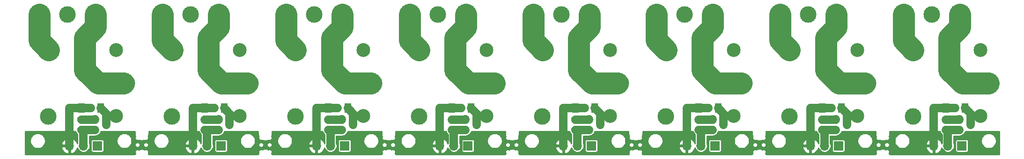
<source format=gbr>
G04 #@! TF.GenerationSoftware,KiCad,Pcbnew,5.1.5-52549c5~86~ubuntu19.10.1*
G04 #@! TF.CreationDate,2020-04-09T14:04:23+02:00*
G04 #@! TF.ProjectId,multi_CH,6d756c74-695f-4434-982e-6b696361645f,rev?*
G04 #@! TF.SameCoordinates,Original*
G04 #@! TF.FileFunction,Copper,L2,Bot*
G04 #@! TF.FilePolarity,Positive*
%FSLAX46Y46*%
G04 Gerber Fmt 4.6, Leading zero omitted, Abs format (unit mm)*
G04 Created by KiCad (PCBNEW 5.1.5-52549c5~86~ubuntu19.10.1) date 2020-04-09 14:04:23*
%MOMM*%
%LPD*%
G04 APERTURE LIST*
%ADD10C,0.100000*%
%ADD11R,1.300000X1.700000*%
%ADD12C,3.000000*%
%ADD13C,2.500000*%
%ADD14O,1.700000X1.700000*%
%ADD15R,1.700000X1.700000*%
%ADD16R,0.900000X0.800000*%
%ADD17R,3.000000X3.000000*%
%ADD18C,0.800000*%
%ADD19C,1.500000*%
%ADD20C,4.000000*%
%ADD21C,0.254000*%
G04 APERTURE END LIST*
G04 #@! TA.AperFunction,SMDPad,CuDef*
D10*
G36*
X187602882Y-98890934D02*
G01*
X187626543Y-98894444D01*
X187649747Y-98900256D01*
X187672269Y-98908314D01*
X187693893Y-98918542D01*
X187714410Y-98930839D01*
X187733623Y-98945089D01*
X187751347Y-98961153D01*
X187767411Y-98978877D01*
X187781661Y-98998090D01*
X187793958Y-99018607D01*
X187804186Y-99040231D01*
X187812244Y-99062753D01*
X187818056Y-99085957D01*
X187821566Y-99109618D01*
X187822740Y-99133510D01*
X187822740Y-99621010D01*
X187821566Y-99644902D01*
X187818056Y-99668563D01*
X187812244Y-99691767D01*
X187804186Y-99714289D01*
X187793958Y-99735913D01*
X187781661Y-99756430D01*
X187767411Y-99775643D01*
X187751347Y-99793367D01*
X187733623Y-99809431D01*
X187714410Y-99823681D01*
X187693893Y-99835978D01*
X187672269Y-99846206D01*
X187649747Y-99854264D01*
X187626543Y-99860076D01*
X187602882Y-99863586D01*
X187578990Y-99864760D01*
X186666490Y-99864760D01*
X186642598Y-99863586D01*
X186618937Y-99860076D01*
X186595733Y-99854264D01*
X186573211Y-99846206D01*
X186551587Y-99835978D01*
X186531070Y-99823681D01*
X186511857Y-99809431D01*
X186494133Y-99793367D01*
X186478069Y-99775643D01*
X186463819Y-99756430D01*
X186451522Y-99735913D01*
X186441294Y-99714289D01*
X186433236Y-99691767D01*
X186427424Y-99668563D01*
X186423914Y-99644902D01*
X186422740Y-99621010D01*
X186422740Y-99133510D01*
X186423914Y-99109618D01*
X186427424Y-99085957D01*
X186433236Y-99062753D01*
X186441294Y-99040231D01*
X186451522Y-99018607D01*
X186463819Y-98998090D01*
X186478069Y-98978877D01*
X186494133Y-98961153D01*
X186511857Y-98945089D01*
X186531070Y-98930839D01*
X186551587Y-98918542D01*
X186573211Y-98908314D01*
X186595733Y-98900256D01*
X186618937Y-98894444D01*
X186642598Y-98890934D01*
X186666490Y-98889760D01*
X187578990Y-98889760D01*
X187602882Y-98890934D01*
G37*
G04 #@! TD.AperFunction*
G04 #@! TA.AperFunction,SMDPad,CuDef*
G36*
X187602882Y-100765934D02*
G01*
X187626543Y-100769444D01*
X187649747Y-100775256D01*
X187672269Y-100783314D01*
X187693893Y-100793542D01*
X187714410Y-100805839D01*
X187733623Y-100820089D01*
X187751347Y-100836153D01*
X187767411Y-100853877D01*
X187781661Y-100873090D01*
X187793958Y-100893607D01*
X187804186Y-100915231D01*
X187812244Y-100937753D01*
X187818056Y-100960957D01*
X187821566Y-100984618D01*
X187822740Y-101008510D01*
X187822740Y-101496010D01*
X187821566Y-101519902D01*
X187818056Y-101543563D01*
X187812244Y-101566767D01*
X187804186Y-101589289D01*
X187793958Y-101610913D01*
X187781661Y-101631430D01*
X187767411Y-101650643D01*
X187751347Y-101668367D01*
X187733623Y-101684431D01*
X187714410Y-101698681D01*
X187693893Y-101710978D01*
X187672269Y-101721206D01*
X187649747Y-101729264D01*
X187626543Y-101735076D01*
X187602882Y-101738586D01*
X187578990Y-101739760D01*
X186666490Y-101739760D01*
X186642598Y-101738586D01*
X186618937Y-101735076D01*
X186595733Y-101729264D01*
X186573211Y-101721206D01*
X186551587Y-101710978D01*
X186531070Y-101698681D01*
X186511857Y-101684431D01*
X186494133Y-101668367D01*
X186478069Y-101650643D01*
X186463819Y-101631430D01*
X186451522Y-101610913D01*
X186441294Y-101589289D01*
X186433236Y-101566767D01*
X186427424Y-101543563D01*
X186423914Y-101519902D01*
X186422740Y-101496010D01*
X186422740Y-101008510D01*
X186423914Y-100984618D01*
X186427424Y-100960957D01*
X186433236Y-100937753D01*
X186441294Y-100915231D01*
X186451522Y-100893607D01*
X186463819Y-100873090D01*
X186478069Y-100853877D01*
X186494133Y-100836153D01*
X186511857Y-100820089D01*
X186531070Y-100805839D01*
X186551587Y-100793542D01*
X186573211Y-100783314D01*
X186595733Y-100775256D01*
X186618937Y-100769444D01*
X186642598Y-100765934D01*
X186666490Y-100764760D01*
X187578990Y-100764760D01*
X187602882Y-100765934D01*
G37*
G04 #@! TD.AperFunction*
G04 #@! TA.AperFunction,SMDPad,CuDef*
G36*
X165272882Y-98890934D02*
G01*
X165296543Y-98894444D01*
X165319747Y-98900256D01*
X165342269Y-98908314D01*
X165363893Y-98918542D01*
X165384410Y-98930839D01*
X165403623Y-98945089D01*
X165421347Y-98961153D01*
X165437411Y-98978877D01*
X165451661Y-98998090D01*
X165463958Y-99018607D01*
X165474186Y-99040231D01*
X165482244Y-99062753D01*
X165488056Y-99085957D01*
X165491566Y-99109618D01*
X165492740Y-99133510D01*
X165492740Y-99621010D01*
X165491566Y-99644902D01*
X165488056Y-99668563D01*
X165482244Y-99691767D01*
X165474186Y-99714289D01*
X165463958Y-99735913D01*
X165451661Y-99756430D01*
X165437411Y-99775643D01*
X165421347Y-99793367D01*
X165403623Y-99809431D01*
X165384410Y-99823681D01*
X165363893Y-99835978D01*
X165342269Y-99846206D01*
X165319747Y-99854264D01*
X165296543Y-99860076D01*
X165272882Y-99863586D01*
X165248990Y-99864760D01*
X164336490Y-99864760D01*
X164312598Y-99863586D01*
X164288937Y-99860076D01*
X164265733Y-99854264D01*
X164243211Y-99846206D01*
X164221587Y-99835978D01*
X164201070Y-99823681D01*
X164181857Y-99809431D01*
X164164133Y-99793367D01*
X164148069Y-99775643D01*
X164133819Y-99756430D01*
X164121522Y-99735913D01*
X164111294Y-99714289D01*
X164103236Y-99691767D01*
X164097424Y-99668563D01*
X164093914Y-99644902D01*
X164092740Y-99621010D01*
X164092740Y-99133510D01*
X164093914Y-99109618D01*
X164097424Y-99085957D01*
X164103236Y-99062753D01*
X164111294Y-99040231D01*
X164121522Y-99018607D01*
X164133819Y-98998090D01*
X164148069Y-98978877D01*
X164164133Y-98961153D01*
X164181857Y-98945089D01*
X164201070Y-98930839D01*
X164221587Y-98918542D01*
X164243211Y-98908314D01*
X164265733Y-98900256D01*
X164288937Y-98894444D01*
X164312598Y-98890934D01*
X164336490Y-98889760D01*
X165248990Y-98889760D01*
X165272882Y-98890934D01*
G37*
G04 #@! TD.AperFunction*
G04 #@! TA.AperFunction,SMDPad,CuDef*
G36*
X165272882Y-100765934D02*
G01*
X165296543Y-100769444D01*
X165319747Y-100775256D01*
X165342269Y-100783314D01*
X165363893Y-100793542D01*
X165384410Y-100805839D01*
X165403623Y-100820089D01*
X165421347Y-100836153D01*
X165437411Y-100853877D01*
X165451661Y-100873090D01*
X165463958Y-100893607D01*
X165474186Y-100915231D01*
X165482244Y-100937753D01*
X165488056Y-100960957D01*
X165491566Y-100984618D01*
X165492740Y-101008510D01*
X165492740Y-101496010D01*
X165491566Y-101519902D01*
X165488056Y-101543563D01*
X165482244Y-101566767D01*
X165474186Y-101589289D01*
X165463958Y-101610913D01*
X165451661Y-101631430D01*
X165437411Y-101650643D01*
X165421347Y-101668367D01*
X165403623Y-101684431D01*
X165384410Y-101698681D01*
X165363893Y-101710978D01*
X165342269Y-101721206D01*
X165319747Y-101729264D01*
X165296543Y-101735076D01*
X165272882Y-101738586D01*
X165248990Y-101739760D01*
X164336490Y-101739760D01*
X164312598Y-101738586D01*
X164288937Y-101735076D01*
X164265733Y-101729264D01*
X164243211Y-101721206D01*
X164221587Y-101710978D01*
X164201070Y-101698681D01*
X164181857Y-101684431D01*
X164164133Y-101668367D01*
X164148069Y-101650643D01*
X164133819Y-101631430D01*
X164121522Y-101610913D01*
X164111294Y-101589289D01*
X164103236Y-101566767D01*
X164097424Y-101543563D01*
X164093914Y-101519902D01*
X164092740Y-101496010D01*
X164092740Y-101008510D01*
X164093914Y-100984618D01*
X164097424Y-100960957D01*
X164103236Y-100937753D01*
X164111294Y-100915231D01*
X164121522Y-100893607D01*
X164133819Y-100873090D01*
X164148069Y-100853877D01*
X164164133Y-100836153D01*
X164181857Y-100820089D01*
X164201070Y-100805839D01*
X164221587Y-100793542D01*
X164243211Y-100783314D01*
X164265733Y-100775256D01*
X164288937Y-100769444D01*
X164312598Y-100765934D01*
X164336490Y-100764760D01*
X165248990Y-100764760D01*
X165272882Y-100765934D01*
G37*
G04 #@! TD.AperFunction*
G04 #@! TA.AperFunction,SMDPad,CuDef*
G36*
X142942882Y-98890934D02*
G01*
X142966543Y-98894444D01*
X142989747Y-98900256D01*
X143012269Y-98908314D01*
X143033893Y-98918542D01*
X143054410Y-98930839D01*
X143073623Y-98945089D01*
X143091347Y-98961153D01*
X143107411Y-98978877D01*
X143121661Y-98998090D01*
X143133958Y-99018607D01*
X143144186Y-99040231D01*
X143152244Y-99062753D01*
X143158056Y-99085957D01*
X143161566Y-99109618D01*
X143162740Y-99133510D01*
X143162740Y-99621010D01*
X143161566Y-99644902D01*
X143158056Y-99668563D01*
X143152244Y-99691767D01*
X143144186Y-99714289D01*
X143133958Y-99735913D01*
X143121661Y-99756430D01*
X143107411Y-99775643D01*
X143091347Y-99793367D01*
X143073623Y-99809431D01*
X143054410Y-99823681D01*
X143033893Y-99835978D01*
X143012269Y-99846206D01*
X142989747Y-99854264D01*
X142966543Y-99860076D01*
X142942882Y-99863586D01*
X142918990Y-99864760D01*
X142006490Y-99864760D01*
X141982598Y-99863586D01*
X141958937Y-99860076D01*
X141935733Y-99854264D01*
X141913211Y-99846206D01*
X141891587Y-99835978D01*
X141871070Y-99823681D01*
X141851857Y-99809431D01*
X141834133Y-99793367D01*
X141818069Y-99775643D01*
X141803819Y-99756430D01*
X141791522Y-99735913D01*
X141781294Y-99714289D01*
X141773236Y-99691767D01*
X141767424Y-99668563D01*
X141763914Y-99644902D01*
X141762740Y-99621010D01*
X141762740Y-99133510D01*
X141763914Y-99109618D01*
X141767424Y-99085957D01*
X141773236Y-99062753D01*
X141781294Y-99040231D01*
X141791522Y-99018607D01*
X141803819Y-98998090D01*
X141818069Y-98978877D01*
X141834133Y-98961153D01*
X141851857Y-98945089D01*
X141871070Y-98930839D01*
X141891587Y-98918542D01*
X141913211Y-98908314D01*
X141935733Y-98900256D01*
X141958937Y-98894444D01*
X141982598Y-98890934D01*
X142006490Y-98889760D01*
X142918990Y-98889760D01*
X142942882Y-98890934D01*
G37*
G04 #@! TD.AperFunction*
G04 #@! TA.AperFunction,SMDPad,CuDef*
G36*
X142942882Y-100765934D02*
G01*
X142966543Y-100769444D01*
X142989747Y-100775256D01*
X143012269Y-100783314D01*
X143033893Y-100793542D01*
X143054410Y-100805839D01*
X143073623Y-100820089D01*
X143091347Y-100836153D01*
X143107411Y-100853877D01*
X143121661Y-100873090D01*
X143133958Y-100893607D01*
X143144186Y-100915231D01*
X143152244Y-100937753D01*
X143158056Y-100960957D01*
X143161566Y-100984618D01*
X143162740Y-101008510D01*
X143162740Y-101496010D01*
X143161566Y-101519902D01*
X143158056Y-101543563D01*
X143152244Y-101566767D01*
X143144186Y-101589289D01*
X143133958Y-101610913D01*
X143121661Y-101631430D01*
X143107411Y-101650643D01*
X143091347Y-101668367D01*
X143073623Y-101684431D01*
X143054410Y-101698681D01*
X143033893Y-101710978D01*
X143012269Y-101721206D01*
X142989747Y-101729264D01*
X142966543Y-101735076D01*
X142942882Y-101738586D01*
X142918990Y-101739760D01*
X142006490Y-101739760D01*
X141982598Y-101738586D01*
X141958937Y-101735076D01*
X141935733Y-101729264D01*
X141913211Y-101721206D01*
X141891587Y-101710978D01*
X141871070Y-101698681D01*
X141851857Y-101684431D01*
X141834133Y-101668367D01*
X141818069Y-101650643D01*
X141803819Y-101631430D01*
X141791522Y-101610913D01*
X141781294Y-101589289D01*
X141773236Y-101566767D01*
X141767424Y-101543563D01*
X141763914Y-101519902D01*
X141762740Y-101496010D01*
X141762740Y-101008510D01*
X141763914Y-100984618D01*
X141767424Y-100960957D01*
X141773236Y-100937753D01*
X141781294Y-100915231D01*
X141791522Y-100893607D01*
X141803819Y-100873090D01*
X141818069Y-100853877D01*
X141834133Y-100836153D01*
X141851857Y-100820089D01*
X141871070Y-100805839D01*
X141891587Y-100793542D01*
X141913211Y-100783314D01*
X141935733Y-100775256D01*
X141958937Y-100769444D01*
X141982598Y-100765934D01*
X142006490Y-100764760D01*
X142918990Y-100764760D01*
X142942882Y-100765934D01*
G37*
G04 #@! TD.AperFunction*
G04 #@! TA.AperFunction,SMDPad,CuDef*
G36*
X120612882Y-98890934D02*
G01*
X120636543Y-98894444D01*
X120659747Y-98900256D01*
X120682269Y-98908314D01*
X120703893Y-98918542D01*
X120724410Y-98930839D01*
X120743623Y-98945089D01*
X120761347Y-98961153D01*
X120777411Y-98978877D01*
X120791661Y-98998090D01*
X120803958Y-99018607D01*
X120814186Y-99040231D01*
X120822244Y-99062753D01*
X120828056Y-99085957D01*
X120831566Y-99109618D01*
X120832740Y-99133510D01*
X120832740Y-99621010D01*
X120831566Y-99644902D01*
X120828056Y-99668563D01*
X120822244Y-99691767D01*
X120814186Y-99714289D01*
X120803958Y-99735913D01*
X120791661Y-99756430D01*
X120777411Y-99775643D01*
X120761347Y-99793367D01*
X120743623Y-99809431D01*
X120724410Y-99823681D01*
X120703893Y-99835978D01*
X120682269Y-99846206D01*
X120659747Y-99854264D01*
X120636543Y-99860076D01*
X120612882Y-99863586D01*
X120588990Y-99864760D01*
X119676490Y-99864760D01*
X119652598Y-99863586D01*
X119628937Y-99860076D01*
X119605733Y-99854264D01*
X119583211Y-99846206D01*
X119561587Y-99835978D01*
X119541070Y-99823681D01*
X119521857Y-99809431D01*
X119504133Y-99793367D01*
X119488069Y-99775643D01*
X119473819Y-99756430D01*
X119461522Y-99735913D01*
X119451294Y-99714289D01*
X119443236Y-99691767D01*
X119437424Y-99668563D01*
X119433914Y-99644902D01*
X119432740Y-99621010D01*
X119432740Y-99133510D01*
X119433914Y-99109618D01*
X119437424Y-99085957D01*
X119443236Y-99062753D01*
X119451294Y-99040231D01*
X119461522Y-99018607D01*
X119473819Y-98998090D01*
X119488069Y-98978877D01*
X119504133Y-98961153D01*
X119521857Y-98945089D01*
X119541070Y-98930839D01*
X119561587Y-98918542D01*
X119583211Y-98908314D01*
X119605733Y-98900256D01*
X119628937Y-98894444D01*
X119652598Y-98890934D01*
X119676490Y-98889760D01*
X120588990Y-98889760D01*
X120612882Y-98890934D01*
G37*
G04 #@! TD.AperFunction*
G04 #@! TA.AperFunction,SMDPad,CuDef*
G36*
X120612882Y-100765934D02*
G01*
X120636543Y-100769444D01*
X120659747Y-100775256D01*
X120682269Y-100783314D01*
X120703893Y-100793542D01*
X120724410Y-100805839D01*
X120743623Y-100820089D01*
X120761347Y-100836153D01*
X120777411Y-100853877D01*
X120791661Y-100873090D01*
X120803958Y-100893607D01*
X120814186Y-100915231D01*
X120822244Y-100937753D01*
X120828056Y-100960957D01*
X120831566Y-100984618D01*
X120832740Y-101008510D01*
X120832740Y-101496010D01*
X120831566Y-101519902D01*
X120828056Y-101543563D01*
X120822244Y-101566767D01*
X120814186Y-101589289D01*
X120803958Y-101610913D01*
X120791661Y-101631430D01*
X120777411Y-101650643D01*
X120761347Y-101668367D01*
X120743623Y-101684431D01*
X120724410Y-101698681D01*
X120703893Y-101710978D01*
X120682269Y-101721206D01*
X120659747Y-101729264D01*
X120636543Y-101735076D01*
X120612882Y-101738586D01*
X120588990Y-101739760D01*
X119676490Y-101739760D01*
X119652598Y-101738586D01*
X119628937Y-101735076D01*
X119605733Y-101729264D01*
X119583211Y-101721206D01*
X119561587Y-101710978D01*
X119541070Y-101698681D01*
X119521857Y-101684431D01*
X119504133Y-101668367D01*
X119488069Y-101650643D01*
X119473819Y-101631430D01*
X119461522Y-101610913D01*
X119451294Y-101589289D01*
X119443236Y-101566767D01*
X119437424Y-101543563D01*
X119433914Y-101519902D01*
X119432740Y-101496010D01*
X119432740Y-101008510D01*
X119433914Y-100984618D01*
X119437424Y-100960957D01*
X119443236Y-100937753D01*
X119451294Y-100915231D01*
X119461522Y-100893607D01*
X119473819Y-100873090D01*
X119488069Y-100853877D01*
X119504133Y-100836153D01*
X119521857Y-100820089D01*
X119541070Y-100805839D01*
X119561587Y-100793542D01*
X119583211Y-100783314D01*
X119605733Y-100775256D01*
X119628937Y-100769444D01*
X119652598Y-100765934D01*
X119676490Y-100764760D01*
X120588990Y-100764760D01*
X120612882Y-100765934D01*
G37*
G04 #@! TD.AperFunction*
G04 #@! TA.AperFunction,SMDPad,CuDef*
G36*
X98282882Y-98890934D02*
G01*
X98306543Y-98894444D01*
X98329747Y-98900256D01*
X98352269Y-98908314D01*
X98373893Y-98918542D01*
X98394410Y-98930839D01*
X98413623Y-98945089D01*
X98431347Y-98961153D01*
X98447411Y-98978877D01*
X98461661Y-98998090D01*
X98473958Y-99018607D01*
X98484186Y-99040231D01*
X98492244Y-99062753D01*
X98498056Y-99085957D01*
X98501566Y-99109618D01*
X98502740Y-99133510D01*
X98502740Y-99621010D01*
X98501566Y-99644902D01*
X98498056Y-99668563D01*
X98492244Y-99691767D01*
X98484186Y-99714289D01*
X98473958Y-99735913D01*
X98461661Y-99756430D01*
X98447411Y-99775643D01*
X98431347Y-99793367D01*
X98413623Y-99809431D01*
X98394410Y-99823681D01*
X98373893Y-99835978D01*
X98352269Y-99846206D01*
X98329747Y-99854264D01*
X98306543Y-99860076D01*
X98282882Y-99863586D01*
X98258990Y-99864760D01*
X97346490Y-99864760D01*
X97322598Y-99863586D01*
X97298937Y-99860076D01*
X97275733Y-99854264D01*
X97253211Y-99846206D01*
X97231587Y-99835978D01*
X97211070Y-99823681D01*
X97191857Y-99809431D01*
X97174133Y-99793367D01*
X97158069Y-99775643D01*
X97143819Y-99756430D01*
X97131522Y-99735913D01*
X97121294Y-99714289D01*
X97113236Y-99691767D01*
X97107424Y-99668563D01*
X97103914Y-99644902D01*
X97102740Y-99621010D01*
X97102740Y-99133510D01*
X97103914Y-99109618D01*
X97107424Y-99085957D01*
X97113236Y-99062753D01*
X97121294Y-99040231D01*
X97131522Y-99018607D01*
X97143819Y-98998090D01*
X97158069Y-98978877D01*
X97174133Y-98961153D01*
X97191857Y-98945089D01*
X97211070Y-98930839D01*
X97231587Y-98918542D01*
X97253211Y-98908314D01*
X97275733Y-98900256D01*
X97298937Y-98894444D01*
X97322598Y-98890934D01*
X97346490Y-98889760D01*
X98258990Y-98889760D01*
X98282882Y-98890934D01*
G37*
G04 #@! TD.AperFunction*
G04 #@! TA.AperFunction,SMDPad,CuDef*
G36*
X98282882Y-100765934D02*
G01*
X98306543Y-100769444D01*
X98329747Y-100775256D01*
X98352269Y-100783314D01*
X98373893Y-100793542D01*
X98394410Y-100805839D01*
X98413623Y-100820089D01*
X98431347Y-100836153D01*
X98447411Y-100853877D01*
X98461661Y-100873090D01*
X98473958Y-100893607D01*
X98484186Y-100915231D01*
X98492244Y-100937753D01*
X98498056Y-100960957D01*
X98501566Y-100984618D01*
X98502740Y-101008510D01*
X98502740Y-101496010D01*
X98501566Y-101519902D01*
X98498056Y-101543563D01*
X98492244Y-101566767D01*
X98484186Y-101589289D01*
X98473958Y-101610913D01*
X98461661Y-101631430D01*
X98447411Y-101650643D01*
X98431347Y-101668367D01*
X98413623Y-101684431D01*
X98394410Y-101698681D01*
X98373893Y-101710978D01*
X98352269Y-101721206D01*
X98329747Y-101729264D01*
X98306543Y-101735076D01*
X98282882Y-101738586D01*
X98258990Y-101739760D01*
X97346490Y-101739760D01*
X97322598Y-101738586D01*
X97298937Y-101735076D01*
X97275733Y-101729264D01*
X97253211Y-101721206D01*
X97231587Y-101710978D01*
X97211070Y-101698681D01*
X97191857Y-101684431D01*
X97174133Y-101668367D01*
X97158069Y-101650643D01*
X97143819Y-101631430D01*
X97131522Y-101610913D01*
X97121294Y-101589289D01*
X97113236Y-101566767D01*
X97107424Y-101543563D01*
X97103914Y-101519902D01*
X97102740Y-101496010D01*
X97102740Y-101008510D01*
X97103914Y-100984618D01*
X97107424Y-100960957D01*
X97113236Y-100937753D01*
X97121294Y-100915231D01*
X97131522Y-100893607D01*
X97143819Y-100873090D01*
X97158069Y-100853877D01*
X97174133Y-100836153D01*
X97191857Y-100820089D01*
X97211070Y-100805839D01*
X97231587Y-100793542D01*
X97253211Y-100783314D01*
X97275733Y-100775256D01*
X97298937Y-100769444D01*
X97322598Y-100765934D01*
X97346490Y-100764760D01*
X98258990Y-100764760D01*
X98282882Y-100765934D01*
G37*
G04 #@! TD.AperFunction*
G04 #@! TA.AperFunction,SMDPad,CuDef*
G36*
X75952882Y-98890934D02*
G01*
X75976543Y-98894444D01*
X75999747Y-98900256D01*
X76022269Y-98908314D01*
X76043893Y-98918542D01*
X76064410Y-98930839D01*
X76083623Y-98945089D01*
X76101347Y-98961153D01*
X76117411Y-98978877D01*
X76131661Y-98998090D01*
X76143958Y-99018607D01*
X76154186Y-99040231D01*
X76162244Y-99062753D01*
X76168056Y-99085957D01*
X76171566Y-99109618D01*
X76172740Y-99133510D01*
X76172740Y-99621010D01*
X76171566Y-99644902D01*
X76168056Y-99668563D01*
X76162244Y-99691767D01*
X76154186Y-99714289D01*
X76143958Y-99735913D01*
X76131661Y-99756430D01*
X76117411Y-99775643D01*
X76101347Y-99793367D01*
X76083623Y-99809431D01*
X76064410Y-99823681D01*
X76043893Y-99835978D01*
X76022269Y-99846206D01*
X75999747Y-99854264D01*
X75976543Y-99860076D01*
X75952882Y-99863586D01*
X75928990Y-99864760D01*
X75016490Y-99864760D01*
X74992598Y-99863586D01*
X74968937Y-99860076D01*
X74945733Y-99854264D01*
X74923211Y-99846206D01*
X74901587Y-99835978D01*
X74881070Y-99823681D01*
X74861857Y-99809431D01*
X74844133Y-99793367D01*
X74828069Y-99775643D01*
X74813819Y-99756430D01*
X74801522Y-99735913D01*
X74791294Y-99714289D01*
X74783236Y-99691767D01*
X74777424Y-99668563D01*
X74773914Y-99644902D01*
X74772740Y-99621010D01*
X74772740Y-99133510D01*
X74773914Y-99109618D01*
X74777424Y-99085957D01*
X74783236Y-99062753D01*
X74791294Y-99040231D01*
X74801522Y-99018607D01*
X74813819Y-98998090D01*
X74828069Y-98978877D01*
X74844133Y-98961153D01*
X74861857Y-98945089D01*
X74881070Y-98930839D01*
X74901587Y-98918542D01*
X74923211Y-98908314D01*
X74945733Y-98900256D01*
X74968937Y-98894444D01*
X74992598Y-98890934D01*
X75016490Y-98889760D01*
X75928990Y-98889760D01*
X75952882Y-98890934D01*
G37*
G04 #@! TD.AperFunction*
G04 #@! TA.AperFunction,SMDPad,CuDef*
G36*
X75952882Y-100765934D02*
G01*
X75976543Y-100769444D01*
X75999747Y-100775256D01*
X76022269Y-100783314D01*
X76043893Y-100793542D01*
X76064410Y-100805839D01*
X76083623Y-100820089D01*
X76101347Y-100836153D01*
X76117411Y-100853877D01*
X76131661Y-100873090D01*
X76143958Y-100893607D01*
X76154186Y-100915231D01*
X76162244Y-100937753D01*
X76168056Y-100960957D01*
X76171566Y-100984618D01*
X76172740Y-101008510D01*
X76172740Y-101496010D01*
X76171566Y-101519902D01*
X76168056Y-101543563D01*
X76162244Y-101566767D01*
X76154186Y-101589289D01*
X76143958Y-101610913D01*
X76131661Y-101631430D01*
X76117411Y-101650643D01*
X76101347Y-101668367D01*
X76083623Y-101684431D01*
X76064410Y-101698681D01*
X76043893Y-101710978D01*
X76022269Y-101721206D01*
X75999747Y-101729264D01*
X75976543Y-101735076D01*
X75952882Y-101738586D01*
X75928990Y-101739760D01*
X75016490Y-101739760D01*
X74992598Y-101738586D01*
X74968937Y-101735076D01*
X74945733Y-101729264D01*
X74923211Y-101721206D01*
X74901587Y-101710978D01*
X74881070Y-101698681D01*
X74861857Y-101684431D01*
X74844133Y-101668367D01*
X74828069Y-101650643D01*
X74813819Y-101631430D01*
X74801522Y-101610913D01*
X74791294Y-101589289D01*
X74783236Y-101566767D01*
X74777424Y-101543563D01*
X74773914Y-101519902D01*
X74772740Y-101496010D01*
X74772740Y-101008510D01*
X74773914Y-100984618D01*
X74777424Y-100960957D01*
X74783236Y-100937753D01*
X74791294Y-100915231D01*
X74801522Y-100893607D01*
X74813819Y-100873090D01*
X74828069Y-100853877D01*
X74844133Y-100836153D01*
X74861857Y-100820089D01*
X74881070Y-100805839D01*
X74901587Y-100793542D01*
X74923211Y-100783314D01*
X74945733Y-100775256D01*
X74968937Y-100769444D01*
X74992598Y-100765934D01*
X75016490Y-100764760D01*
X75928990Y-100764760D01*
X75952882Y-100765934D01*
G37*
G04 #@! TD.AperFunction*
G04 #@! TA.AperFunction,SMDPad,CuDef*
G36*
X53622882Y-98890934D02*
G01*
X53646543Y-98894444D01*
X53669747Y-98900256D01*
X53692269Y-98908314D01*
X53713893Y-98918542D01*
X53734410Y-98930839D01*
X53753623Y-98945089D01*
X53771347Y-98961153D01*
X53787411Y-98978877D01*
X53801661Y-98998090D01*
X53813958Y-99018607D01*
X53824186Y-99040231D01*
X53832244Y-99062753D01*
X53838056Y-99085957D01*
X53841566Y-99109618D01*
X53842740Y-99133510D01*
X53842740Y-99621010D01*
X53841566Y-99644902D01*
X53838056Y-99668563D01*
X53832244Y-99691767D01*
X53824186Y-99714289D01*
X53813958Y-99735913D01*
X53801661Y-99756430D01*
X53787411Y-99775643D01*
X53771347Y-99793367D01*
X53753623Y-99809431D01*
X53734410Y-99823681D01*
X53713893Y-99835978D01*
X53692269Y-99846206D01*
X53669747Y-99854264D01*
X53646543Y-99860076D01*
X53622882Y-99863586D01*
X53598990Y-99864760D01*
X52686490Y-99864760D01*
X52662598Y-99863586D01*
X52638937Y-99860076D01*
X52615733Y-99854264D01*
X52593211Y-99846206D01*
X52571587Y-99835978D01*
X52551070Y-99823681D01*
X52531857Y-99809431D01*
X52514133Y-99793367D01*
X52498069Y-99775643D01*
X52483819Y-99756430D01*
X52471522Y-99735913D01*
X52461294Y-99714289D01*
X52453236Y-99691767D01*
X52447424Y-99668563D01*
X52443914Y-99644902D01*
X52442740Y-99621010D01*
X52442740Y-99133510D01*
X52443914Y-99109618D01*
X52447424Y-99085957D01*
X52453236Y-99062753D01*
X52461294Y-99040231D01*
X52471522Y-99018607D01*
X52483819Y-98998090D01*
X52498069Y-98978877D01*
X52514133Y-98961153D01*
X52531857Y-98945089D01*
X52551070Y-98930839D01*
X52571587Y-98918542D01*
X52593211Y-98908314D01*
X52615733Y-98900256D01*
X52638937Y-98894444D01*
X52662598Y-98890934D01*
X52686490Y-98889760D01*
X53598990Y-98889760D01*
X53622882Y-98890934D01*
G37*
G04 #@! TD.AperFunction*
G04 #@! TA.AperFunction,SMDPad,CuDef*
G36*
X53622882Y-100765934D02*
G01*
X53646543Y-100769444D01*
X53669747Y-100775256D01*
X53692269Y-100783314D01*
X53713893Y-100793542D01*
X53734410Y-100805839D01*
X53753623Y-100820089D01*
X53771347Y-100836153D01*
X53787411Y-100853877D01*
X53801661Y-100873090D01*
X53813958Y-100893607D01*
X53824186Y-100915231D01*
X53832244Y-100937753D01*
X53838056Y-100960957D01*
X53841566Y-100984618D01*
X53842740Y-101008510D01*
X53842740Y-101496010D01*
X53841566Y-101519902D01*
X53838056Y-101543563D01*
X53832244Y-101566767D01*
X53824186Y-101589289D01*
X53813958Y-101610913D01*
X53801661Y-101631430D01*
X53787411Y-101650643D01*
X53771347Y-101668367D01*
X53753623Y-101684431D01*
X53734410Y-101698681D01*
X53713893Y-101710978D01*
X53692269Y-101721206D01*
X53669747Y-101729264D01*
X53646543Y-101735076D01*
X53622882Y-101738586D01*
X53598990Y-101739760D01*
X52686490Y-101739760D01*
X52662598Y-101738586D01*
X52638937Y-101735076D01*
X52615733Y-101729264D01*
X52593211Y-101721206D01*
X52571587Y-101710978D01*
X52551070Y-101698681D01*
X52531857Y-101684431D01*
X52514133Y-101668367D01*
X52498069Y-101650643D01*
X52483819Y-101631430D01*
X52471522Y-101610913D01*
X52461294Y-101589289D01*
X52453236Y-101566767D01*
X52447424Y-101543563D01*
X52443914Y-101519902D01*
X52442740Y-101496010D01*
X52442740Y-101008510D01*
X52443914Y-100984618D01*
X52447424Y-100960957D01*
X52453236Y-100937753D01*
X52461294Y-100915231D01*
X52471522Y-100893607D01*
X52483819Y-100873090D01*
X52498069Y-100853877D01*
X52514133Y-100836153D01*
X52531857Y-100820089D01*
X52551070Y-100805839D01*
X52571587Y-100793542D01*
X52593211Y-100783314D01*
X52615733Y-100775256D01*
X52638937Y-100769444D01*
X52662598Y-100765934D01*
X52686490Y-100764760D01*
X53598990Y-100764760D01*
X53622882Y-100765934D01*
G37*
G04 #@! TD.AperFunction*
D11*
X187122740Y-97330260D03*
X190622740Y-97330260D03*
X164792740Y-97330260D03*
X168292740Y-97330260D03*
X142462740Y-97330260D03*
X145962740Y-97330260D03*
X120132740Y-97330260D03*
X123632740Y-97330260D03*
X97802740Y-97330260D03*
X101302740Y-97330260D03*
X75472740Y-97330260D03*
X78972740Y-97330260D03*
X53142740Y-97330260D03*
X56642740Y-97330260D03*
D12*
X195368740Y-92821760D03*
D13*
X193418740Y-98771760D03*
D12*
X181168740Y-98821760D03*
X181218740Y-86771760D03*
D13*
X193418740Y-86771760D03*
D12*
X173038740Y-92821760D03*
D13*
X171088740Y-98771760D03*
D12*
X158838740Y-98821760D03*
X158888740Y-86771760D03*
D13*
X171088740Y-86771760D03*
D12*
X150708740Y-92821760D03*
D13*
X148758740Y-98771760D03*
D12*
X136508740Y-98821760D03*
X136558740Y-86771760D03*
D13*
X148758740Y-86771760D03*
D12*
X128378740Y-92821760D03*
D13*
X126428740Y-98771760D03*
D12*
X114178740Y-98821760D03*
X114228740Y-86771760D03*
D13*
X126428740Y-86771760D03*
D12*
X106048740Y-92821760D03*
D13*
X104098740Y-98771760D03*
D12*
X91848740Y-98821760D03*
X91898740Y-86771760D03*
D13*
X104098740Y-86771760D03*
D12*
X83718740Y-92821760D03*
D13*
X81768740Y-98771760D03*
D12*
X69518740Y-98821760D03*
X69568740Y-86771760D03*
D13*
X81768740Y-86771760D03*
D12*
X61388740Y-92821760D03*
D13*
X59438740Y-98771760D03*
D12*
X47188740Y-98821760D03*
X47238740Y-86771760D03*
D13*
X59438740Y-86771760D03*
D14*
X184963740Y-104124760D03*
X187503740Y-104124760D03*
D15*
X190043740Y-104124760D03*
D14*
X162633740Y-104124760D03*
X165173740Y-104124760D03*
D15*
X167713740Y-104124760D03*
D14*
X140303740Y-104124760D03*
X142843740Y-104124760D03*
D15*
X145383740Y-104124760D03*
D14*
X117973740Y-104124760D03*
X120513740Y-104124760D03*
D15*
X123053740Y-104124760D03*
D14*
X95643740Y-104124760D03*
X98183740Y-104124760D03*
D15*
X100723740Y-104124760D03*
D14*
X73313740Y-104124760D03*
X75853740Y-104124760D03*
D15*
X78393740Y-104124760D03*
D14*
X50983740Y-104124760D03*
X53523740Y-104124760D03*
D15*
X56063740Y-104124760D03*
D16*
X189599240Y-101267260D03*
X189599240Y-99367260D03*
X191599240Y-100317260D03*
X167269240Y-101267260D03*
X167269240Y-99367260D03*
X169269240Y-100317260D03*
X144939240Y-101267260D03*
X144939240Y-99367260D03*
X146939240Y-100317260D03*
X122609240Y-101267260D03*
X122609240Y-99367260D03*
X124609240Y-100317260D03*
X100279240Y-101267260D03*
X100279240Y-99367260D03*
X102279240Y-100317260D03*
X77949240Y-101267260D03*
X77949240Y-99367260D03*
X79949240Y-100317260D03*
X55619240Y-101267260D03*
X55619240Y-99367260D03*
X57619240Y-100317260D03*
D17*
X189662740Y-80375760D03*
D12*
X184582740Y-80375760D03*
X179502740Y-80375760D03*
D17*
X167332740Y-80375760D03*
D12*
X162252740Y-80375760D03*
X157172740Y-80375760D03*
D17*
X145002740Y-80375760D03*
D12*
X139922740Y-80375760D03*
X134842740Y-80375760D03*
D17*
X122672740Y-80375760D03*
D12*
X117592740Y-80375760D03*
X112512740Y-80375760D03*
D17*
X100342740Y-80375760D03*
D12*
X95262740Y-80375760D03*
X90182740Y-80375760D03*
D17*
X78012740Y-80375760D03*
D12*
X72932740Y-80375760D03*
X67852740Y-80375760D03*
D17*
X55682740Y-80375760D03*
D12*
X50602740Y-80375760D03*
X45522740Y-80375760D03*
G04 #@! TA.AperFunction,SMDPad,CuDef*
D10*
G36*
X31292882Y-100765934D02*
G01*
X31316543Y-100769444D01*
X31339747Y-100775256D01*
X31362269Y-100783314D01*
X31383893Y-100793542D01*
X31404410Y-100805839D01*
X31423623Y-100820089D01*
X31441347Y-100836153D01*
X31457411Y-100853877D01*
X31471661Y-100873090D01*
X31483958Y-100893607D01*
X31494186Y-100915231D01*
X31502244Y-100937753D01*
X31508056Y-100960957D01*
X31511566Y-100984618D01*
X31512740Y-101008510D01*
X31512740Y-101496010D01*
X31511566Y-101519902D01*
X31508056Y-101543563D01*
X31502244Y-101566767D01*
X31494186Y-101589289D01*
X31483958Y-101610913D01*
X31471661Y-101631430D01*
X31457411Y-101650643D01*
X31441347Y-101668367D01*
X31423623Y-101684431D01*
X31404410Y-101698681D01*
X31383893Y-101710978D01*
X31362269Y-101721206D01*
X31339747Y-101729264D01*
X31316543Y-101735076D01*
X31292882Y-101738586D01*
X31268990Y-101739760D01*
X30356490Y-101739760D01*
X30332598Y-101738586D01*
X30308937Y-101735076D01*
X30285733Y-101729264D01*
X30263211Y-101721206D01*
X30241587Y-101710978D01*
X30221070Y-101698681D01*
X30201857Y-101684431D01*
X30184133Y-101668367D01*
X30168069Y-101650643D01*
X30153819Y-101631430D01*
X30141522Y-101610913D01*
X30131294Y-101589289D01*
X30123236Y-101566767D01*
X30117424Y-101543563D01*
X30113914Y-101519902D01*
X30112740Y-101496010D01*
X30112740Y-101008510D01*
X30113914Y-100984618D01*
X30117424Y-100960957D01*
X30123236Y-100937753D01*
X30131294Y-100915231D01*
X30141522Y-100893607D01*
X30153819Y-100873090D01*
X30168069Y-100853877D01*
X30184133Y-100836153D01*
X30201857Y-100820089D01*
X30221070Y-100805839D01*
X30241587Y-100793542D01*
X30263211Y-100783314D01*
X30285733Y-100775256D01*
X30308937Y-100769444D01*
X30332598Y-100765934D01*
X30356490Y-100764760D01*
X31268990Y-100764760D01*
X31292882Y-100765934D01*
G37*
G04 #@! TD.AperFunction*
G04 #@! TA.AperFunction,SMDPad,CuDef*
G36*
X31292882Y-98890934D02*
G01*
X31316543Y-98894444D01*
X31339747Y-98900256D01*
X31362269Y-98908314D01*
X31383893Y-98918542D01*
X31404410Y-98930839D01*
X31423623Y-98945089D01*
X31441347Y-98961153D01*
X31457411Y-98978877D01*
X31471661Y-98998090D01*
X31483958Y-99018607D01*
X31494186Y-99040231D01*
X31502244Y-99062753D01*
X31508056Y-99085957D01*
X31511566Y-99109618D01*
X31512740Y-99133510D01*
X31512740Y-99621010D01*
X31511566Y-99644902D01*
X31508056Y-99668563D01*
X31502244Y-99691767D01*
X31494186Y-99714289D01*
X31483958Y-99735913D01*
X31471661Y-99756430D01*
X31457411Y-99775643D01*
X31441347Y-99793367D01*
X31423623Y-99809431D01*
X31404410Y-99823681D01*
X31383893Y-99835978D01*
X31362269Y-99846206D01*
X31339747Y-99854264D01*
X31316543Y-99860076D01*
X31292882Y-99863586D01*
X31268990Y-99864760D01*
X30356490Y-99864760D01*
X30332598Y-99863586D01*
X30308937Y-99860076D01*
X30285733Y-99854264D01*
X30263211Y-99846206D01*
X30241587Y-99835978D01*
X30221070Y-99823681D01*
X30201857Y-99809431D01*
X30184133Y-99793367D01*
X30168069Y-99775643D01*
X30153819Y-99756430D01*
X30141522Y-99735913D01*
X30131294Y-99714289D01*
X30123236Y-99691767D01*
X30117424Y-99668563D01*
X30113914Y-99644902D01*
X30112740Y-99621010D01*
X30112740Y-99133510D01*
X30113914Y-99109618D01*
X30117424Y-99085957D01*
X30123236Y-99062753D01*
X30131294Y-99040231D01*
X30141522Y-99018607D01*
X30153819Y-98998090D01*
X30168069Y-98978877D01*
X30184133Y-98961153D01*
X30201857Y-98945089D01*
X30221070Y-98930839D01*
X30241587Y-98918542D01*
X30263211Y-98908314D01*
X30285733Y-98900256D01*
X30308937Y-98894444D01*
X30332598Y-98890934D01*
X30356490Y-98889760D01*
X31268990Y-98889760D01*
X31292882Y-98890934D01*
G37*
G04 #@! TD.AperFunction*
D13*
X37108740Y-86771760D03*
D12*
X24908740Y-86771760D03*
X24858740Y-98821760D03*
D13*
X37108740Y-98771760D03*
D12*
X39058740Y-92821760D03*
D11*
X34312740Y-97330260D03*
X30812740Y-97330260D03*
D15*
X33733740Y-104124760D03*
D14*
X31193740Y-104124760D03*
X28653740Y-104124760D03*
D12*
X23192740Y-80375760D03*
X28272740Y-80375760D03*
D17*
X33352740Y-80375760D03*
D16*
X35289240Y-100317260D03*
X33289240Y-99367260D03*
X33289240Y-101267260D03*
D18*
X32527240Y-97266760D03*
X54857240Y-97266760D03*
X77187240Y-97266760D03*
X99517240Y-97266760D03*
X121847240Y-97266760D03*
X144177240Y-97266760D03*
X166507240Y-97266760D03*
X188837240Y-97266760D03*
X32146240Y-99489260D03*
X54476240Y-99489260D03*
X76806240Y-99489260D03*
X99136240Y-99489260D03*
X121466240Y-99489260D03*
X143796240Y-99489260D03*
X166126240Y-99489260D03*
X188456240Y-99489260D03*
D19*
X28662740Y-97330260D02*
X30812740Y-97330260D01*
X28653740Y-97339260D02*
X28662740Y-97330260D01*
X28653740Y-104124760D02*
X28653740Y-97339260D01*
X30876240Y-97266760D02*
X30812740Y-97330260D01*
X32527240Y-97266760D02*
X30876240Y-97266760D01*
X54857240Y-97266760D02*
X53206240Y-97266760D01*
X77187240Y-97266760D02*
X75536240Y-97266760D01*
X99517240Y-97266760D02*
X97866240Y-97266760D01*
X121847240Y-97266760D02*
X120196240Y-97266760D01*
X144177240Y-97266760D02*
X142526240Y-97266760D01*
X166507240Y-97266760D02*
X164856240Y-97266760D01*
X188837240Y-97266760D02*
X187186240Y-97266760D01*
X50983740Y-104124760D02*
X50983740Y-97339260D01*
X73313740Y-104124760D02*
X73313740Y-97339260D01*
X95643740Y-104124760D02*
X95643740Y-97339260D01*
X117973740Y-104124760D02*
X117973740Y-97339260D01*
X140303740Y-104124760D02*
X140303740Y-97339260D01*
X162633740Y-104124760D02*
X162633740Y-97339260D01*
X184963740Y-104124760D02*
X184963740Y-97339260D01*
X50983740Y-97339260D02*
X50992740Y-97330260D01*
X73313740Y-97339260D02*
X73322740Y-97330260D01*
X95643740Y-97339260D02*
X95652740Y-97330260D01*
X117973740Y-97339260D02*
X117982740Y-97330260D01*
X140303740Y-97339260D02*
X140312740Y-97330260D01*
X162633740Y-97339260D02*
X162642740Y-97330260D01*
X184963740Y-97339260D02*
X184972740Y-97330260D01*
X53206240Y-97266760D02*
X53142740Y-97330260D01*
X75536240Y-97266760D02*
X75472740Y-97330260D01*
X97866240Y-97266760D02*
X97802740Y-97330260D01*
X120196240Y-97266760D02*
X120132740Y-97330260D01*
X142526240Y-97266760D02*
X142462740Y-97330260D01*
X164856240Y-97266760D02*
X164792740Y-97330260D01*
X187186240Y-97266760D02*
X187122740Y-97330260D01*
X50992740Y-97330260D02*
X53142740Y-97330260D01*
X73322740Y-97330260D02*
X75472740Y-97330260D01*
X95652740Y-97330260D02*
X97802740Y-97330260D01*
X117982740Y-97330260D02*
X120132740Y-97330260D01*
X140312740Y-97330260D02*
X142462740Y-97330260D01*
X162642740Y-97330260D02*
X164792740Y-97330260D01*
X184972740Y-97330260D02*
X187122740Y-97330260D01*
X33279240Y-99377260D02*
X33289240Y-99367260D01*
X30812740Y-99377260D02*
X33279240Y-99377260D01*
X53142740Y-99377260D02*
X55609240Y-99377260D01*
X75472740Y-99377260D02*
X77939240Y-99377260D01*
X97802740Y-99377260D02*
X100269240Y-99377260D01*
X120132740Y-99377260D02*
X122599240Y-99377260D01*
X142462740Y-99377260D02*
X144929240Y-99377260D01*
X164792740Y-99377260D02*
X167259240Y-99377260D01*
X187122740Y-99377260D02*
X189589240Y-99377260D01*
X55609240Y-99377260D02*
X55619240Y-99367260D01*
X77939240Y-99377260D02*
X77949240Y-99367260D01*
X100269240Y-99377260D02*
X100279240Y-99367260D01*
X122599240Y-99377260D02*
X122609240Y-99367260D01*
X144929240Y-99377260D02*
X144939240Y-99367260D01*
X167259240Y-99377260D02*
X167269240Y-99367260D01*
X189589240Y-99377260D02*
X189599240Y-99367260D01*
X30827740Y-101267260D02*
X30812740Y-101252260D01*
X33289240Y-101267260D02*
X30827740Y-101267260D01*
X31193740Y-101633260D02*
X30812740Y-101252260D01*
X31193740Y-104124760D02*
X31193740Y-101633260D01*
X53523740Y-101633260D02*
X53142740Y-101252260D01*
X75853740Y-101633260D02*
X75472740Y-101252260D01*
X98183740Y-101633260D02*
X97802740Y-101252260D01*
X120513740Y-101633260D02*
X120132740Y-101252260D01*
X142843740Y-101633260D02*
X142462740Y-101252260D01*
X165173740Y-101633260D02*
X164792740Y-101252260D01*
X187503740Y-101633260D02*
X187122740Y-101252260D01*
X53523740Y-104124760D02*
X53523740Y-101633260D01*
X75853740Y-104124760D02*
X75853740Y-101633260D01*
X98183740Y-104124760D02*
X98183740Y-101633260D01*
X120513740Y-104124760D02*
X120513740Y-101633260D01*
X142843740Y-104124760D02*
X142843740Y-101633260D01*
X165173740Y-104124760D02*
X165173740Y-101633260D01*
X187503740Y-104124760D02*
X187503740Y-101633260D01*
X53157740Y-101267260D02*
X53142740Y-101252260D01*
X75487740Y-101267260D02*
X75472740Y-101252260D01*
X97817740Y-101267260D02*
X97802740Y-101252260D01*
X120147740Y-101267260D02*
X120132740Y-101252260D01*
X142477740Y-101267260D02*
X142462740Y-101252260D01*
X164807740Y-101267260D02*
X164792740Y-101252260D01*
X187137740Y-101267260D02*
X187122740Y-101252260D01*
X55619240Y-101267260D02*
X53157740Y-101267260D01*
X77949240Y-101267260D02*
X75487740Y-101267260D01*
X100279240Y-101267260D02*
X97817740Y-101267260D01*
X122609240Y-101267260D02*
X120147740Y-101267260D01*
X144939240Y-101267260D02*
X142477740Y-101267260D01*
X167269240Y-101267260D02*
X164807740Y-101267260D01*
X189599240Y-101267260D02*
X187137740Y-101267260D01*
X35289240Y-98306760D02*
X34312740Y-97330260D01*
X35289240Y-100317260D02*
X35289240Y-98306760D01*
X35340974Y-98771760D02*
X35289240Y-98720026D01*
X35289240Y-98720026D02*
X35289240Y-98306760D01*
X37108740Y-98771760D02*
X35340974Y-98771760D01*
X59438740Y-98771760D02*
X57670974Y-98771760D01*
X81768740Y-98771760D02*
X80000974Y-98771760D01*
X104098740Y-98771760D02*
X102330974Y-98771760D01*
X126428740Y-98771760D02*
X124660974Y-98771760D01*
X148758740Y-98771760D02*
X146990974Y-98771760D01*
X171088740Y-98771760D02*
X169320974Y-98771760D01*
X193418740Y-98771760D02*
X191650974Y-98771760D01*
X57619240Y-98720026D02*
X57619240Y-98306760D01*
X79949240Y-98720026D02*
X79949240Y-98306760D01*
X102279240Y-98720026D02*
X102279240Y-98306760D01*
X124609240Y-98720026D02*
X124609240Y-98306760D01*
X146939240Y-98720026D02*
X146939240Y-98306760D01*
X169269240Y-98720026D02*
X169269240Y-98306760D01*
X191599240Y-98720026D02*
X191599240Y-98306760D01*
X57619240Y-98306760D02*
X56642740Y-97330260D01*
X79949240Y-98306760D02*
X78972740Y-97330260D01*
X102279240Y-98306760D02*
X101302740Y-97330260D01*
X124609240Y-98306760D02*
X123632740Y-97330260D01*
X146939240Y-98306760D02*
X145962740Y-97330260D01*
X169269240Y-98306760D02*
X168292740Y-97330260D01*
X191599240Y-98306760D02*
X190622740Y-97330260D01*
X57619240Y-100317260D02*
X57619240Y-98306760D01*
X79949240Y-100317260D02*
X79949240Y-98306760D01*
X102279240Y-100317260D02*
X102279240Y-98306760D01*
X124609240Y-100317260D02*
X124609240Y-98306760D01*
X146939240Y-100317260D02*
X146939240Y-98306760D01*
X169269240Y-100317260D02*
X169269240Y-98306760D01*
X191599240Y-100317260D02*
X191599240Y-98306760D01*
X57670974Y-98771760D02*
X57619240Y-98720026D01*
X80000974Y-98771760D02*
X79949240Y-98720026D01*
X102330974Y-98771760D02*
X102279240Y-98720026D01*
X124660974Y-98771760D02*
X124609240Y-98720026D01*
X146990974Y-98771760D02*
X146939240Y-98720026D01*
X169320974Y-98771760D02*
X169269240Y-98720026D01*
X191650974Y-98771760D02*
X191599240Y-98720026D01*
D20*
X33352740Y-80375760D02*
X33352740Y-82661760D01*
X33352740Y-82661760D02*
X31447740Y-84566760D01*
X31447740Y-84566760D02*
X31447740Y-90408760D01*
X33860740Y-92821760D02*
X38493730Y-92821760D01*
X31447740Y-90408760D02*
X33860740Y-92821760D01*
X55682740Y-80375760D02*
X55682740Y-82661760D01*
X78012740Y-80375760D02*
X78012740Y-82661760D01*
X100342740Y-80375760D02*
X100342740Y-82661760D01*
X122672740Y-80375760D02*
X122672740Y-82661760D01*
X145002740Y-80375760D02*
X145002740Y-82661760D01*
X167332740Y-80375760D02*
X167332740Y-82661760D01*
X189662740Y-80375760D02*
X189662740Y-82661760D01*
X55682740Y-82661760D02*
X53777740Y-84566760D01*
X78012740Y-82661760D02*
X76107740Y-84566760D01*
X100342740Y-82661760D02*
X98437740Y-84566760D01*
X122672740Y-82661760D02*
X120767740Y-84566760D01*
X145002740Y-82661760D02*
X143097740Y-84566760D01*
X167332740Y-82661760D02*
X165427740Y-84566760D01*
X189662740Y-82661760D02*
X187757740Y-84566760D01*
X53777740Y-90408760D02*
X56190740Y-92821760D01*
X76107740Y-90408760D02*
X78520740Y-92821760D01*
X98437740Y-90408760D02*
X100850740Y-92821760D01*
X120767740Y-90408760D02*
X123180740Y-92821760D01*
X143097740Y-90408760D02*
X145510740Y-92821760D01*
X165427740Y-90408760D02*
X167840740Y-92821760D01*
X187757740Y-90408760D02*
X190170740Y-92821760D01*
X53777740Y-84566760D02*
X53777740Y-90408760D01*
X76107740Y-84566760D02*
X76107740Y-90408760D01*
X98437740Y-84566760D02*
X98437740Y-90408760D01*
X120767740Y-84566760D02*
X120767740Y-90408760D01*
X143097740Y-84566760D02*
X143097740Y-90408760D01*
X165427740Y-84566760D02*
X165427740Y-90408760D01*
X187757740Y-84566760D02*
X187757740Y-90408760D01*
X56190740Y-92821760D02*
X60823730Y-92821760D01*
X78520740Y-92821760D02*
X83153730Y-92821760D01*
X100850740Y-92821760D02*
X105483730Y-92821760D01*
X123180740Y-92821760D02*
X127813730Y-92821760D01*
X145510740Y-92821760D02*
X150143730Y-92821760D01*
X167840740Y-92821760D02*
X172473730Y-92821760D01*
X190170740Y-92821760D02*
X194803730Y-92821760D01*
X23192740Y-85055760D02*
X24908740Y-86771760D01*
X23192740Y-80375760D02*
X23192740Y-85055760D01*
X45522740Y-85055760D02*
X47238740Y-86771760D01*
X67852740Y-85055760D02*
X69568740Y-86771760D01*
X90182740Y-85055760D02*
X91898740Y-86771760D01*
X112512740Y-85055760D02*
X114228740Y-86771760D01*
X134842740Y-85055760D02*
X136558740Y-86771760D01*
X157172740Y-85055760D02*
X158888740Y-86771760D01*
X179502740Y-85055760D02*
X181218740Y-86771760D01*
X45522740Y-80375760D02*
X45522740Y-85055760D01*
X67852740Y-80375760D02*
X67852740Y-85055760D01*
X90182740Y-80375760D02*
X90182740Y-85055760D01*
X112512740Y-80375760D02*
X112512740Y-85055760D01*
X134842740Y-80375760D02*
X134842740Y-85055760D01*
X157172740Y-80375760D02*
X157172740Y-85055760D01*
X179502740Y-80375760D02*
X179502740Y-85055760D01*
D21*
G36*
X29812908Y-101666404D02*
G01*
X29813058Y-101666685D01*
X29827724Y-101715032D01*
X29880613Y-101813981D01*
X29912665Y-101853036D01*
X29912915Y-101853504D01*
X30013774Y-101976401D01*
X30028767Y-101991394D01*
X30062501Y-102032499D01*
X30103606Y-102066233D01*
X30116741Y-102079368D01*
X30116740Y-103649218D01*
X30082476Y-103731939D01*
X29997897Y-103493508D01*
X29848918Y-103243405D01*
X29654009Y-103027172D01*
X29420660Y-102853119D01*
X29157839Y-102727935D01*
X29010630Y-102683284D01*
X28780740Y-102804605D01*
X28780740Y-103997760D01*
X28800740Y-103997760D01*
X28800740Y-104251760D01*
X28780740Y-104251760D01*
X28780740Y-105444915D01*
X29010630Y-105566236D01*
X29157839Y-105521585D01*
X29420660Y-105396401D01*
X29654009Y-105222348D01*
X29848918Y-105006115D01*
X29997897Y-104756012D01*
X30082476Y-104517581D01*
X30150696Y-104682279D01*
X30279504Y-104875054D01*
X30443446Y-105038996D01*
X30636221Y-105167804D01*
X30850422Y-105256529D01*
X31077816Y-105301760D01*
X31309664Y-105301760D01*
X31537058Y-105256529D01*
X31751259Y-105167804D01*
X31944034Y-105038996D01*
X32107976Y-104875054D01*
X32236784Y-104682279D01*
X32325509Y-104468078D01*
X32370740Y-104240684D01*
X32370740Y-104008836D01*
X32325509Y-103781442D01*
X32270740Y-103649218D01*
X32270740Y-103274760D01*
X32555158Y-103274760D01*
X32555158Y-104974760D01*
X32561472Y-105038863D01*
X32580170Y-105100503D01*
X32610534Y-105157310D01*
X32651397Y-105207103D01*
X32701190Y-105247966D01*
X32757997Y-105278330D01*
X32819637Y-105297028D01*
X32883740Y-105303342D01*
X34583740Y-105303342D01*
X34647843Y-105297028D01*
X34709483Y-105278330D01*
X34766290Y-105247966D01*
X34816083Y-105207103D01*
X34856946Y-105157310D01*
X34887310Y-105100503D01*
X34906008Y-105038863D01*
X34912322Y-104974760D01*
X34912322Y-103274760D01*
X34906008Y-103210657D01*
X34887310Y-103149017D01*
X34861184Y-103100137D01*
X37182740Y-103100137D01*
X37182740Y-103371383D01*
X37235657Y-103637416D01*
X37339458Y-103888014D01*
X37490154Y-104113547D01*
X37681953Y-104305346D01*
X37907486Y-104456042D01*
X38158084Y-104559843D01*
X38424117Y-104612760D01*
X38695363Y-104612760D01*
X38961396Y-104559843D01*
X39211994Y-104456042D01*
X39437527Y-104305346D01*
X39629326Y-104113547D01*
X39756752Y-103922840D01*
X40477960Y-103922840D01*
X40477960Y-104016800D01*
X40496291Y-104108956D01*
X40532248Y-104195764D01*
X40584450Y-104273890D01*
X40650890Y-104340330D01*
X40729016Y-104392532D01*
X40815824Y-104428489D01*
X40907980Y-104446820D01*
X41001940Y-104446820D01*
X41094096Y-104428489D01*
X41180904Y-104392532D01*
X41259030Y-104340330D01*
X41325470Y-104273890D01*
X41377672Y-104195764D01*
X41413629Y-104108956D01*
X41431960Y-104016800D01*
X41431960Y-103922840D01*
X41413629Y-103830684D01*
X41377672Y-103743876D01*
X41325470Y-103665750D01*
X41259030Y-103599310D01*
X41180904Y-103547108D01*
X41094096Y-103511151D01*
X41001940Y-103492820D01*
X40907980Y-103492820D01*
X40815824Y-103511151D01*
X40729016Y-103547108D01*
X40650890Y-103599310D01*
X40584450Y-103665750D01*
X40532248Y-103743876D01*
X40496291Y-103830684D01*
X40477960Y-103922840D01*
X39756752Y-103922840D01*
X39780022Y-103888014D01*
X39883823Y-103637416D01*
X39936740Y-103371383D01*
X39936740Y-103100137D01*
X39883823Y-102834104D01*
X39780022Y-102583506D01*
X39629326Y-102357973D01*
X39437527Y-102166174D01*
X39211994Y-102015478D01*
X38961396Y-101911677D01*
X38695363Y-101858760D01*
X38424117Y-101858760D01*
X38158084Y-101911677D01*
X37907486Y-102015478D01*
X37681953Y-102166174D01*
X37490154Y-102357973D01*
X37339458Y-102583506D01*
X37235657Y-102834104D01*
X37182740Y-103100137D01*
X34861184Y-103100137D01*
X34856946Y-103092210D01*
X34816083Y-103042417D01*
X34766290Y-103001554D01*
X34709483Y-102971190D01*
X34647843Y-102952492D01*
X34583740Y-102946178D01*
X32883740Y-102946178D01*
X32819637Y-102952492D01*
X32757997Y-102971190D01*
X32701190Y-103001554D01*
X32651397Y-103042417D01*
X32610534Y-103092210D01*
X32580170Y-103149017D01*
X32561472Y-103210657D01*
X32555158Y-103274760D01*
X32270740Y-103274760D01*
X32270740Y-102344260D01*
X33342149Y-102344260D01*
X33500369Y-102328677D01*
X33703384Y-102267093D01*
X33890484Y-102167086D01*
X34054479Y-102032499D01*
X34189066Y-101868504D01*
X34289073Y-101681404D01*
X34337652Y-101521260D01*
X40466792Y-101521260D01*
X40466739Y-101971606D01*
X40466826Y-101972495D01*
X40466844Y-101975000D01*
X40468041Y-101986386D01*
X40468041Y-101997824D01*
X40468408Y-102001323D01*
X40490179Y-102195419D01*
X40494940Y-102217820D01*
X40499365Y-102240166D01*
X40500402Y-102243519D01*
X40500404Y-102243526D01*
X40500407Y-102243532D01*
X40559462Y-102429699D01*
X40560362Y-102431800D01*
X40532248Y-102473876D01*
X40496291Y-102560684D01*
X40477960Y-102652840D01*
X40477960Y-102746800D01*
X40496291Y-102838956D01*
X40532248Y-102925764D01*
X40584450Y-103003890D01*
X40650890Y-103070330D01*
X40729016Y-103122532D01*
X40815824Y-103158489D01*
X40907980Y-103176820D01*
X41001940Y-103176820D01*
X41094096Y-103158489D01*
X41180904Y-103122532D01*
X41211641Y-103101994D01*
X41227857Y-103110472D01*
X41249078Y-103119046D01*
X41270091Y-103127879D01*
X41273455Y-103128895D01*
X41273461Y-103128897D01*
X41460827Y-103184041D01*
X41483273Y-103188323D01*
X41505635Y-103192913D01*
X41509136Y-103193257D01*
X41703648Y-103210959D01*
X41726559Y-103210799D01*
X41749327Y-103210958D01*
X41752817Y-103210616D01*
X41752828Y-103210616D01*
X41752838Y-103210614D01*
X41947072Y-103190199D01*
X41969420Y-103185612D01*
X41991882Y-103181327D01*
X41995250Y-103180310D01*
X42181829Y-103122554D01*
X42202931Y-103113684D01*
X42224061Y-103105147D01*
X42225696Y-103104278D01*
X42253016Y-103122532D01*
X42339824Y-103158489D01*
X42431980Y-103176820D01*
X42525940Y-103176820D01*
X42618096Y-103158489D01*
X42704904Y-103122532D01*
X42783030Y-103070330D01*
X42836760Y-103016600D01*
X42845724Y-103662004D01*
X42783030Y-103599310D01*
X42704904Y-103547108D01*
X42618096Y-103511151D01*
X42525940Y-103492820D01*
X42431980Y-103492820D01*
X42339824Y-103511151D01*
X42253016Y-103547108D01*
X42174890Y-103599310D01*
X42108450Y-103665750D01*
X42056248Y-103743876D01*
X42020291Y-103830684D01*
X42001960Y-103922840D01*
X42001960Y-104016800D01*
X42020291Y-104108956D01*
X42056248Y-104195764D01*
X42108450Y-104273890D01*
X42174890Y-104340330D01*
X42253016Y-104392532D01*
X42339824Y-104428489D01*
X42431980Y-104446820D01*
X42525940Y-104446820D01*
X42618096Y-104428489D01*
X42704904Y-104392532D01*
X42783030Y-104340330D01*
X42849470Y-104273890D01*
X42854126Y-104266922D01*
X42863711Y-104957063D01*
X42849470Y-104935750D01*
X42783030Y-104869310D01*
X42704904Y-104817108D01*
X42618096Y-104781151D01*
X42525940Y-104762820D01*
X42431980Y-104762820D01*
X42339824Y-104781151D01*
X42253016Y-104817108D01*
X42244360Y-104822892D01*
X42214318Y-104807186D01*
X42193149Y-104798633D01*
X42172086Y-104789779D01*
X42168719Y-104788762D01*
X41979764Y-104733149D01*
X41957282Y-104728860D01*
X41934953Y-104724277D01*
X41931454Y-104723933D01*
X41931452Y-104723933D01*
X41735292Y-104706082D01*
X41712382Y-104706242D01*
X41689615Y-104706083D01*
X41686114Y-104706425D01*
X41686110Y-104706425D01*
X41490224Y-104727013D01*
X41467796Y-104731617D01*
X41445413Y-104735887D01*
X41442051Y-104736901D01*
X41442047Y-104736902D01*
X41442044Y-104736903D01*
X41442045Y-104736903D01*
X41253885Y-104795149D01*
X41232811Y-104804008D01*
X41211653Y-104812556D01*
X41208547Y-104814207D01*
X41190868Y-104823766D01*
X41180904Y-104817108D01*
X41094096Y-104781151D01*
X41001940Y-104762820D01*
X40907980Y-104762820D01*
X40815824Y-104781151D01*
X40729016Y-104817108D01*
X40650890Y-104869310D01*
X40584450Y-104935750D01*
X40532248Y-105013876D01*
X40496291Y-105100684D01*
X40477960Y-105192840D01*
X40477960Y-105286800D01*
X40496291Y-105378956D01*
X40532248Y-105465764D01*
X40551120Y-105494008D01*
X40546207Y-105505472D01*
X40545171Y-105508819D01*
X40545166Y-105508832D01*
X40545164Y-105508845D01*
X40488236Y-105697395D01*
X40484897Y-105714260D01*
X20642260Y-105714260D01*
X20642260Y-103100137D01*
X21561740Y-103100137D01*
X21561740Y-103371383D01*
X21614657Y-103637416D01*
X21718458Y-103888014D01*
X21869154Y-104113547D01*
X22060953Y-104305346D01*
X22286486Y-104456042D01*
X22537084Y-104559843D01*
X22803117Y-104612760D01*
X23074363Y-104612760D01*
X23340396Y-104559843D01*
X23529168Y-104481651D01*
X27212259Y-104481651D01*
X27309583Y-104756012D01*
X27458562Y-105006115D01*
X27653471Y-105222348D01*
X27886820Y-105396401D01*
X28149641Y-105521585D01*
X28296850Y-105566236D01*
X28526740Y-105444915D01*
X28526740Y-104251760D01*
X27332926Y-104251760D01*
X27212259Y-104481651D01*
X23529168Y-104481651D01*
X23590994Y-104456042D01*
X23816527Y-104305346D01*
X24008326Y-104113547D01*
X24159022Y-103888014D01*
X24208787Y-103767869D01*
X27212259Y-103767869D01*
X27332926Y-103997760D01*
X28526740Y-103997760D01*
X28526740Y-102804605D01*
X28296850Y-102683284D01*
X28149641Y-102727935D01*
X27886820Y-102853119D01*
X27653471Y-103027172D01*
X27458562Y-103243405D01*
X27309583Y-103493508D01*
X27212259Y-103767869D01*
X24208787Y-103767869D01*
X24262823Y-103637416D01*
X24315740Y-103371383D01*
X24315740Y-103100137D01*
X24262823Y-102834104D01*
X24159022Y-102583506D01*
X24008326Y-102357973D01*
X23816527Y-102166174D01*
X23590994Y-102015478D01*
X23340396Y-101911677D01*
X23074363Y-101858760D01*
X22803117Y-101858760D01*
X22537084Y-101911677D01*
X22286486Y-102015478D01*
X22060953Y-102166174D01*
X21869154Y-102357973D01*
X21718458Y-102583506D01*
X21614657Y-102834104D01*
X21561740Y-103100137D01*
X20642260Y-103100137D01*
X20642260Y-101521260D01*
X29768879Y-101521260D01*
X29812908Y-101666404D01*
G37*
X29812908Y-101666404D02*
X29813058Y-101666685D01*
X29827724Y-101715032D01*
X29880613Y-101813981D01*
X29912665Y-101853036D01*
X29912915Y-101853504D01*
X30013774Y-101976401D01*
X30028767Y-101991394D01*
X30062501Y-102032499D01*
X30103606Y-102066233D01*
X30116741Y-102079368D01*
X30116740Y-103649218D01*
X30082476Y-103731939D01*
X29997897Y-103493508D01*
X29848918Y-103243405D01*
X29654009Y-103027172D01*
X29420660Y-102853119D01*
X29157839Y-102727935D01*
X29010630Y-102683284D01*
X28780740Y-102804605D01*
X28780740Y-103997760D01*
X28800740Y-103997760D01*
X28800740Y-104251760D01*
X28780740Y-104251760D01*
X28780740Y-105444915D01*
X29010630Y-105566236D01*
X29157839Y-105521585D01*
X29420660Y-105396401D01*
X29654009Y-105222348D01*
X29848918Y-105006115D01*
X29997897Y-104756012D01*
X30082476Y-104517581D01*
X30150696Y-104682279D01*
X30279504Y-104875054D01*
X30443446Y-105038996D01*
X30636221Y-105167804D01*
X30850422Y-105256529D01*
X31077816Y-105301760D01*
X31309664Y-105301760D01*
X31537058Y-105256529D01*
X31751259Y-105167804D01*
X31944034Y-105038996D01*
X32107976Y-104875054D01*
X32236784Y-104682279D01*
X32325509Y-104468078D01*
X32370740Y-104240684D01*
X32370740Y-104008836D01*
X32325509Y-103781442D01*
X32270740Y-103649218D01*
X32270740Y-103274760D01*
X32555158Y-103274760D01*
X32555158Y-104974760D01*
X32561472Y-105038863D01*
X32580170Y-105100503D01*
X32610534Y-105157310D01*
X32651397Y-105207103D01*
X32701190Y-105247966D01*
X32757997Y-105278330D01*
X32819637Y-105297028D01*
X32883740Y-105303342D01*
X34583740Y-105303342D01*
X34647843Y-105297028D01*
X34709483Y-105278330D01*
X34766290Y-105247966D01*
X34816083Y-105207103D01*
X34856946Y-105157310D01*
X34887310Y-105100503D01*
X34906008Y-105038863D01*
X34912322Y-104974760D01*
X34912322Y-103274760D01*
X34906008Y-103210657D01*
X34887310Y-103149017D01*
X34861184Y-103100137D01*
X37182740Y-103100137D01*
X37182740Y-103371383D01*
X37235657Y-103637416D01*
X37339458Y-103888014D01*
X37490154Y-104113547D01*
X37681953Y-104305346D01*
X37907486Y-104456042D01*
X38158084Y-104559843D01*
X38424117Y-104612760D01*
X38695363Y-104612760D01*
X38961396Y-104559843D01*
X39211994Y-104456042D01*
X39437527Y-104305346D01*
X39629326Y-104113547D01*
X39756752Y-103922840D01*
X40477960Y-103922840D01*
X40477960Y-104016800D01*
X40496291Y-104108956D01*
X40532248Y-104195764D01*
X40584450Y-104273890D01*
X40650890Y-104340330D01*
X40729016Y-104392532D01*
X40815824Y-104428489D01*
X40907980Y-104446820D01*
X41001940Y-104446820D01*
X41094096Y-104428489D01*
X41180904Y-104392532D01*
X41259030Y-104340330D01*
X41325470Y-104273890D01*
X41377672Y-104195764D01*
X41413629Y-104108956D01*
X41431960Y-104016800D01*
X41431960Y-103922840D01*
X41413629Y-103830684D01*
X41377672Y-103743876D01*
X41325470Y-103665750D01*
X41259030Y-103599310D01*
X41180904Y-103547108D01*
X41094096Y-103511151D01*
X41001940Y-103492820D01*
X40907980Y-103492820D01*
X40815824Y-103511151D01*
X40729016Y-103547108D01*
X40650890Y-103599310D01*
X40584450Y-103665750D01*
X40532248Y-103743876D01*
X40496291Y-103830684D01*
X40477960Y-103922840D01*
X39756752Y-103922840D01*
X39780022Y-103888014D01*
X39883823Y-103637416D01*
X39936740Y-103371383D01*
X39936740Y-103100137D01*
X39883823Y-102834104D01*
X39780022Y-102583506D01*
X39629326Y-102357973D01*
X39437527Y-102166174D01*
X39211994Y-102015478D01*
X38961396Y-101911677D01*
X38695363Y-101858760D01*
X38424117Y-101858760D01*
X38158084Y-101911677D01*
X37907486Y-102015478D01*
X37681953Y-102166174D01*
X37490154Y-102357973D01*
X37339458Y-102583506D01*
X37235657Y-102834104D01*
X37182740Y-103100137D01*
X34861184Y-103100137D01*
X34856946Y-103092210D01*
X34816083Y-103042417D01*
X34766290Y-103001554D01*
X34709483Y-102971190D01*
X34647843Y-102952492D01*
X34583740Y-102946178D01*
X32883740Y-102946178D01*
X32819637Y-102952492D01*
X32757997Y-102971190D01*
X32701190Y-103001554D01*
X32651397Y-103042417D01*
X32610534Y-103092210D01*
X32580170Y-103149017D01*
X32561472Y-103210657D01*
X32555158Y-103274760D01*
X32270740Y-103274760D01*
X32270740Y-102344260D01*
X33342149Y-102344260D01*
X33500369Y-102328677D01*
X33703384Y-102267093D01*
X33890484Y-102167086D01*
X34054479Y-102032499D01*
X34189066Y-101868504D01*
X34289073Y-101681404D01*
X34337652Y-101521260D01*
X40466792Y-101521260D01*
X40466739Y-101971606D01*
X40466826Y-101972495D01*
X40466844Y-101975000D01*
X40468041Y-101986386D01*
X40468041Y-101997824D01*
X40468408Y-102001323D01*
X40490179Y-102195419D01*
X40494940Y-102217820D01*
X40499365Y-102240166D01*
X40500402Y-102243519D01*
X40500404Y-102243526D01*
X40500407Y-102243532D01*
X40559462Y-102429699D01*
X40560362Y-102431800D01*
X40532248Y-102473876D01*
X40496291Y-102560684D01*
X40477960Y-102652840D01*
X40477960Y-102746800D01*
X40496291Y-102838956D01*
X40532248Y-102925764D01*
X40584450Y-103003890D01*
X40650890Y-103070330D01*
X40729016Y-103122532D01*
X40815824Y-103158489D01*
X40907980Y-103176820D01*
X41001940Y-103176820D01*
X41094096Y-103158489D01*
X41180904Y-103122532D01*
X41211641Y-103101994D01*
X41227857Y-103110472D01*
X41249078Y-103119046D01*
X41270091Y-103127879D01*
X41273455Y-103128895D01*
X41273461Y-103128897D01*
X41460827Y-103184041D01*
X41483273Y-103188323D01*
X41505635Y-103192913D01*
X41509136Y-103193257D01*
X41703648Y-103210959D01*
X41726559Y-103210799D01*
X41749327Y-103210958D01*
X41752817Y-103210616D01*
X41752828Y-103210616D01*
X41752838Y-103210614D01*
X41947072Y-103190199D01*
X41969420Y-103185612D01*
X41991882Y-103181327D01*
X41995250Y-103180310D01*
X42181829Y-103122554D01*
X42202931Y-103113684D01*
X42224061Y-103105147D01*
X42225696Y-103104278D01*
X42253016Y-103122532D01*
X42339824Y-103158489D01*
X42431980Y-103176820D01*
X42525940Y-103176820D01*
X42618096Y-103158489D01*
X42704904Y-103122532D01*
X42783030Y-103070330D01*
X42836760Y-103016600D01*
X42845724Y-103662004D01*
X42783030Y-103599310D01*
X42704904Y-103547108D01*
X42618096Y-103511151D01*
X42525940Y-103492820D01*
X42431980Y-103492820D01*
X42339824Y-103511151D01*
X42253016Y-103547108D01*
X42174890Y-103599310D01*
X42108450Y-103665750D01*
X42056248Y-103743876D01*
X42020291Y-103830684D01*
X42001960Y-103922840D01*
X42001960Y-104016800D01*
X42020291Y-104108956D01*
X42056248Y-104195764D01*
X42108450Y-104273890D01*
X42174890Y-104340330D01*
X42253016Y-104392532D01*
X42339824Y-104428489D01*
X42431980Y-104446820D01*
X42525940Y-104446820D01*
X42618096Y-104428489D01*
X42704904Y-104392532D01*
X42783030Y-104340330D01*
X42849470Y-104273890D01*
X42854126Y-104266922D01*
X42863711Y-104957063D01*
X42849470Y-104935750D01*
X42783030Y-104869310D01*
X42704904Y-104817108D01*
X42618096Y-104781151D01*
X42525940Y-104762820D01*
X42431980Y-104762820D01*
X42339824Y-104781151D01*
X42253016Y-104817108D01*
X42244360Y-104822892D01*
X42214318Y-104807186D01*
X42193149Y-104798633D01*
X42172086Y-104789779D01*
X42168719Y-104788762D01*
X41979764Y-104733149D01*
X41957282Y-104728860D01*
X41934953Y-104724277D01*
X41931454Y-104723933D01*
X41931452Y-104723933D01*
X41735292Y-104706082D01*
X41712382Y-104706242D01*
X41689615Y-104706083D01*
X41686114Y-104706425D01*
X41686110Y-104706425D01*
X41490224Y-104727013D01*
X41467796Y-104731617D01*
X41445413Y-104735887D01*
X41442051Y-104736901D01*
X41442047Y-104736902D01*
X41442044Y-104736903D01*
X41442045Y-104736903D01*
X41253885Y-104795149D01*
X41232811Y-104804008D01*
X41211653Y-104812556D01*
X41208547Y-104814207D01*
X41190868Y-104823766D01*
X41180904Y-104817108D01*
X41094096Y-104781151D01*
X41001940Y-104762820D01*
X40907980Y-104762820D01*
X40815824Y-104781151D01*
X40729016Y-104817108D01*
X40650890Y-104869310D01*
X40584450Y-104935750D01*
X40532248Y-105013876D01*
X40496291Y-105100684D01*
X40477960Y-105192840D01*
X40477960Y-105286800D01*
X40496291Y-105378956D01*
X40532248Y-105465764D01*
X40551120Y-105494008D01*
X40546207Y-105505472D01*
X40545171Y-105508819D01*
X40545166Y-105508832D01*
X40545164Y-105508845D01*
X40488236Y-105697395D01*
X40484897Y-105714260D01*
X20642260Y-105714260D01*
X20642260Y-103100137D01*
X21561740Y-103100137D01*
X21561740Y-103371383D01*
X21614657Y-103637416D01*
X21718458Y-103888014D01*
X21869154Y-104113547D01*
X22060953Y-104305346D01*
X22286486Y-104456042D01*
X22537084Y-104559843D01*
X22803117Y-104612760D01*
X23074363Y-104612760D01*
X23340396Y-104559843D01*
X23529168Y-104481651D01*
X27212259Y-104481651D01*
X27309583Y-104756012D01*
X27458562Y-105006115D01*
X27653471Y-105222348D01*
X27886820Y-105396401D01*
X28149641Y-105521585D01*
X28296850Y-105566236D01*
X28526740Y-105444915D01*
X28526740Y-104251760D01*
X27332926Y-104251760D01*
X27212259Y-104481651D01*
X23529168Y-104481651D01*
X23590994Y-104456042D01*
X23816527Y-104305346D01*
X24008326Y-104113547D01*
X24159022Y-103888014D01*
X24208787Y-103767869D01*
X27212259Y-103767869D01*
X27332926Y-103997760D01*
X28526740Y-103997760D01*
X28526740Y-102804605D01*
X28296850Y-102683284D01*
X28149641Y-102727935D01*
X27886820Y-102853119D01*
X27653471Y-103027172D01*
X27458562Y-103243405D01*
X27309583Y-103493508D01*
X27212259Y-103767869D01*
X24208787Y-103767869D01*
X24262823Y-103637416D01*
X24315740Y-103371383D01*
X24315740Y-103100137D01*
X24262823Y-102834104D01*
X24159022Y-102583506D01*
X24008326Y-102357973D01*
X23816527Y-102166174D01*
X23590994Y-102015478D01*
X23340396Y-101911677D01*
X23074363Y-101858760D01*
X22803117Y-101858760D01*
X22537084Y-101911677D01*
X22286486Y-102015478D01*
X22060953Y-102166174D01*
X21869154Y-102357973D01*
X21718458Y-102583506D01*
X21614657Y-102834104D01*
X21561740Y-103100137D01*
X20642260Y-103100137D01*
X20642260Y-101521260D01*
X29768879Y-101521260D01*
X29812908Y-101666404D01*
G36*
X52142908Y-101666404D02*
G01*
X52143058Y-101666685D01*
X52157724Y-101715032D01*
X52210613Y-101813981D01*
X52242665Y-101853036D01*
X52242915Y-101853504D01*
X52343774Y-101976401D01*
X52358767Y-101991394D01*
X52392501Y-102032499D01*
X52433606Y-102066233D01*
X52446741Y-102079368D01*
X52446740Y-103649218D01*
X52412476Y-103731939D01*
X52327897Y-103493508D01*
X52178918Y-103243405D01*
X51984009Y-103027172D01*
X51750660Y-102853119D01*
X51487839Y-102727935D01*
X51340630Y-102683284D01*
X51110740Y-102804605D01*
X51110740Y-103997760D01*
X51130740Y-103997760D01*
X51130740Y-104251760D01*
X51110740Y-104251760D01*
X51110740Y-105444915D01*
X51340630Y-105566236D01*
X51487839Y-105521585D01*
X51750660Y-105396401D01*
X51984009Y-105222348D01*
X52178918Y-105006115D01*
X52327897Y-104756012D01*
X52412476Y-104517581D01*
X52480696Y-104682279D01*
X52609504Y-104875054D01*
X52773446Y-105038996D01*
X52966221Y-105167804D01*
X53180422Y-105256529D01*
X53407816Y-105301760D01*
X53639664Y-105301760D01*
X53867058Y-105256529D01*
X54081259Y-105167804D01*
X54274034Y-105038996D01*
X54437976Y-104875054D01*
X54566784Y-104682279D01*
X54655509Y-104468078D01*
X54700740Y-104240684D01*
X54700740Y-104008836D01*
X54655509Y-103781442D01*
X54600740Y-103649218D01*
X54600740Y-103274760D01*
X54885158Y-103274760D01*
X54885158Y-104974760D01*
X54891472Y-105038863D01*
X54910170Y-105100503D01*
X54940534Y-105157310D01*
X54981397Y-105207103D01*
X55031190Y-105247966D01*
X55087997Y-105278330D01*
X55149637Y-105297028D01*
X55213740Y-105303342D01*
X56913740Y-105303342D01*
X56977843Y-105297028D01*
X57039483Y-105278330D01*
X57096290Y-105247966D01*
X57146083Y-105207103D01*
X57186946Y-105157310D01*
X57217310Y-105100503D01*
X57236008Y-105038863D01*
X57242322Y-104974760D01*
X57242322Y-103274760D01*
X57236008Y-103210657D01*
X57217310Y-103149017D01*
X57191184Y-103100137D01*
X59512740Y-103100137D01*
X59512740Y-103371383D01*
X59565657Y-103637416D01*
X59669458Y-103888014D01*
X59820154Y-104113547D01*
X60011953Y-104305346D01*
X60237486Y-104456042D01*
X60488084Y-104559843D01*
X60754117Y-104612760D01*
X61025363Y-104612760D01*
X61291396Y-104559843D01*
X61541994Y-104456042D01*
X61767527Y-104305346D01*
X61959326Y-104113547D01*
X62086752Y-103922840D01*
X62807960Y-103922840D01*
X62807960Y-104016800D01*
X62826291Y-104108956D01*
X62862248Y-104195764D01*
X62914450Y-104273890D01*
X62980890Y-104340330D01*
X63059016Y-104392532D01*
X63145824Y-104428489D01*
X63237980Y-104446820D01*
X63331940Y-104446820D01*
X63424096Y-104428489D01*
X63510904Y-104392532D01*
X63589030Y-104340330D01*
X63655470Y-104273890D01*
X63707672Y-104195764D01*
X63743629Y-104108956D01*
X63761960Y-104016800D01*
X63761960Y-103922840D01*
X63743629Y-103830684D01*
X63707672Y-103743876D01*
X63655470Y-103665750D01*
X63589030Y-103599310D01*
X63510904Y-103547108D01*
X63424096Y-103511151D01*
X63331940Y-103492820D01*
X63237980Y-103492820D01*
X63145824Y-103511151D01*
X63059016Y-103547108D01*
X62980890Y-103599310D01*
X62914450Y-103665750D01*
X62862248Y-103743876D01*
X62826291Y-103830684D01*
X62807960Y-103922840D01*
X62086752Y-103922840D01*
X62110022Y-103888014D01*
X62213823Y-103637416D01*
X62266740Y-103371383D01*
X62266740Y-103100137D01*
X62213823Y-102834104D01*
X62110022Y-102583506D01*
X61959326Y-102357973D01*
X61767527Y-102166174D01*
X61541994Y-102015478D01*
X61291396Y-101911677D01*
X61025363Y-101858760D01*
X60754117Y-101858760D01*
X60488084Y-101911677D01*
X60237486Y-102015478D01*
X60011953Y-102166174D01*
X59820154Y-102357973D01*
X59669458Y-102583506D01*
X59565657Y-102834104D01*
X59512740Y-103100137D01*
X57191184Y-103100137D01*
X57186946Y-103092210D01*
X57146083Y-103042417D01*
X57096290Y-103001554D01*
X57039483Y-102971190D01*
X56977843Y-102952492D01*
X56913740Y-102946178D01*
X55213740Y-102946178D01*
X55149637Y-102952492D01*
X55087997Y-102971190D01*
X55031190Y-103001554D01*
X54981397Y-103042417D01*
X54940534Y-103092210D01*
X54910170Y-103149017D01*
X54891472Y-103210657D01*
X54885158Y-103274760D01*
X54600740Y-103274760D01*
X54600740Y-102344260D01*
X55672149Y-102344260D01*
X55830369Y-102328677D01*
X56033384Y-102267093D01*
X56220484Y-102167086D01*
X56384479Y-102032499D01*
X56519066Y-101868504D01*
X56619073Y-101681404D01*
X56667652Y-101521260D01*
X62769792Y-101521260D01*
X62769739Y-101972923D01*
X62769836Y-101973909D01*
X62769845Y-101975189D01*
X62771169Y-101987783D01*
X62771169Y-102000458D01*
X62771577Y-102004332D01*
X62793348Y-102198429D01*
X62798603Y-102223150D01*
X62803517Y-102247970D01*
X62804669Y-102251691D01*
X62863726Y-102437863D01*
X62872552Y-102458455D01*
X62862248Y-102473876D01*
X62826291Y-102560684D01*
X62807960Y-102652840D01*
X62807960Y-102746800D01*
X62826291Y-102838956D01*
X62862248Y-102925764D01*
X62914450Y-103003890D01*
X62980890Y-103070330D01*
X63059016Y-103122532D01*
X63145824Y-103158489D01*
X63237980Y-103176820D01*
X63331940Y-103176820D01*
X63424096Y-103158489D01*
X63510904Y-103122532D01*
X63516060Y-103119087D01*
X63545348Y-103134399D01*
X63568787Y-103143869D01*
X63592107Y-103153672D01*
X63595836Y-103154798D01*
X63783203Y-103209943D01*
X63808042Y-103214681D01*
X63832813Y-103219766D01*
X63836689Y-103220146D01*
X64031201Y-103237848D01*
X64056487Y-103237671D01*
X64081774Y-103237848D01*
X64085651Y-103237468D01*
X64279895Y-103217052D01*
X64304660Y-103211968D01*
X64329505Y-103207229D01*
X64333234Y-103206103D01*
X64519813Y-103148347D01*
X64543120Y-103138549D01*
X64566570Y-103129075D01*
X64570009Y-103127246D01*
X64581098Y-103121250D01*
X64583016Y-103122532D01*
X64669824Y-103158489D01*
X64761980Y-103176820D01*
X64855940Y-103176820D01*
X64948096Y-103158489D01*
X65034904Y-103122532D01*
X65113030Y-103070330D01*
X65166760Y-103016600D01*
X65175724Y-103662004D01*
X65113030Y-103599310D01*
X65034904Y-103547108D01*
X64948096Y-103511151D01*
X64855940Y-103492820D01*
X64761980Y-103492820D01*
X64669824Y-103511151D01*
X64583016Y-103547108D01*
X64504890Y-103599310D01*
X64438450Y-103665750D01*
X64386248Y-103743876D01*
X64350291Y-103830684D01*
X64331960Y-103922840D01*
X64331960Y-104016800D01*
X64350291Y-104108956D01*
X64386248Y-104195764D01*
X64438450Y-104273890D01*
X64504890Y-104340330D01*
X64583016Y-104392532D01*
X64669824Y-104428489D01*
X64761980Y-104446820D01*
X64855940Y-104446820D01*
X64948096Y-104428489D01*
X65034904Y-104392532D01*
X65113030Y-104340330D01*
X65179470Y-104273890D01*
X65184126Y-104266922D01*
X65193711Y-104957063D01*
X65179470Y-104935750D01*
X65113030Y-104869310D01*
X65034904Y-104817108D01*
X64948096Y-104781151D01*
X64855940Y-104762820D01*
X64761980Y-104762820D01*
X64669824Y-104781151D01*
X64604530Y-104808197D01*
X64556827Y-104783258D01*
X64533420Y-104773801D01*
X64510071Y-104763986D01*
X64506342Y-104762861D01*
X64317387Y-104707248D01*
X64292589Y-104702518D01*
X64267775Y-104697424D01*
X64263899Y-104697044D01*
X64067739Y-104679193D01*
X64042454Y-104679370D01*
X64017168Y-104679193D01*
X64013292Y-104679573D01*
X63817402Y-104700161D01*
X63792601Y-104705252D01*
X63767789Y-104709985D01*
X63764060Y-104711111D01*
X63575900Y-104769357D01*
X63552601Y-104779151D01*
X63529144Y-104788628D01*
X63525705Y-104790457D01*
X63491375Y-104809019D01*
X63424096Y-104781151D01*
X63331940Y-104762820D01*
X63237980Y-104762820D01*
X63145824Y-104781151D01*
X63059016Y-104817108D01*
X62980890Y-104869310D01*
X62914450Y-104935750D01*
X62862248Y-105013876D01*
X62826291Y-105100684D01*
X62807960Y-105192840D01*
X62807960Y-105286800D01*
X62826291Y-105378956D01*
X62862248Y-105465764D01*
X62863242Y-105467251D01*
X62860462Y-105473996D01*
X62850470Y-105497308D01*
X62849319Y-105501029D01*
X62793093Y-105687260D01*
X42976050Y-105687260D01*
X42973778Y-105675786D01*
X42972626Y-105672065D01*
X42913068Y-105484316D01*
X42903365Y-105461677D01*
X42937629Y-105378956D01*
X42955960Y-105286800D01*
X42955960Y-105192840D01*
X42937629Y-105100684D01*
X42901672Y-105013876D01*
X42849470Y-104935750D01*
X42783030Y-104869310D01*
X42704904Y-104817108D01*
X42618096Y-104781151D01*
X42525940Y-104762820D01*
X42458038Y-104762820D01*
X42453649Y-104446820D01*
X42525940Y-104446820D01*
X42618096Y-104428489D01*
X42704904Y-104392532D01*
X42783030Y-104340330D01*
X42849470Y-104273890D01*
X42901672Y-104195764D01*
X42937629Y-104108956D01*
X42955960Y-104016800D01*
X42955960Y-103922840D01*
X42937629Y-103830684D01*
X42901672Y-103743876D01*
X42849470Y-103665750D01*
X42783030Y-103599310D01*
X42704904Y-103547108D01*
X42618096Y-103511151D01*
X42525940Y-103492820D01*
X42440399Y-103492820D01*
X42436010Y-103176820D01*
X42525940Y-103176820D01*
X42618096Y-103158489D01*
X42704904Y-103122532D01*
X42738420Y-103100137D01*
X43891740Y-103100137D01*
X43891740Y-103371383D01*
X43944657Y-103637416D01*
X44048458Y-103888014D01*
X44199154Y-104113547D01*
X44390953Y-104305346D01*
X44616486Y-104456042D01*
X44867084Y-104559843D01*
X45133117Y-104612760D01*
X45404363Y-104612760D01*
X45670396Y-104559843D01*
X45859168Y-104481651D01*
X49542259Y-104481651D01*
X49639583Y-104756012D01*
X49788562Y-105006115D01*
X49983471Y-105222348D01*
X50216820Y-105396401D01*
X50479641Y-105521585D01*
X50626850Y-105566236D01*
X50856740Y-105444915D01*
X50856740Y-104251760D01*
X49662926Y-104251760D01*
X49542259Y-104481651D01*
X45859168Y-104481651D01*
X45920994Y-104456042D01*
X46146527Y-104305346D01*
X46338326Y-104113547D01*
X46489022Y-103888014D01*
X46538787Y-103767869D01*
X49542259Y-103767869D01*
X49662926Y-103997760D01*
X50856740Y-103997760D01*
X50856740Y-102804605D01*
X50626850Y-102683284D01*
X50479641Y-102727935D01*
X50216820Y-102853119D01*
X49983471Y-103027172D01*
X49788562Y-103243405D01*
X49639583Y-103493508D01*
X49542259Y-103767869D01*
X46538787Y-103767869D01*
X46592823Y-103637416D01*
X46645740Y-103371383D01*
X46645740Y-103100137D01*
X46592823Y-102834104D01*
X46489022Y-102583506D01*
X46338326Y-102357973D01*
X46146527Y-102166174D01*
X45920994Y-102015478D01*
X45670396Y-101911677D01*
X45404363Y-101858760D01*
X45133117Y-101858760D01*
X44867084Y-101911677D01*
X44616486Y-102015478D01*
X44390953Y-102166174D01*
X44199154Y-102357973D01*
X44048458Y-102583506D01*
X43944657Y-102834104D01*
X43891740Y-103100137D01*
X42738420Y-103100137D01*
X42783030Y-103070330D01*
X42849470Y-103003890D01*
X42901672Y-102925764D01*
X42937629Y-102838956D01*
X42955960Y-102746800D01*
X42955960Y-102652840D01*
X42937629Y-102560684D01*
X42901672Y-102473876D01*
X42894549Y-102463215D01*
X42900721Y-102448240D01*
X42910690Y-102424981D01*
X42911841Y-102421260D01*
X42968293Y-102234282D01*
X42973200Y-102209499D01*
X42978463Y-102184741D01*
X42978869Y-102180867D01*
X42997928Y-101986485D01*
X42997928Y-101986475D01*
X42999258Y-101972988D01*
X42999311Y-101521260D01*
X52098879Y-101521260D01*
X52142908Y-101666404D01*
G37*
X52142908Y-101666404D02*
X52143058Y-101666685D01*
X52157724Y-101715032D01*
X52210613Y-101813981D01*
X52242665Y-101853036D01*
X52242915Y-101853504D01*
X52343774Y-101976401D01*
X52358767Y-101991394D01*
X52392501Y-102032499D01*
X52433606Y-102066233D01*
X52446741Y-102079368D01*
X52446740Y-103649218D01*
X52412476Y-103731939D01*
X52327897Y-103493508D01*
X52178918Y-103243405D01*
X51984009Y-103027172D01*
X51750660Y-102853119D01*
X51487839Y-102727935D01*
X51340630Y-102683284D01*
X51110740Y-102804605D01*
X51110740Y-103997760D01*
X51130740Y-103997760D01*
X51130740Y-104251760D01*
X51110740Y-104251760D01*
X51110740Y-105444915D01*
X51340630Y-105566236D01*
X51487839Y-105521585D01*
X51750660Y-105396401D01*
X51984009Y-105222348D01*
X52178918Y-105006115D01*
X52327897Y-104756012D01*
X52412476Y-104517581D01*
X52480696Y-104682279D01*
X52609504Y-104875054D01*
X52773446Y-105038996D01*
X52966221Y-105167804D01*
X53180422Y-105256529D01*
X53407816Y-105301760D01*
X53639664Y-105301760D01*
X53867058Y-105256529D01*
X54081259Y-105167804D01*
X54274034Y-105038996D01*
X54437976Y-104875054D01*
X54566784Y-104682279D01*
X54655509Y-104468078D01*
X54700740Y-104240684D01*
X54700740Y-104008836D01*
X54655509Y-103781442D01*
X54600740Y-103649218D01*
X54600740Y-103274760D01*
X54885158Y-103274760D01*
X54885158Y-104974760D01*
X54891472Y-105038863D01*
X54910170Y-105100503D01*
X54940534Y-105157310D01*
X54981397Y-105207103D01*
X55031190Y-105247966D01*
X55087997Y-105278330D01*
X55149637Y-105297028D01*
X55213740Y-105303342D01*
X56913740Y-105303342D01*
X56977843Y-105297028D01*
X57039483Y-105278330D01*
X57096290Y-105247966D01*
X57146083Y-105207103D01*
X57186946Y-105157310D01*
X57217310Y-105100503D01*
X57236008Y-105038863D01*
X57242322Y-104974760D01*
X57242322Y-103274760D01*
X57236008Y-103210657D01*
X57217310Y-103149017D01*
X57191184Y-103100137D01*
X59512740Y-103100137D01*
X59512740Y-103371383D01*
X59565657Y-103637416D01*
X59669458Y-103888014D01*
X59820154Y-104113547D01*
X60011953Y-104305346D01*
X60237486Y-104456042D01*
X60488084Y-104559843D01*
X60754117Y-104612760D01*
X61025363Y-104612760D01*
X61291396Y-104559843D01*
X61541994Y-104456042D01*
X61767527Y-104305346D01*
X61959326Y-104113547D01*
X62086752Y-103922840D01*
X62807960Y-103922840D01*
X62807960Y-104016800D01*
X62826291Y-104108956D01*
X62862248Y-104195764D01*
X62914450Y-104273890D01*
X62980890Y-104340330D01*
X63059016Y-104392532D01*
X63145824Y-104428489D01*
X63237980Y-104446820D01*
X63331940Y-104446820D01*
X63424096Y-104428489D01*
X63510904Y-104392532D01*
X63589030Y-104340330D01*
X63655470Y-104273890D01*
X63707672Y-104195764D01*
X63743629Y-104108956D01*
X63761960Y-104016800D01*
X63761960Y-103922840D01*
X63743629Y-103830684D01*
X63707672Y-103743876D01*
X63655470Y-103665750D01*
X63589030Y-103599310D01*
X63510904Y-103547108D01*
X63424096Y-103511151D01*
X63331940Y-103492820D01*
X63237980Y-103492820D01*
X63145824Y-103511151D01*
X63059016Y-103547108D01*
X62980890Y-103599310D01*
X62914450Y-103665750D01*
X62862248Y-103743876D01*
X62826291Y-103830684D01*
X62807960Y-103922840D01*
X62086752Y-103922840D01*
X62110022Y-103888014D01*
X62213823Y-103637416D01*
X62266740Y-103371383D01*
X62266740Y-103100137D01*
X62213823Y-102834104D01*
X62110022Y-102583506D01*
X61959326Y-102357973D01*
X61767527Y-102166174D01*
X61541994Y-102015478D01*
X61291396Y-101911677D01*
X61025363Y-101858760D01*
X60754117Y-101858760D01*
X60488084Y-101911677D01*
X60237486Y-102015478D01*
X60011953Y-102166174D01*
X59820154Y-102357973D01*
X59669458Y-102583506D01*
X59565657Y-102834104D01*
X59512740Y-103100137D01*
X57191184Y-103100137D01*
X57186946Y-103092210D01*
X57146083Y-103042417D01*
X57096290Y-103001554D01*
X57039483Y-102971190D01*
X56977843Y-102952492D01*
X56913740Y-102946178D01*
X55213740Y-102946178D01*
X55149637Y-102952492D01*
X55087997Y-102971190D01*
X55031190Y-103001554D01*
X54981397Y-103042417D01*
X54940534Y-103092210D01*
X54910170Y-103149017D01*
X54891472Y-103210657D01*
X54885158Y-103274760D01*
X54600740Y-103274760D01*
X54600740Y-102344260D01*
X55672149Y-102344260D01*
X55830369Y-102328677D01*
X56033384Y-102267093D01*
X56220484Y-102167086D01*
X56384479Y-102032499D01*
X56519066Y-101868504D01*
X56619073Y-101681404D01*
X56667652Y-101521260D01*
X62769792Y-101521260D01*
X62769739Y-101972923D01*
X62769836Y-101973909D01*
X62769845Y-101975189D01*
X62771169Y-101987783D01*
X62771169Y-102000458D01*
X62771577Y-102004332D01*
X62793348Y-102198429D01*
X62798603Y-102223150D01*
X62803517Y-102247970D01*
X62804669Y-102251691D01*
X62863726Y-102437863D01*
X62872552Y-102458455D01*
X62862248Y-102473876D01*
X62826291Y-102560684D01*
X62807960Y-102652840D01*
X62807960Y-102746800D01*
X62826291Y-102838956D01*
X62862248Y-102925764D01*
X62914450Y-103003890D01*
X62980890Y-103070330D01*
X63059016Y-103122532D01*
X63145824Y-103158489D01*
X63237980Y-103176820D01*
X63331940Y-103176820D01*
X63424096Y-103158489D01*
X63510904Y-103122532D01*
X63516060Y-103119087D01*
X63545348Y-103134399D01*
X63568787Y-103143869D01*
X63592107Y-103153672D01*
X63595836Y-103154798D01*
X63783203Y-103209943D01*
X63808042Y-103214681D01*
X63832813Y-103219766D01*
X63836689Y-103220146D01*
X64031201Y-103237848D01*
X64056487Y-103237671D01*
X64081774Y-103237848D01*
X64085651Y-103237468D01*
X64279895Y-103217052D01*
X64304660Y-103211968D01*
X64329505Y-103207229D01*
X64333234Y-103206103D01*
X64519813Y-103148347D01*
X64543120Y-103138549D01*
X64566570Y-103129075D01*
X64570009Y-103127246D01*
X64581098Y-103121250D01*
X64583016Y-103122532D01*
X64669824Y-103158489D01*
X64761980Y-103176820D01*
X64855940Y-103176820D01*
X64948096Y-103158489D01*
X65034904Y-103122532D01*
X65113030Y-103070330D01*
X65166760Y-103016600D01*
X65175724Y-103662004D01*
X65113030Y-103599310D01*
X65034904Y-103547108D01*
X64948096Y-103511151D01*
X64855940Y-103492820D01*
X64761980Y-103492820D01*
X64669824Y-103511151D01*
X64583016Y-103547108D01*
X64504890Y-103599310D01*
X64438450Y-103665750D01*
X64386248Y-103743876D01*
X64350291Y-103830684D01*
X64331960Y-103922840D01*
X64331960Y-104016800D01*
X64350291Y-104108956D01*
X64386248Y-104195764D01*
X64438450Y-104273890D01*
X64504890Y-104340330D01*
X64583016Y-104392532D01*
X64669824Y-104428489D01*
X64761980Y-104446820D01*
X64855940Y-104446820D01*
X64948096Y-104428489D01*
X65034904Y-104392532D01*
X65113030Y-104340330D01*
X65179470Y-104273890D01*
X65184126Y-104266922D01*
X65193711Y-104957063D01*
X65179470Y-104935750D01*
X65113030Y-104869310D01*
X65034904Y-104817108D01*
X64948096Y-104781151D01*
X64855940Y-104762820D01*
X64761980Y-104762820D01*
X64669824Y-104781151D01*
X64604530Y-104808197D01*
X64556827Y-104783258D01*
X64533420Y-104773801D01*
X64510071Y-104763986D01*
X64506342Y-104762861D01*
X64317387Y-104707248D01*
X64292589Y-104702518D01*
X64267775Y-104697424D01*
X64263899Y-104697044D01*
X64067739Y-104679193D01*
X64042454Y-104679370D01*
X64017168Y-104679193D01*
X64013292Y-104679573D01*
X63817402Y-104700161D01*
X63792601Y-104705252D01*
X63767789Y-104709985D01*
X63764060Y-104711111D01*
X63575900Y-104769357D01*
X63552601Y-104779151D01*
X63529144Y-104788628D01*
X63525705Y-104790457D01*
X63491375Y-104809019D01*
X63424096Y-104781151D01*
X63331940Y-104762820D01*
X63237980Y-104762820D01*
X63145824Y-104781151D01*
X63059016Y-104817108D01*
X62980890Y-104869310D01*
X62914450Y-104935750D01*
X62862248Y-105013876D01*
X62826291Y-105100684D01*
X62807960Y-105192840D01*
X62807960Y-105286800D01*
X62826291Y-105378956D01*
X62862248Y-105465764D01*
X62863242Y-105467251D01*
X62860462Y-105473996D01*
X62850470Y-105497308D01*
X62849319Y-105501029D01*
X62793093Y-105687260D01*
X42976050Y-105687260D01*
X42973778Y-105675786D01*
X42972626Y-105672065D01*
X42913068Y-105484316D01*
X42903365Y-105461677D01*
X42937629Y-105378956D01*
X42955960Y-105286800D01*
X42955960Y-105192840D01*
X42937629Y-105100684D01*
X42901672Y-105013876D01*
X42849470Y-104935750D01*
X42783030Y-104869310D01*
X42704904Y-104817108D01*
X42618096Y-104781151D01*
X42525940Y-104762820D01*
X42458038Y-104762820D01*
X42453649Y-104446820D01*
X42525940Y-104446820D01*
X42618096Y-104428489D01*
X42704904Y-104392532D01*
X42783030Y-104340330D01*
X42849470Y-104273890D01*
X42901672Y-104195764D01*
X42937629Y-104108956D01*
X42955960Y-104016800D01*
X42955960Y-103922840D01*
X42937629Y-103830684D01*
X42901672Y-103743876D01*
X42849470Y-103665750D01*
X42783030Y-103599310D01*
X42704904Y-103547108D01*
X42618096Y-103511151D01*
X42525940Y-103492820D01*
X42440399Y-103492820D01*
X42436010Y-103176820D01*
X42525940Y-103176820D01*
X42618096Y-103158489D01*
X42704904Y-103122532D01*
X42738420Y-103100137D01*
X43891740Y-103100137D01*
X43891740Y-103371383D01*
X43944657Y-103637416D01*
X44048458Y-103888014D01*
X44199154Y-104113547D01*
X44390953Y-104305346D01*
X44616486Y-104456042D01*
X44867084Y-104559843D01*
X45133117Y-104612760D01*
X45404363Y-104612760D01*
X45670396Y-104559843D01*
X45859168Y-104481651D01*
X49542259Y-104481651D01*
X49639583Y-104756012D01*
X49788562Y-105006115D01*
X49983471Y-105222348D01*
X50216820Y-105396401D01*
X50479641Y-105521585D01*
X50626850Y-105566236D01*
X50856740Y-105444915D01*
X50856740Y-104251760D01*
X49662926Y-104251760D01*
X49542259Y-104481651D01*
X45859168Y-104481651D01*
X45920994Y-104456042D01*
X46146527Y-104305346D01*
X46338326Y-104113547D01*
X46489022Y-103888014D01*
X46538787Y-103767869D01*
X49542259Y-103767869D01*
X49662926Y-103997760D01*
X50856740Y-103997760D01*
X50856740Y-102804605D01*
X50626850Y-102683284D01*
X50479641Y-102727935D01*
X50216820Y-102853119D01*
X49983471Y-103027172D01*
X49788562Y-103243405D01*
X49639583Y-103493508D01*
X49542259Y-103767869D01*
X46538787Y-103767869D01*
X46592823Y-103637416D01*
X46645740Y-103371383D01*
X46645740Y-103100137D01*
X46592823Y-102834104D01*
X46489022Y-102583506D01*
X46338326Y-102357973D01*
X46146527Y-102166174D01*
X45920994Y-102015478D01*
X45670396Y-101911677D01*
X45404363Y-101858760D01*
X45133117Y-101858760D01*
X44867084Y-101911677D01*
X44616486Y-102015478D01*
X44390953Y-102166174D01*
X44199154Y-102357973D01*
X44048458Y-102583506D01*
X43944657Y-102834104D01*
X43891740Y-103100137D01*
X42738420Y-103100137D01*
X42783030Y-103070330D01*
X42849470Y-103003890D01*
X42901672Y-102925764D01*
X42937629Y-102838956D01*
X42955960Y-102746800D01*
X42955960Y-102652840D01*
X42937629Y-102560684D01*
X42901672Y-102473876D01*
X42894549Y-102463215D01*
X42900721Y-102448240D01*
X42910690Y-102424981D01*
X42911841Y-102421260D01*
X42968293Y-102234282D01*
X42973200Y-102209499D01*
X42978463Y-102184741D01*
X42978869Y-102180867D01*
X42997928Y-101986485D01*
X42997928Y-101986475D01*
X42999258Y-101972988D01*
X42999311Y-101521260D01*
X52098879Y-101521260D01*
X52142908Y-101666404D01*
G36*
X74472908Y-101666404D02*
G01*
X74473058Y-101666685D01*
X74487724Y-101715032D01*
X74540613Y-101813981D01*
X74572665Y-101853036D01*
X74572915Y-101853504D01*
X74673774Y-101976401D01*
X74688767Y-101991394D01*
X74722501Y-102032499D01*
X74763606Y-102066233D01*
X74776741Y-102079368D01*
X74776740Y-103649218D01*
X74742476Y-103731939D01*
X74657897Y-103493508D01*
X74508918Y-103243405D01*
X74314009Y-103027172D01*
X74080660Y-102853119D01*
X73817839Y-102727935D01*
X73670630Y-102683284D01*
X73440740Y-102804605D01*
X73440740Y-103997760D01*
X73460740Y-103997760D01*
X73460740Y-104251760D01*
X73440740Y-104251760D01*
X73440740Y-105444915D01*
X73670630Y-105566236D01*
X73817839Y-105521585D01*
X74080660Y-105396401D01*
X74314009Y-105222348D01*
X74508918Y-105006115D01*
X74657897Y-104756012D01*
X74742476Y-104517581D01*
X74810696Y-104682279D01*
X74939504Y-104875054D01*
X75103446Y-105038996D01*
X75296221Y-105167804D01*
X75510422Y-105256529D01*
X75737816Y-105301760D01*
X75969664Y-105301760D01*
X76197058Y-105256529D01*
X76411259Y-105167804D01*
X76604034Y-105038996D01*
X76767976Y-104875054D01*
X76896784Y-104682279D01*
X76985509Y-104468078D01*
X77030740Y-104240684D01*
X77030740Y-104008836D01*
X76985509Y-103781442D01*
X76930740Y-103649218D01*
X76930740Y-103274760D01*
X77215158Y-103274760D01*
X77215158Y-104974760D01*
X77221472Y-105038863D01*
X77240170Y-105100503D01*
X77270534Y-105157310D01*
X77311397Y-105207103D01*
X77361190Y-105247966D01*
X77417997Y-105278330D01*
X77479637Y-105297028D01*
X77543740Y-105303342D01*
X79243740Y-105303342D01*
X79307843Y-105297028D01*
X79369483Y-105278330D01*
X79426290Y-105247966D01*
X79476083Y-105207103D01*
X79516946Y-105157310D01*
X79547310Y-105100503D01*
X79566008Y-105038863D01*
X79572322Y-104974760D01*
X79572322Y-103274760D01*
X79566008Y-103210657D01*
X79547310Y-103149017D01*
X79521184Y-103100137D01*
X81842740Y-103100137D01*
X81842740Y-103371383D01*
X81895657Y-103637416D01*
X81999458Y-103888014D01*
X82150154Y-104113547D01*
X82341953Y-104305346D01*
X82567486Y-104456042D01*
X82818084Y-104559843D01*
X83084117Y-104612760D01*
X83355363Y-104612760D01*
X83621396Y-104559843D01*
X83871994Y-104456042D01*
X84097527Y-104305346D01*
X84289326Y-104113547D01*
X84416752Y-103922840D01*
X85137960Y-103922840D01*
X85137960Y-104016800D01*
X85156291Y-104108956D01*
X85192248Y-104195764D01*
X85244450Y-104273890D01*
X85310890Y-104340330D01*
X85389016Y-104392532D01*
X85475824Y-104428489D01*
X85567980Y-104446820D01*
X85661940Y-104446820D01*
X85754096Y-104428489D01*
X85840904Y-104392532D01*
X85919030Y-104340330D01*
X85985470Y-104273890D01*
X86037672Y-104195764D01*
X86073629Y-104108956D01*
X86091960Y-104016800D01*
X86091960Y-103922840D01*
X86073629Y-103830684D01*
X86037672Y-103743876D01*
X85985470Y-103665750D01*
X85919030Y-103599310D01*
X85840904Y-103547108D01*
X85754096Y-103511151D01*
X85661940Y-103492820D01*
X85567980Y-103492820D01*
X85475824Y-103511151D01*
X85389016Y-103547108D01*
X85310890Y-103599310D01*
X85244450Y-103665750D01*
X85192248Y-103743876D01*
X85156291Y-103830684D01*
X85137960Y-103922840D01*
X84416752Y-103922840D01*
X84440022Y-103888014D01*
X84543823Y-103637416D01*
X84596740Y-103371383D01*
X84596740Y-103100137D01*
X84543823Y-102834104D01*
X84440022Y-102583506D01*
X84289326Y-102357973D01*
X84097527Y-102166174D01*
X83871994Y-102015478D01*
X83621396Y-101911677D01*
X83355363Y-101858760D01*
X83084117Y-101858760D01*
X82818084Y-101911677D01*
X82567486Y-102015478D01*
X82341953Y-102166174D01*
X82150154Y-102357973D01*
X81999458Y-102583506D01*
X81895657Y-102834104D01*
X81842740Y-103100137D01*
X79521184Y-103100137D01*
X79516946Y-103092210D01*
X79476083Y-103042417D01*
X79426290Y-103001554D01*
X79369483Y-102971190D01*
X79307843Y-102952492D01*
X79243740Y-102946178D01*
X77543740Y-102946178D01*
X77479637Y-102952492D01*
X77417997Y-102971190D01*
X77361190Y-103001554D01*
X77311397Y-103042417D01*
X77270534Y-103092210D01*
X77240170Y-103149017D01*
X77221472Y-103210657D01*
X77215158Y-103274760D01*
X76930740Y-103274760D01*
X76930740Y-102344260D01*
X78002149Y-102344260D01*
X78160369Y-102328677D01*
X78363384Y-102267093D01*
X78550484Y-102167086D01*
X78714479Y-102032499D01*
X78849066Y-101868504D01*
X78949073Y-101681404D01*
X78997652Y-101521260D01*
X85099792Y-101521260D01*
X85099739Y-101972923D01*
X85099836Y-101973909D01*
X85099845Y-101975189D01*
X85101169Y-101987783D01*
X85101169Y-102000458D01*
X85101577Y-102004332D01*
X85123348Y-102198429D01*
X85128603Y-102223150D01*
X85133517Y-102247970D01*
X85134669Y-102251691D01*
X85193726Y-102437863D01*
X85202552Y-102458455D01*
X85192248Y-102473876D01*
X85156291Y-102560684D01*
X85137960Y-102652840D01*
X85137960Y-102746800D01*
X85156291Y-102838956D01*
X85192248Y-102925764D01*
X85244450Y-103003890D01*
X85310890Y-103070330D01*
X85389016Y-103122532D01*
X85475824Y-103158489D01*
X85567980Y-103176820D01*
X85661940Y-103176820D01*
X85754096Y-103158489D01*
X85840904Y-103122532D01*
X85846060Y-103119087D01*
X85875348Y-103134399D01*
X85898787Y-103143869D01*
X85922107Y-103153672D01*
X85925836Y-103154798D01*
X86113203Y-103209943D01*
X86138042Y-103214681D01*
X86162813Y-103219766D01*
X86166689Y-103220146D01*
X86361201Y-103237848D01*
X86386487Y-103237671D01*
X86411774Y-103237848D01*
X86415651Y-103237468D01*
X86609895Y-103217052D01*
X86634660Y-103211968D01*
X86659505Y-103207229D01*
X86663234Y-103206103D01*
X86849813Y-103148347D01*
X86873120Y-103138549D01*
X86896570Y-103129075D01*
X86900009Y-103127246D01*
X86911098Y-103121250D01*
X86913016Y-103122532D01*
X86999824Y-103158489D01*
X87091980Y-103176820D01*
X87185940Y-103176820D01*
X87278096Y-103158489D01*
X87364904Y-103122532D01*
X87443030Y-103070330D01*
X87496760Y-103016600D01*
X87505724Y-103662004D01*
X87443030Y-103599310D01*
X87364904Y-103547108D01*
X87278096Y-103511151D01*
X87185940Y-103492820D01*
X87091980Y-103492820D01*
X86999824Y-103511151D01*
X86913016Y-103547108D01*
X86834890Y-103599310D01*
X86768450Y-103665750D01*
X86716248Y-103743876D01*
X86680291Y-103830684D01*
X86661960Y-103922840D01*
X86661960Y-104016800D01*
X86680291Y-104108956D01*
X86716248Y-104195764D01*
X86768450Y-104273890D01*
X86834890Y-104340330D01*
X86913016Y-104392532D01*
X86999824Y-104428489D01*
X87091980Y-104446820D01*
X87185940Y-104446820D01*
X87278096Y-104428489D01*
X87364904Y-104392532D01*
X87443030Y-104340330D01*
X87509470Y-104273890D01*
X87514126Y-104266922D01*
X87523711Y-104957063D01*
X87509470Y-104935750D01*
X87443030Y-104869310D01*
X87364904Y-104817108D01*
X87278096Y-104781151D01*
X87185940Y-104762820D01*
X87091980Y-104762820D01*
X86999824Y-104781151D01*
X86934530Y-104808197D01*
X86886827Y-104783258D01*
X86863420Y-104773801D01*
X86840071Y-104763986D01*
X86836342Y-104762861D01*
X86647387Y-104707248D01*
X86622589Y-104702518D01*
X86597775Y-104697424D01*
X86593899Y-104697044D01*
X86397739Y-104679193D01*
X86372454Y-104679370D01*
X86347168Y-104679193D01*
X86343292Y-104679573D01*
X86147402Y-104700161D01*
X86122601Y-104705252D01*
X86097789Y-104709985D01*
X86094060Y-104711111D01*
X85905900Y-104769357D01*
X85882601Y-104779151D01*
X85859144Y-104788628D01*
X85855705Y-104790457D01*
X85821375Y-104809019D01*
X85754096Y-104781151D01*
X85661940Y-104762820D01*
X85567980Y-104762820D01*
X85475824Y-104781151D01*
X85389016Y-104817108D01*
X85310890Y-104869310D01*
X85244450Y-104935750D01*
X85192248Y-105013876D01*
X85156291Y-105100684D01*
X85137960Y-105192840D01*
X85137960Y-105286800D01*
X85156291Y-105378956D01*
X85192248Y-105465764D01*
X85193242Y-105467251D01*
X85190462Y-105473996D01*
X85180470Y-105497308D01*
X85179319Y-105501029D01*
X85123093Y-105687260D01*
X65306050Y-105687260D01*
X65303778Y-105675786D01*
X65302626Y-105672065D01*
X65243068Y-105484316D01*
X65233365Y-105461677D01*
X65267629Y-105378956D01*
X65285960Y-105286800D01*
X65285960Y-105192840D01*
X65267629Y-105100684D01*
X65231672Y-105013876D01*
X65179470Y-104935750D01*
X65113030Y-104869310D01*
X65034904Y-104817108D01*
X64948096Y-104781151D01*
X64855940Y-104762820D01*
X64788038Y-104762820D01*
X64783649Y-104446820D01*
X64855940Y-104446820D01*
X64948096Y-104428489D01*
X65034904Y-104392532D01*
X65113030Y-104340330D01*
X65179470Y-104273890D01*
X65231672Y-104195764D01*
X65267629Y-104108956D01*
X65285960Y-104016800D01*
X65285960Y-103922840D01*
X65267629Y-103830684D01*
X65231672Y-103743876D01*
X65179470Y-103665750D01*
X65113030Y-103599310D01*
X65034904Y-103547108D01*
X64948096Y-103511151D01*
X64855940Y-103492820D01*
X64770399Y-103492820D01*
X64766010Y-103176820D01*
X64855940Y-103176820D01*
X64948096Y-103158489D01*
X65034904Y-103122532D01*
X65068420Y-103100137D01*
X66221740Y-103100137D01*
X66221740Y-103371383D01*
X66274657Y-103637416D01*
X66378458Y-103888014D01*
X66529154Y-104113547D01*
X66720953Y-104305346D01*
X66946486Y-104456042D01*
X67197084Y-104559843D01*
X67463117Y-104612760D01*
X67734363Y-104612760D01*
X68000396Y-104559843D01*
X68189168Y-104481651D01*
X71872259Y-104481651D01*
X71969583Y-104756012D01*
X72118562Y-105006115D01*
X72313471Y-105222348D01*
X72546820Y-105396401D01*
X72809641Y-105521585D01*
X72956850Y-105566236D01*
X73186740Y-105444915D01*
X73186740Y-104251760D01*
X71992926Y-104251760D01*
X71872259Y-104481651D01*
X68189168Y-104481651D01*
X68250994Y-104456042D01*
X68476527Y-104305346D01*
X68668326Y-104113547D01*
X68819022Y-103888014D01*
X68868787Y-103767869D01*
X71872259Y-103767869D01*
X71992926Y-103997760D01*
X73186740Y-103997760D01*
X73186740Y-102804605D01*
X72956850Y-102683284D01*
X72809641Y-102727935D01*
X72546820Y-102853119D01*
X72313471Y-103027172D01*
X72118562Y-103243405D01*
X71969583Y-103493508D01*
X71872259Y-103767869D01*
X68868787Y-103767869D01*
X68922823Y-103637416D01*
X68975740Y-103371383D01*
X68975740Y-103100137D01*
X68922823Y-102834104D01*
X68819022Y-102583506D01*
X68668326Y-102357973D01*
X68476527Y-102166174D01*
X68250994Y-102015478D01*
X68000396Y-101911677D01*
X67734363Y-101858760D01*
X67463117Y-101858760D01*
X67197084Y-101911677D01*
X66946486Y-102015478D01*
X66720953Y-102166174D01*
X66529154Y-102357973D01*
X66378458Y-102583506D01*
X66274657Y-102834104D01*
X66221740Y-103100137D01*
X65068420Y-103100137D01*
X65113030Y-103070330D01*
X65179470Y-103003890D01*
X65231672Y-102925764D01*
X65267629Y-102838956D01*
X65285960Y-102746800D01*
X65285960Y-102652840D01*
X65267629Y-102560684D01*
X65231672Y-102473876D01*
X65224549Y-102463215D01*
X65230721Y-102448240D01*
X65240690Y-102424981D01*
X65241841Y-102421260D01*
X65298293Y-102234282D01*
X65303200Y-102209499D01*
X65308463Y-102184741D01*
X65308869Y-102180867D01*
X65327928Y-101986485D01*
X65327928Y-101986475D01*
X65329258Y-101972988D01*
X65329311Y-101521260D01*
X74428879Y-101521260D01*
X74472908Y-101666404D01*
G37*
X74472908Y-101666404D02*
X74473058Y-101666685D01*
X74487724Y-101715032D01*
X74540613Y-101813981D01*
X74572665Y-101853036D01*
X74572915Y-101853504D01*
X74673774Y-101976401D01*
X74688767Y-101991394D01*
X74722501Y-102032499D01*
X74763606Y-102066233D01*
X74776741Y-102079368D01*
X74776740Y-103649218D01*
X74742476Y-103731939D01*
X74657897Y-103493508D01*
X74508918Y-103243405D01*
X74314009Y-103027172D01*
X74080660Y-102853119D01*
X73817839Y-102727935D01*
X73670630Y-102683284D01*
X73440740Y-102804605D01*
X73440740Y-103997760D01*
X73460740Y-103997760D01*
X73460740Y-104251760D01*
X73440740Y-104251760D01*
X73440740Y-105444915D01*
X73670630Y-105566236D01*
X73817839Y-105521585D01*
X74080660Y-105396401D01*
X74314009Y-105222348D01*
X74508918Y-105006115D01*
X74657897Y-104756012D01*
X74742476Y-104517581D01*
X74810696Y-104682279D01*
X74939504Y-104875054D01*
X75103446Y-105038996D01*
X75296221Y-105167804D01*
X75510422Y-105256529D01*
X75737816Y-105301760D01*
X75969664Y-105301760D01*
X76197058Y-105256529D01*
X76411259Y-105167804D01*
X76604034Y-105038996D01*
X76767976Y-104875054D01*
X76896784Y-104682279D01*
X76985509Y-104468078D01*
X77030740Y-104240684D01*
X77030740Y-104008836D01*
X76985509Y-103781442D01*
X76930740Y-103649218D01*
X76930740Y-103274760D01*
X77215158Y-103274760D01*
X77215158Y-104974760D01*
X77221472Y-105038863D01*
X77240170Y-105100503D01*
X77270534Y-105157310D01*
X77311397Y-105207103D01*
X77361190Y-105247966D01*
X77417997Y-105278330D01*
X77479637Y-105297028D01*
X77543740Y-105303342D01*
X79243740Y-105303342D01*
X79307843Y-105297028D01*
X79369483Y-105278330D01*
X79426290Y-105247966D01*
X79476083Y-105207103D01*
X79516946Y-105157310D01*
X79547310Y-105100503D01*
X79566008Y-105038863D01*
X79572322Y-104974760D01*
X79572322Y-103274760D01*
X79566008Y-103210657D01*
X79547310Y-103149017D01*
X79521184Y-103100137D01*
X81842740Y-103100137D01*
X81842740Y-103371383D01*
X81895657Y-103637416D01*
X81999458Y-103888014D01*
X82150154Y-104113547D01*
X82341953Y-104305346D01*
X82567486Y-104456042D01*
X82818084Y-104559843D01*
X83084117Y-104612760D01*
X83355363Y-104612760D01*
X83621396Y-104559843D01*
X83871994Y-104456042D01*
X84097527Y-104305346D01*
X84289326Y-104113547D01*
X84416752Y-103922840D01*
X85137960Y-103922840D01*
X85137960Y-104016800D01*
X85156291Y-104108956D01*
X85192248Y-104195764D01*
X85244450Y-104273890D01*
X85310890Y-104340330D01*
X85389016Y-104392532D01*
X85475824Y-104428489D01*
X85567980Y-104446820D01*
X85661940Y-104446820D01*
X85754096Y-104428489D01*
X85840904Y-104392532D01*
X85919030Y-104340330D01*
X85985470Y-104273890D01*
X86037672Y-104195764D01*
X86073629Y-104108956D01*
X86091960Y-104016800D01*
X86091960Y-103922840D01*
X86073629Y-103830684D01*
X86037672Y-103743876D01*
X85985470Y-103665750D01*
X85919030Y-103599310D01*
X85840904Y-103547108D01*
X85754096Y-103511151D01*
X85661940Y-103492820D01*
X85567980Y-103492820D01*
X85475824Y-103511151D01*
X85389016Y-103547108D01*
X85310890Y-103599310D01*
X85244450Y-103665750D01*
X85192248Y-103743876D01*
X85156291Y-103830684D01*
X85137960Y-103922840D01*
X84416752Y-103922840D01*
X84440022Y-103888014D01*
X84543823Y-103637416D01*
X84596740Y-103371383D01*
X84596740Y-103100137D01*
X84543823Y-102834104D01*
X84440022Y-102583506D01*
X84289326Y-102357973D01*
X84097527Y-102166174D01*
X83871994Y-102015478D01*
X83621396Y-101911677D01*
X83355363Y-101858760D01*
X83084117Y-101858760D01*
X82818084Y-101911677D01*
X82567486Y-102015478D01*
X82341953Y-102166174D01*
X82150154Y-102357973D01*
X81999458Y-102583506D01*
X81895657Y-102834104D01*
X81842740Y-103100137D01*
X79521184Y-103100137D01*
X79516946Y-103092210D01*
X79476083Y-103042417D01*
X79426290Y-103001554D01*
X79369483Y-102971190D01*
X79307843Y-102952492D01*
X79243740Y-102946178D01*
X77543740Y-102946178D01*
X77479637Y-102952492D01*
X77417997Y-102971190D01*
X77361190Y-103001554D01*
X77311397Y-103042417D01*
X77270534Y-103092210D01*
X77240170Y-103149017D01*
X77221472Y-103210657D01*
X77215158Y-103274760D01*
X76930740Y-103274760D01*
X76930740Y-102344260D01*
X78002149Y-102344260D01*
X78160369Y-102328677D01*
X78363384Y-102267093D01*
X78550484Y-102167086D01*
X78714479Y-102032499D01*
X78849066Y-101868504D01*
X78949073Y-101681404D01*
X78997652Y-101521260D01*
X85099792Y-101521260D01*
X85099739Y-101972923D01*
X85099836Y-101973909D01*
X85099845Y-101975189D01*
X85101169Y-101987783D01*
X85101169Y-102000458D01*
X85101577Y-102004332D01*
X85123348Y-102198429D01*
X85128603Y-102223150D01*
X85133517Y-102247970D01*
X85134669Y-102251691D01*
X85193726Y-102437863D01*
X85202552Y-102458455D01*
X85192248Y-102473876D01*
X85156291Y-102560684D01*
X85137960Y-102652840D01*
X85137960Y-102746800D01*
X85156291Y-102838956D01*
X85192248Y-102925764D01*
X85244450Y-103003890D01*
X85310890Y-103070330D01*
X85389016Y-103122532D01*
X85475824Y-103158489D01*
X85567980Y-103176820D01*
X85661940Y-103176820D01*
X85754096Y-103158489D01*
X85840904Y-103122532D01*
X85846060Y-103119087D01*
X85875348Y-103134399D01*
X85898787Y-103143869D01*
X85922107Y-103153672D01*
X85925836Y-103154798D01*
X86113203Y-103209943D01*
X86138042Y-103214681D01*
X86162813Y-103219766D01*
X86166689Y-103220146D01*
X86361201Y-103237848D01*
X86386487Y-103237671D01*
X86411774Y-103237848D01*
X86415651Y-103237468D01*
X86609895Y-103217052D01*
X86634660Y-103211968D01*
X86659505Y-103207229D01*
X86663234Y-103206103D01*
X86849813Y-103148347D01*
X86873120Y-103138549D01*
X86896570Y-103129075D01*
X86900009Y-103127246D01*
X86911098Y-103121250D01*
X86913016Y-103122532D01*
X86999824Y-103158489D01*
X87091980Y-103176820D01*
X87185940Y-103176820D01*
X87278096Y-103158489D01*
X87364904Y-103122532D01*
X87443030Y-103070330D01*
X87496760Y-103016600D01*
X87505724Y-103662004D01*
X87443030Y-103599310D01*
X87364904Y-103547108D01*
X87278096Y-103511151D01*
X87185940Y-103492820D01*
X87091980Y-103492820D01*
X86999824Y-103511151D01*
X86913016Y-103547108D01*
X86834890Y-103599310D01*
X86768450Y-103665750D01*
X86716248Y-103743876D01*
X86680291Y-103830684D01*
X86661960Y-103922840D01*
X86661960Y-104016800D01*
X86680291Y-104108956D01*
X86716248Y-104195764D01*
X86768450Y-104273890D01*
X86834890Y-104340330D01*
X86913016Y-104392532D01*
X86999824Y-104428489D01*
X87091980Y-104446820D01*
X87185940Y-104446820D01*
X87278096Y-104428489D01*
X87364904Y-104392532D01*
X87443030Y-104340330D01*
X87509470Y-104273890D01*
X87514126Y-104266922D01*
X87523711Y-104957063D01*
X87509470Y-104935750D01*
X87443030Y-104869310D01*
X87364904Y-104817108D01*
X87278096Y-104781151D01*
X87185940Y-104762820D01*
X87091980Y-104762820D01*
X86999824Y-104781151D01*
X86934530Y-104808197D01*
X86886827Y-104783258D01*
X86863420Y-104773801D01*
X86840071Y-104763986D01*
X86836342Y-104762861D01*
X86647387Y-104707248D01*
X86622589Y-104702518D01*
X86597775Y-104697424D01*
X86593899Y-104697044D01*
X86397739Y-104679193D01*
X86372454Y-104679370D01*
X86347168Y-104679193D01*
X86343292Y-104679573D01*
X86147402Y-104700161D01*
X86122601Y-104705252D01*
X86097789Y-104709985D01*
X86094060Y-104711111D01*
X85905900Y-104769357D01*
X85882601Y-104779151D01*
X85859144Y-104788628D01*
X85855705Y-104790457D01*
X85821375Y-104809019D01*
X85754096Y-104781151D01*
X85661940Y-104762820D01*
X85567980Y-104762820D01*
X85475824Y-104781151D01*
X85389016Y-104817108D01*
X85310890Y-104869310D01*
X85244450Y-104935750D01*
X85192248Y-105013876D01*
X85156291Y-105100684D01*
X85137960Y-105192840D01*
X85137960Y-105286800D01*
X85156291Y-105378956D01*
X85192248Y-105465764D01*
X85193242Y-105467251D01*
X85190462Y-105473996D01*
X85180470Y-105497308D01*
X85179319Y-105501029D01*
X85123093Y-105687260D01*
X65306050Y-105687260D01*
X65303778Y-105675786D01*
X65302626Y-105672065D01*
X65243068Y-105484316D01*
X65233365Y-105461677D01*
X65267629Y-105378956D01*
X65285960Y-105286800D01*
X65285960Y-105192840D01*
X65267629Y-105100684D01*
X65231672Y-105013876D01*
X65179470Y-104935750D01*
X65113030Y-104869310D01*
X65034904Y-104817108D01*
X64948096Y-104781151D01*
X64855940Y-104762820D01*
X64788038Y-104762820D01*
X64783649Y-104446820D01*
X64855940Y-104446820D01*
X64948096Y-104428489D01*
X65034904Y-104392532D01*
X65113030Y-104340330D01*
X65179470Y-104273890D01*
X65231672Y-104195764D01*
X65267629Y-104108956D01*
X65285960Y-104016800D01*
X65285960Y-103922840D01*
X65267629Y-103830684D01*
X65231672Y-103743876D01*
X65179470Y-103665750D01*
X65113030Y-103599310D01*
X65034904Y-103547108D01*
X64948096Y-103511151D01*
X64855940Y-103492820D01*
X64770399Y-103492820D01*
X64766010Y-103176820D01*
X64855940Y-103176820D01*
X64948096Y-103158489D01*
X65034904Y-103122532D01*
X65068420Y-103100137D01*
X66221740Y-103100137D01*
X66221740Y-103371383D01*
X66274657Y-103637416D01*
X66378458Y-103888014D01*
X66529154Y-104113547D01*
X66720953Y-104305346D01*
X66946486Y-104456042D01*
X67197084Y-104559843D01*
X67463117Y-104612760D01*
X67734363Y-104612760D01*
X68000396Y-104559843D01*
X68189168Y-104481651D01*
X71872259Y-104481651D01*
X71969583Y-104756012D01*
X72118562Y-105006115D01*
X72313471Y-105222348D01*
X72546820Y-105396401D01*
X72809641Y-105521585D01*
X72956850Y-105566236D01*
X73186740Y-105444915D01*
X73186740Y-104251760D01*
X71992926Y-104251760D01*
X71872259Y-104481651D01*
X68189168Y-104481651D01*
X68250994Y-104456042D01*
X68476527Y-104305346D01*
X68668326Y-104113547D01*
X68819022Y-103888014D01*
X68868787Y-103767869D01*
X71872259Y-103767869D01*
X71992926Y-103997760D01*
X73186740Y-103997760D01*
X73186740Y-102804605D01*
X72956850Y-102683284D01*
X72809641Y-102727935D01*
X72546820Y-102853119D01*
X72313471Y-103027172D01*
X72118562Y-103243405D01*
X71969583Y-103493508D01*
X71872259Y-103767869D01*
X68868787Y-103767869D01*
X68922823Y-103637416D01*
X68975740Y-103371383D01*
X68975740Y-103100137D01*
X68922823Y-102834104D01*
X68819022Y-102583506D01*
X68668326Y-102357973D01*
X68476527Y-102166174D01*
X68250994Y-102015478D01*
X68000396Y-101911677D01*
X67734363Y-101858760D01*
X67463117Y-101858760D01*
X67197084Y-101911677D01*
X66946486Y-102015478D01*
X66720953Y-102166174D01*
X66529154Y-102357973D01*
X66378458Y-102583506D01*
X66274657Y-102834104D01*
X66221740Y-103100137D01*
X65068420Y-103100137D01*
X65113030Y-103070330D01*
X65179470Y-103003890D01*
X65231672Y-102925764D01*
X65267629Y-102838956D01*
X65285960Y-102746800D01*
X65285960Y-102652840D01*
X65267629Y-102560684D01*
X65231672Y-102473876D01*
X65224549Y-102463215D01*
X65230721Y-102448240D01*
X65240690Y-102424981D01*
X65241841Y-102421260D01*
X65298293Y-102234282D01*
X65303200Y-102209499D01*
X65308463Y-102184741D01*
X65308869Y-102180867D01*
X65327928Y-101986485D01*
X65327928Y-101986475D01*
X65329258Y-101972988D01*
X65329311Y-101521260D01*
X74428879Y-101521260D01*
X74472908Y-101666404D01*
G36*
X96802908Y-101666404D02*
G01*
X96803058Y-101666685D01*
X96817724Y-101715032D01*
X96870613Y-101813981D01*
X96902665Y-101853036D01*
X96902915Y-101853504D01*
X97003774Y-101976401D01*
X97018767Y-101991394D01*
X97052501Y-102032499D01*
X97093606Y-102066233D01*
X97106741Y-102079368D01*
X97106740Y-103649218D01*
X97072476Y-103731939D01*
X96987897Y-103493508D01*
X96838918Y-103243405D01*
X96644009Y-103027172D01*
X96410660Y-102853119D01*
X96147839Y-102727935D01*
X96000630Y-102683284D01*
X95770740Y-102804605D01*
X95770740Y-103997760D01*
X95790740Y-103997760D01*
X95790740Y-104251760D01*
X95770740Y-104251760D01*
X95770740Y-105444915D01*
X96000630Y-105566236D01*
X96147839Y-105521585D01*
X96410660Y-105396401D01*
X96644009Y-105222348D01*
X96838918Y-105006115D01*
X96987897Y-104756012D01*
X97072476Y-104517581D01*
X97140696Y-104682279D01*
X97269504Y-104875054D01*
X97433446Y-105038996D01*
X97626221Y-105167804D01*
X97840422Y-105256529D01*
X98067816Y-105301760D01*
X98299664Y-105301760D01*
X98527058Y-105256529D01*
X98741259Y-105167804D01*
X98934034Y-105038996D01*
X99097976Y-104875054D01*
X99226784Y-104682279D01*
X99315509Y-104468078D01*
X99360740Y-104240684D01*
X99360740Y-104008836D01*
X99315509Y-103781442D01*
X99260740Y-103649218D01*
X99260740Y-103274760D01*
X99545158Y-103274760D01*
X99545158Y-104974760D01*
X99551472Y-105038863D01*
X99570170Y-105100503D01*
X99600534Y-105157310D01*
X99641397Y-105207103D01*
X99691190Y-105247966D01*
X99747997Y-105278330D01*
X99809637Y-105297028D01*
X99873740Y-105303342D01*
X101573740Y-105303342D01*
X101637843Y-105297028D01*
X101699483Y-105278330D01*
X101756290Y-105247966D01*
X101806083Y-105207103D01*
X101846946Y-105157310D01*
X101877310Y-105100503D01*
X101896008Y-105038863D01*
X101902322Y-104974760D01*
X101902322Y-103274760D01*
X101896008Y-103210657D01*
X101877310Y-103149017D01*
X101851184Y-103100137D01*
X104172740Y-103100137D01*
X104172740Y-103371383D01*
X104225657Y-103637416D01*
X104329458Y-103888014D01*
X104480154Y-104113547D01*
X104671953Y-104305346D01*
X104897486Y-104456042D01*
X105148084Y-104559843D01*
X105414117Y-104612760D01*
X105685363Y-104612760D01*
X105951396Y-104559843D01*
X106201994Y-104456042D01*
X106427527Y-104305346D01*
X106619326Y-104113547D01*
X106746752Y-103922840D01*
X107467960Y-103922840D01*
X107467960Y-104016800D01*
X107486291Y-104108956D01*
X107522248Y-104195764D01*
X107574450Y-104273890D01*
X107640890Y-104340330D01*
X107719016Y-104392532D01*
X107805824Y-104428489D01*
X107897980Y-104446820D01*
X107991940Y-104446820D01*
X108084096Y-104428489D01*
X108170904Y-104392532D01*
X108249030Y-104340330D01*
X108315470Y-104273890D01*
X108367672Y-104195764D01*
X108403629Y-104108956D01*
X108421960Y-104016800D01*
X108421960Y-103922840D01*
X108403629Y-103830684D01*
X108367672Y-103743876D01*
X108315470Y-103665750D01*
X108249030Y-103599310D01*
X108170904Y-103547108D01*
X108084096Y-103511151D01*
X107991940Y-103492820D01*
X107897980Y-103492820D01*
X107805824Y-103511151D01*
X107719016Y-103547108D01*
X107640890Y-103599310D01*
X107574450Y-103665750D01*
X107522248Y-103743876D01*
X107486291Y-103830684D01*
X107467960Y-103922840D01*
X106746752Y-103922840D01*
X106770022Y-103888014D01*
X106873823Y-103637416D01*
X106926740Y-103371383D01*
X106926740Y-103100137D01*
X106873823Y-102834104D01*
X106770022Y-102583506D01*
X106619326Y-102357973D01*
X106427527Y-102166174D01*
X106201994Y-102015478D01*
X105951396Y-101911677D01*
X105685363Y-101858760D01*
X105414117Y-101858760D01*
X105148084Y-101911677D01*
X104897486Y-102015478D01*
X104671953Y-102166174D01*
X104480154Y-102357973D01*
X104329458Y-102583506D01*
X104225657Y-102834104D01*
X104172740Y-103100137D01*
X101851184Y-103100137D01*
X101846946Y-103092210D01*
X101806083Y-103042417D01*
X101756290Y-103001554D01*
X101699483Y-102971190D01*
X101637843Y-102952492D01*
X101573740Y-102946178D01*
X99873740Y-102946178D01*
X99809637Y-102952492D01*
X99747997Y-102971190D01*
X99691190Y-103001554D01*
X99641397Y-103042417D01*
X99600534Y-103092210D01*
X99570170Y-103149017D01*
X99551472Y-103210657D01*
X99545158Y-103274760D01*
X99260740Y-103274760D01*
X99260740Y-102344260D01*
X100332149Y-102344260D01*
X100490369Y-102328677D01*
X100693384Y-102267093D01*
X100880484Y-102167086D01*
X101044479Y-102032499D01*
X101179066Y-101868504D01*
X101279073Y-101681404D01*
X101327652Y-101521260D01*
X107429792Y-101521260D01*
X107429739Y-101972923D01*
X107429836Y-101973909D01*
X107429845Y-101975189D01*
X107431169Y-101987783D01*
X107431169Y-102000458D01*
X107431577Y-102004332D01*
X107453348Y-102198429D01*
X107458603Y-102223150D01*
X107463517Y-102247970D01*
X107464669Y-102251691D01*
X107523726Y-102437863D01*
X107532552Y-102458455D01*
X107522248Y-102473876D01*
X107486291Y-102560684D01*
X107467960Y-102652840D01*
X107467960Y-102746800D01*
X107486291Y-102838956D01*
X107522248Y-102925764D01*
X107574450Y-103003890D01*
X107640890Y-103070330D01*
X107719016Y-103122532D01*
X107805824Y-103158489D01*
X107897980Y-103176820D01*
X107991940Y-103176820D01*
X108084096Y-103158489D01*
X108170904Y-103122532D01*
X108176060Y-103119087D01*
X108205348Y-103134399D01*
X108228787Y-103143869D01*
X108252107Y-103153672D01*
X108255836Y-103154798D01*
X108443203Y-103209943D01*
X108468042Y-103214681D01*
X108492813Y-103219766D01*
X108496689Y-103220146D01*
X108691201Y-103237848D01*
X108716487Y-103237671D01*
X108741774Y-103237848D01*
X108745651Y-103237468D01*
X108939895Y-103217052D01*
X108964660Y-103211968D01*
X108989505Y-103207229D01*
X108993234Y-103206103D01*
X109179813Y-103148347D01*
X109203120Y-103138549D01*
X109226570Y-103129075D01*
X109230009Y-103127246D01*
X109241098Y-103121250D01*
X109243016Y-103122532D01*
X109329824Y-103158489D01*
X109421980Y-103176820D01*
X109515940Y-103176820D01*
X109608096Y-103158489D01*
X109694904Y-103122532D01*
X109773030Y-103070330D01*
X109826760Y-103016600D01*
X109835724Y-103662004D01*
X109773030Y-103599310D01*
X109694904Y-103547108D01*
X109608096Y-103511151D01*
X109515940Y-103492820D01*
X109421980Y-103492820D01*
X109329824Y-103511151D01*
X109243016Y-103547108D01*
X109164890Y-103599310D01*
X109098450Y-103665750D01*
X109046248Y-103743876D01*
X109010291Y-103830684D01*
X108991960Y-103922840D01*
X108991960Y-104016800D01*
X109010291Y-104108956D01*
X109046248Y-104195764D01*
X109098450Y-104273890D01*
X109164890Y-104340330D01*
X109243016Y-104392532D01*
X109329824Y-104428489D01*
X109421980Y-104446820D01*
X109515940Y-104446820D01*
X109608096Y-104428489D01*
X109694904Y-104392532D01*
X109773030Y-104340330D01*
X109839470Y-104273890D01*
X109844126Y-104266922D01*
X109853711Y-104957063D01*
X109839470Y-104935750D01*
X109773030Y-104869310D01*
X109694904Y-104817108D01*
X109608096Y-104781151D01*
X109515940Y-104762820D01*
X109421980Y-104762820D01*
X109329824Y-104781151D01*
X109264530Y-104808197D01*
X109216827Y-104783258D01*
X109193420Y-104773801D01*
X109170071Y-104763986D01*
X109166342Y-104762861D01*
X108977387Y-104707248D01*
X108952589Y-104702518D01*
X108927775Y-104697424D01*
X108923899Y-104697044D01*
X108727739Y-104679193D01*
X108702454Y-104679370D01*
X108677168Y-104679193D01*
X108673292Y-104679573D01*
X108477402Y-104700161D01*
X108452601Y-104705252D01*
X108427789Y-104709985D01*
X108424060Y-104711111D01*
X108235900Y-104769357D01*
X108212601Y-104779151D01*
X108189144Y-104788628D01*
X108185705Y-104790457D01*
X108151375Y-104809019D01*
X108084096Y-104781151D01*
X107991940Y-104762820D01*
X107897980Y-104762820D01*
X107805824Y-104781151D01*
X107719016Y-104817108D01*
X107640890Y-104869310D01*
X107574450Y-104935750D01*
X107522248Y-105013876D01*
X107486291Y-105100684D01*
X107467960Y-105192840D01*
X107467960Y-105286800D01*
X107486291Y-105378956D01*
X107522248Y-105465764D01*
X107523242Y-105467251D01*
X107520462Y-105473996D01*
X107510470Y-105497308D01*
X107509319Y-105501029D01*
X107453093Y-105687260D01*
X87636050Y-105687260D01*
X87633778Y-105675786D01*
X87632626Y-105672065D01*
X87573068Y-105484316D01*
X87563365Y-105461677D01*
X87597629Y-105378956D01*
X87615960Y-105286800D01*
X87615960Y-105192840D01*
X87597629Y-105100684D01*
X87561672Y-105013876D01*
X87509470Y-104935750D01*
X87443030Y-104869310D01*
X87364904Y-104817108D01*
X87278096Y-104781151D01*
X87185940Y-104762820D01*
X87118038Y-104762820D01*
X87113649Y-104446820D01*
X87185940Y-104446820D01*
X87278096Y-104428489D01*
X87364904Y-104392532D01*
X87443030Y-104340330D01*
X87509470Y-104273890D01*
X87561672Y-104195764D01*
X87597629Y-104108956D01*
X87615960Y-104016800D01*
X87615960Y-103922840D01*
X87597629Y-103830684D01*
X87561672Y-103743876D01*
X87509470Y-103665750D01*
X87443030Y-103599310D01*
X87364904Y-103547108D01*
X87278096Y-103511151D01*
X87185940Y-103492820D01*
X87100399Y-103492820D01*
X87096010Y-103176820D01*
X87185940Y-103176820D01*
X87278096Y-103158489D01*
X87364904Y-103122532D01*
X87398420Y-103100137D01*
X88551740Y-103100137D01*
X88551740Y-103371383D01*
X88604657Y-103637416D01*
X88708458Y-103888014D01*
X88859154Y-104113547D01*
X89050953Y-104305346D01*
X89276486Y-104456042D01*
X89527084Y-104559843D01*
X89793117Y-104612760D01*
X90064363Y-104612760D01*
X90330396Y-104559843D01*
X90519168Y-104481651D01*
X94202259Y-104481651D01*
X94299583Y-104756012D01*
X94448562Y-105006115D01*
X94643471Y-105222348D01*
X94876820Y-105396401D01*
X95139641Y-105521585D01*
X95286850Y-105566236D01*
X95516740Y-105444915D01*
X95516740Y-104251760D01*
X94322926Y-104251760D01*
X94202259Y-104481651D01*
X90519168Y-104481651D01*
X90580994Y-104456042D01*
X90806527Y-104305346D01*
X90998326Y-104113547D01*
X91149022Y-103888014D01*
X91198787Y-103767869D01*
X94202259Y-103767869D01*
X94322926Y-103997760D01*
X95516740Y-103997760D01*
X95516740Y-102804605D01*
X95286850Y-102683284D01*
X95139641Y-102727935D01*
X94876820Y-102853119D01*
X94643471Y-103027172D01*
X94448562Y-103243405D01*
X94299583Y-103493508D01*
X94202259Y-103767869D01*
X91198787Y-103767869D01*
X91252823Y-103637416D01*
X91305740Y-103371383D01*
X91305740Y-103100137D01*
X91252823Y-102834104D01*
X91149022Y-102583506D01*
X90998326Y-102357973D01*
X90806527Y-102166174D01*
X90580994Y-102015478D01*
X90330396Y-101911677D01*
X90064363Y-101858760D01*
X89793117Y-101858760D01*
X89527084Y-101911677D01*
X89276486Y-102015478D01*
X89050953Y-102166174D01*
X88859154Y-102357973D01*
X88708458Y-102583506D01*
X88604657Y-102834104D01*
X88551740Y-103100137D01*
X87398420Y-103100137D01*
X87443030Y-103070330D01*
X87509470Y-103003890D01*
X87561672Y-102925764D01*
X87597629Y-102838956D01*
X87615960Y-102746800D01*
X87615960Y-102652840D01*
X87597629Y-102560684D01*
X87561672Y-102473876D01*
X87554549Y-102463215D01*
X87560721Y-102448240D01*
X87570690Y-102424981D01*
X87571841Y-102421260D01*
X87628293Y-102234282D01*
X87633200Y-102209499D01*
X87638463Y-102184741D01*
X87638869Y-102180867D01*
X87657928Y-101986485D01*
X87657928Y-101986475D01*
X87659258Y-101972988D01*
X87659311Y-101521260D01*
X96758879Y-101521260D01*
X96802908Y-101666404D01*
G37*
X96802908Y-101666404D02*
X96803058Y-101666685D01*
X96817724Y-101715032D01*
X96870613Y-101813981D01*
X96902665Y-101853036D01*
X96902915Y-101853504D01*
X97003774Y-101976401D01*
X97018767Y-101991394D01*
X97052501Y-102032499D01*
X97093606Y-102066233D01*
X97106741Y-102079368D01*
X97106740Y-103649218D01*
X97072476Y-103731939D01*
X96987897Y-103493508D01*
X96838918Y-103243405D01*
X96644009Y-103027172D01*
X96410660Y-102853119D01*
X96147839Y-102727935D01*
X96000630Y-102683284D01*
X95770740Y-102804605D01*
X95770740Y-103997760D01*
X95790740Y-103997760D01*
X95790740Y-104251760D01*
X95770740Y-104251760D01*
X95770740Y-105444915D01*
X96000630Y-105566236D01*
X96147839Y-105521585D01*
X96410660Y-105396401D01*
X96644009Y-105222348D01*
X96838918Y-105006115D01*
X96987897Y-104756012D01*
X97072476Y-104517581D01*
X97140696Y-104682279D01*
X97269504Y-104875054D01*
X97433446Y-105038996D01*
X97626221Y-105167804D01*
X97840422Y-105256529D01*
X98067816Y-105301760D01*
X98299664Y-105301760D01*
X98527058Y-105256529D01*
X98741259Y-105167804D01*
X98934034Y-105038996D01*
X99097976Y-104875054D01*
X99226784Y-104682279D01*
X99315509Y-104468078D01*
X99360740Y-104240684D01*
X99360740Y-104008836D01*
X99315509Y-103781442D01*
X99260740Y-103649218D01*
X99260740Y-103274760D01*
X99545158Y-103274760D01*
X99545158Y-104974760D01*
X99551472Y-105038863D01*
X99570170Y-105100503D01*
X99600534Y-105157310D01*
X99641397Y-105207103D01*
X99691190Y-105247966D01*
X99747997Y-105278330D01*
X99809637Y-105297028D01*
X99873740Y-105303342D01*
X101573740Y-105303342D01*
X101637843Y-105297028D01*
X101699483Y-105278330D01*
X101756290Y-105247966D01*
X101806083Y-105207103D01*
X101846946Y-105157310D01*
X101877310Y-105100503D01*
X101896008Y-105038863D01*
X101902322Y-104974760D01*
X101902322Y-103274760D01*
X101896008Y-103210657D01*
X101877310Y-103149017D01*
X101851184Y-103100137D01*
X104172740Y-103100137D01*
X104172740Y-103371383D01*
X104225657Y-103637416D01*
X104329458Y-103888014D01*
X104480154Y-104113547D01*
X104671953Y-104305346D01*
X104897486Y-104456042D01*
X105148084Y-104559843D01*
X105414117Y-104612760D01*
X105685363Y-104612760D01*
X105951396Y-104559843D01*
X106201994Y-104456042D01*
X106427527Y-104305346D01*
X106619326Y-104113547D01*
X106746752Y-103922840D01*
X107467960Y-103922840D01*
X107467960Y-104016800D01*
X107486291Y-104108956D01*
X107522248Y-104195764D01*
X107574450Y-104273890D01*
X107640890Y-104340330D01*
X107719016Y-104392532D01*
X107805824Y-104428489D01*
X107897980Y-104446820D01*
X107991940Y-104446820D01*
X108084096Y-104428489D01*
X108170904Y-104392532D01*
X108249030Y-104340330D01*
X108315470Y-104273890D01*
X108367672Y-104195764D01*
X108403629Y-104108956D01*
X108421960Y-104016800D01*
X108421960Y-103922840D01*
X108403629Y-103830684D01*
X108367672Y-103743876D01*
X108315470Y-103665750D01*
X108249030Y-103599310D01*
X108170904Y-103547108D01*
X108084096Y-103511151D01*
X107991940Y-103492820D01*
X107897980Y-103492820D01*
X107805824Y-103511151D01*
X107719016Y-103547108D01*
X107640890Y-103599310D01*
X107574450Y-103665750D01*
X107522248Y-103743876D01*
X107486291Y-103830684D01*
X107467960Y-103922840D01*
X106746752Y-103922840D01*
X106770022Y-103888014D01*
X106873823Y-103637416D01*
X106926740Y-103371383D01*
X106926740Y-103100137D01*
X106873823Y-102834104D01*
X106770022Y-102583506D01*
X106619326Y-102357973D01*
X106427527Y-102166174D01*
X106201994Y-102015478D01*
X105951396Y-101911677D01*
X105685363Y-101858760D01*
X105414117Y-101858760D01*
X105148084Y-101911677D01*
X104897486Y-102015478D01*
X104671953Y-102166174D01*
X104480154Y-102357973D01*
X104329458Y-102583506D01*
X104225657Y-102834104D01*
X104172740Y-103100137D01*
X101851184Y-103100137D01*
X101846946Y-103092210D01*
X101806083Y-103042417D01*
X101756290Y-103001554D01*
X101699483Y-102971190D01*
X101637843Y-102952492D01*
X101573740Y-102946178D01*
X99873740Y-102946178D01*
X99809637Y-102952492D01*
X99747997Y-102971190D01*
X99691190Y-103001554D01*
X99641397Y-103042417D01*
X99600534Y-103092210D01*
X99570170Y-103149017D01*
X99551472Y-103210657D01*
X99545158Y-103274760D01*
X99260740Y-103274760D01*
X99260740Y-102344260D01*
X100332149Y-102344260D01*
X100490369Y-102328677D01*
X100693384Y-102267093D01*
X100880484Y-102167086D01*
X101044479Y-102032499D01*
X101179066Y-101868504D01*
X101279073Y-101681404D01*
X101327652Y-101521260D01*
X107429792Y-101521260D01*
X107429739Y-101972923D01*
X107429836Y-101973909D01*
X107429845Y-101975189D01*
X107431169Y-101987783D01*
X107431169Y-102000458D01*
X107431577Y-102004332D01*
X107453348Y-102198429D01*
X107458603Y-102223150D01*
X107463517Y-102247970D01*
X107464669Y-102251691D01*
X107523726Y-102437863D01*
X107532552Y-102458455D01*
X107522248Y-102473876D01*
X107486291Y-102560684D01*
X107467960Y-102652840D01*
X107467960Y-102746800D01*
X107486291Y-102838956D01*
X107522248Y-102925764D01*
X107574450Y-103003890D01*
X107640890Y-103070330D01*
X107719016Y-103122532D01*
X107805824Y-103158489D01*
X107897980Y-103176820D01*
X107991940Y-103176820D01*
X108084096Y-103158489D01*
X108170904Y-103122532D01*
X108176060Y-103119087D01*
X108205348Y-103134399D01*
X108228787Y-103143869D01*
X108252107Y-103153672D01*
X108255836Y-103154798D01*
X108443203Y-103209943D01*
X108468042Y-103214681D01*
X108492813Y-103219766D01*
X108496689Y-103220146D01*
X108691201Y-103237848D01*
X108716487Y-103237671D01*
X108741774Y-103237848D01*
X108745651Y-103237468D01*
X108939895Y-103217052D01*
X108964660Y-103211968D01*
X108989505Y-103207229D01*
X108993234Y-103206103D01*
X109179813Y-103148347D01*
X109203120Y-103138549D01*
X109226570Y-103129075D01*
X109230009Y-103127246D01*
X109241098Y-103121250D01*
X109243016Y-103122532D01*
X109329824Y-103158489D01*
X109421980Y-103176820D01*
X109515940Y-103176820D01*
X109608096Y-103158489D01*
X109694904Y-103122532D01*
X109773030Y-103070330D01*
X109826760Y-103016600D01*
X109835724Y-103662004D01*
X109773030Y-103599310D01*
X109694904Y-103547108D01*
X109608096Y-103511151D01*
X109515940Y-103492820D01*
X109421980Y-103492820D01*
X109329824Y-103511151D01*
X109243016Y-103547108D01*
X109164890Y-103599310D01*
X109098450Y-103665750D01*
X109046248Y-103743876D01*
X109010291Y-103830684D01*
X108991960Y-103922840D01*
X108991960Y-104016800D01*
X109010291Y-104108956D01*
X109046248Y-104195764D01*
X109098450Y-104273890D01*
X109164890Y-104340330D01*
X109243016Y-104392532D01*
X109329824Y-104428489D01*
X109421980Y-104446820D01*
X109515940Y-104446820D01*
X109608096Y-104428489D01*
X109694904Y-104392532D01*
X109773030Y-104340330D01*
X109839470Y-104273890D01*
X109844126Y-104266922D01*
X109853711Y-104957063D01*
X109839470Y-104935750D01*
X109773030Y-104869310D01*
X109694904Y-104817108D01*
X109608096Y-104781151D01*
X109515940Y-104762820D01*
X109421980Y-104762820D01*
X109329824Y-104781151D01*
X109264530Y-104808197D01*
X109216827Y-104783258D01*
X109193420Y-104773801D01*
X109170071Y-104763986D01*
X109166342Y-104762861D01*
X108977387Y-104707248D01*
X108952589Y-104702518D01*
X108927775Y-104697424D01*
X108923899Y-104697044D01*
X108727739Y-104679193D01*
X108702454Y-104679370D01*
X108677168Y-104679193D01*
X108673292Y-104679573D01*
X108477402Y-104700161D01*
X108452601Y-104705252D01*
X108427789Y-104709985D01*
X108424060Y-104711111D01*
X108235900Y-104769357D01*
X108212601Y-104779151D01*
X108189144Y-104788628D01*
X108185705Y-104790457D01*
X108151375Y-104809019D01*
X108084096Y-104781151D01*
X107991940Y-104762820D01*
X107897980Y-104762820D01*
X107805824Y-104781151D01*
X107719016Y-104817108D01*
X107640890Y-104869310D01*
X107574450Y-104935750D01*
X107522248Y-105013876D01*
X107486291Y-105100684D01*
X107467960Y-105192840D01*
X107467960Y-105286800D01*
X107486291Y-105378956D01*
X107522248Y-105465764D01*
X107523242Y-105467251D01*
X107520462Y-105473996D01*
X107510470Y-105497308D01*
X107509319Y-105501029D01*
X107453093Y-105687260D01*
X87636050Y-105687260D01*
X87633778Y-105675786D01*
X87632626Y-105672065D01*
X87573068Y-105484316D01*
X87563365Y-105461677D01*
X87597629Y-105378956D01*
X87615960Y-105286800D01*
X87615960Y-105192840D01*
X87597629Y-105100684D01*
X87561672Y-105013876D01*
X87509470Y-104935750D01*
X87443030Y-104869310D01*
X87364904Y-104817108D01*
X87278096Y-104781151D01*
X87185940Y-104762820D01*
X87118038Y-104762820D01*
X87113649Y-104446820D01*
X87185940Y-104446820D01*
X87278096Y-104428489D01*
X87364904Y-104392532D01*
X87443030Y-104340330D01*
X87509470Y-104273890D01*
X87561672Y-104195764D01*
X87597629Y-104108956D01*
X87615960Y-104016800D01*
X87615960Y-103922840D01*
X87597629Y-103830684D01*
X87561672Y-103743876D01*
X87509470Y-103665750D01*
X87443030Y-103599310D01*
X87364904Y-103547108D01*
X87278096Y-103511151D01*
X87185940Y-103492820D01*
X87100399Y-103492820D01*
X87096010Y-103176820D01*
X87185940Y-103176820D01*
X87278096Y-103158489D01*
X87364904Y-103122532D01*
X87398420Y-103100137D01*
X88551740Y-103100137D01*
X88551740Y-103371383D01*
X88604657Y-103637416D01*
X88708458Y-103888014D01*
X88859154Y-104113547D01*
X89050953Y-104305346D01*
X89276486Y-104456042D01*
X89527084Y-104559843D01*
X89793117Y-104612760D01*
X90064363Y-104612760D01*
X90330396Y-104559843D01*
X90519168Y-104481651D01*
X94202259Y-104481651D01*
X94299583Y-104756012D01*
X94448562Y-105006115D01*
X94643471Y-105222348D01*
X94876820Y-105396401D01*
X95139641Y-105521585D01*
X95286850Y-105566236D01*
X95516740Y-105444915D01*
X95516740Y-104251760D01*
X94322926Y-104251760D01*
X94202259Y-104481651D01*
X90519168Y-104481651D01*
X90580994Y-104456042D01*
X90806527Y-104305346D01*
X90998326Y-104113547D01*
X91149022Y-103888014D01*
X91198787Y-103767869D01*
X94202259Y-103767869D01*
X94322926Y-103997760D01*
X95516740Y-103997760D01*
X95516740Y-102804605D01*
X95286850Y-102683284D01*
X95139641Y-102727935D01*
X94876820Y-102853119D01*
X94643471Y-103027172D01*
X94448562Y-103243405D01*
X94299583Y-103493508D01*
X94202259Y-103767869D01*
X91198787Y-103767869D01*
X91252823Y-103637416D01*
X91305740Y-103371383D01*
X91305740Y-103100137D01*
X91252823Y-102834104D01*
X91149022Y-102583506D01*
X90998326Y-102357973D01*
X90806527Y-102166174D01*
X90580994Y-102015478D01*
X90330396Y-101911677D01*
X90064363Y-101858760D01*
X89793117Y-101858760D01*
X89527084Y-101911677D01*
X89276486Y-102015478D01*
X89050953Y-102166174D01*
X88859154Y-102357973D01*
X88708458Y-102583506D01*
X88604657Y-102834104D01*
X88551740Y-103100137D01*
X87398420Y-103100137D01*
X87443030Y-103070330D01*
X87509470Y-103003890D01*
X87561672Y-102925764D01*
X87597629Y-102838956D01*
X87615960Y-102746800D01*
X87615960Y-102652840D01*
X87597629Y-102560684D01*
X87561672Y-102473876D01*
X87554549Y-102463215D01*
X87560721Y-102448240D01*
X87570690Y-102424981D01*
X87571841Y-102421260D01*
X87628293Y-102234282D01*
X87633200Y-102209499D01*
X87638463Y-102184741D01*
X87638869Y-102180867D01*
X87657928Y-101986485D01*
X87657928Y-101986475D01*
X87659258Y-101972988D01*
X87659311Y-101521260D01*
X96758879Y-101521260D01*
X96802908Y-101666404D01*
G36*
X119132908Y-101666404D02*
G01*
X119133058Y-101666685D01*
X119147724Y-101715032D01*
X119200613Y-101813981D01*
X119232665Y-101853036D01*
X119232915Y-101853504D01*
X119333774Y-101976401D01*
X119348767Y-101991394D01*
X119382501Y-102032499D01*
X119423606Y-102066233D01*
X119436741Y-102079368D01*
X119436740Y-103649218D01*
X119402476Y-103731939D01*
X119317897Y-103493508D01*
X119168918Y-103243405D01*
X118974009Y-103027172D01*
X118740660Y-102853119D01*
X118477839Y-102727935D01*
X118330630Y-102683284D01*
X118100740Y-102804605D01*
X118100740Y-103997760D01*
X118120740Y-103997760D01*
X118120740Y-104251760D01*
X118100740Y-104251760D01*
X118100740Y-105444915D01*
X118330630Y-105566236D01*
X118477839Y-105521585D01*
X118740660Y-105396401D01*
X118974009Y-105222348D01*
X119168918Y-105006115D01*
X119317897Y-104756012D01*
X119402476Y-104517581D01*
X119470696Y-104682279D01*
X119599504Y-104875054D01*
X119763446Y-105038996D01*
X119956221Y-105167804D01*
X120170422Y-105256529D01*
X120397816Y-105301760D01*
X120629664Y-105301760D01*
X120857058Y-105256529D01*
X121071259Y-105167804D01*
X121264034Y-105038996D01*
X121427976Y-104875054D01*
X121556784Y-104682279D01*
X121645509Y-104468078D01*
X121690740Y-104240684D01*
X121690740Y-104008836D01*
X121645509Y-103781442D01*
X121590740Y-103649218D01*
X121590740Y-103274760D01*
X121875158Y-103274760D01*
X121875158Y-104974760D01*
X121881472Y-105038863D01*
X121900170Y-105100503D01*
X121930534Y-105157310D01*
X121971397Y-105207103D01*
X122021190Y-105247966D01*
X122077997Y-105278330D01*
X122139637Y-105297028D01*
X122203740Y-105303342D01*
X123903740Y-105303342D01*
X123967843Y-105297028D01*
X124029483Y-105278330D01*
X124086290Y-105247966D01*
X124136083Y-105207103D01*
X124176946Y-105157310D01*
X124207310Y-105100503D01*
X124226008Y-105038863D01*
X124232322Y-104974760D01*
X124232322Y-103274760D01*
X124226008Y-103210657D01*
X124207310Y-103149017D01*
X124181184Y-103100137D01*
X126502740Y-103100137D01*
X126502740Y-103371383D01*
X126555657Y-103637416D01*
X126659458Y-103888014D01*
X126810154Y-104113547D01*
X127001953Y-104305346D01*
X127227486Y-104456042D01*
X127478084Y-104559843D01*
X127744117Y-104612760D01*
X128015363Y-104612760D01*
X128281396Y-104559843D01*
X128531994Y-104456042D01*
X128757527Y-104305346D01*
X128949326Y-104113547D01*
X129076752Y-103922840D01*
X129797960Y-103922840D01*
X129797960Y-104016800D01*
X129816291Y-104108956D01*
X129852248Y-104195764D01*
X129904450Y-104273890D01*
X129970890Y-104340330D01*
X130049016Y-104392532D01*
X130135824Y-104428489D01*
X130227980Y-104446820D01*
X130321940Y-104446820D01*
X130414096Y-104428489D01*
X130500904Y-104392532D01*
X130579030Y-104340330D01*
X130645470Y-104273890D01*
X130697672Y-104195764D01*
X130733629Y-104108956D01*
X130751960Y-104016800D01*
X130751960Y-103922840D01*
X130733629Y-103830684D01*
X130697672Y-103743876D01*
X130645470Y-103665750D01*
X130579030Y-103599310D01*
X130500904Y-103547108D01*
X130414096Y-103511151D01*
X130321940Y-103492820D01*
X130227980Y-103492820D01*
X130135824Y-103511151D01*
X130049016Y-103547108D01*
X129970890Y-103599310D01*
X129904450Y-103665750D01*
X129852248Y-103743876D01*
X129816291Y-103830684D01*
X129797960Y-103922840D01*
X129076752Y-103922840D01*
X129100022Y-103888014D01*
X129203823Y-103637416D01*
X129256740Y-103371383D01*
X129256740Y-103100137D01*
X129203823Y-102834104D01*
X129100022Y-102583506D01*
X128949326Y-102357973D01*
X128757527Y-102166174D01*
X128531994Y-102015478D01*
X128281396Y-101911677D01*
X128015363Y-101858760D01*
X127744117Y-101858760D01*
X127478084Y-101911677D01*
X127227486Y-102015478D01*
X127001953Y-102166174D01*
X126810154Y-102357973D01*
X126659458Y-102583506D01*
X126555657Y-102834104D01*
X126502740Y-103100137D01*
X124181184Y-103100137D01*
X124176946Y-103092210D01*
X124136083Y-103042417D01*
X124086290Y-103001554D01*
X124029483Y-102971190D01*
X123967843Y-102952492D01*
X123903740Y-102946178D01*
X122203740Y-102946178D01*
X122139637Y-102952492D01*
X122077997Y-102971190D01*
X122021190Y-103001554D01*
X121971397Y-103042417D01*
X121930534Y-103092210D01*
X121900170Y-103149017D01*
X121881472Y-103210657D01*
X121875158Y-103274760D01*
X121590740Y-103274760D01*
X121590740Y-102344260D01*
X122662149Y-102344260D01*
X122820369Y-102328677D01*
X123023384Y-102267093D01*
X123210484Y-102167086D01*
X123374479Y-102032499D01*
X123509066Y-101868504D01*
X123609073Y-101681404D01*
X123657652Y-101521260D01*
X129759792Y-101521260D01*
X129759739Y-101972923D01*
X129759836Y-101973909D01*
X129759845Y-101975189D01*
X129761169Y-101987783D01*
X129761169Y-102000458D01*
X129761577Y-102004332D01*
X129783348Y-102198429D01*
X129788603Y-102223150D01*
X129793517Y-102247970D01*
X129794669Y-102251691D01*
X129853726Y-102437863D01*
X129862552Y-102458455D01*
X129852248Y-102473876D01*
X129816291Y-102560684D01*
X129797960Y-102652840D01*
X129797960Y-102746800D01*
X129816291Y-102838956D01*
X129852248Y-102925764D01*
X129904450Y-103003890D01*
X129970890Y-103070330D01*
X130049016Y-103122532D01*
X130135824Y-103158489D01*
X130227980Y-103176820D01*
X130321940Y-103176820D01*
X130414096Y-103158489D01*
X130500904Y-103122532D01*
X130506060Y-103119087D01*
X130535348Y-103134399D01*
X130558787Y-103143869D01*
X130582107Y-103153672D01*
X130585836Y-103154798D01*
X130773203Y-103209943D01*
X130798042Y-103214681D01*
X130822813Y-103219766D01*
X130826689Y-103220146D01*
X131021201Y-103237848D01*
X131046487Y-103237671D01*
X131071774Y-103237848D01*
X131075651Y-103237468D01*
X131269895Y-103217052D01*
X131294660Y-103211968D01*
X131319505Y-103207229D01*
X131323234Y-103206103D01*
X131509813Y-103148347D01*
X131533120Y-103138549D01*
X131556570Y-103129075D01*
X131560009Y-103127246D01*
X131571098Y-103121250D01*
X131573016Y-103122532D01*
X131659824Y-103158489D01*
X131751980Y-103176820D01*
X131845940Y-103176820D01*
X131938096Y-103158489D01*
X132024904Y-103122532D01*
X132103030Y-103070330D01*
X132156760Y-103016600D01*
X132165724Y-103662004D01*
X132103030Y-103599310D01*
X132024904Y-103547108D01*
X131938096Y-103511151D01*
X131845940Y-103492820D01*
X131751980Y-103492820D01*
X131659824Y-103511151D01*
X131573016Y-103547108D01*
X131494890Y-103599310D01*
X131428450Y-103665750D01*
X131376248Y-103743876D01*
X131340291Y-103830684D01*
X131321960Y-103922840D01*
X131321960Y-104016800D01*
X131340291Y-104108956D01*
X131376248Y-104195764D01*
X131428450Y-104273890D01*
X131494890Y-104340330D01*
X131573016Y-104392532D01*
X131659824Y-104428489D01*
X131751980Y-104446820D01*
X131845940Y-104446820D01*
X131938096Y-104428489D01*
X132024904Y-104392532D01*
X132103030Y-104340330D01*
X132169470Y-104273890D01*
X132174126Y-104266922D01*
X132183711Y-104957063D01*
X132169470Y-104935750D01*
X132103030Y-104869310D01*
X132024904Y-104817108D01*
X131938096Y-104781151D01*
X131845940Y-104762820D01*
X131751980Y-104762820D01*
X131659824Y-104781151D01*
X131594530Y-104808197D01*
X131546827Y-104783258D01*
X131523420Y-104773801D01*
X131500071Y-104763986D01*
X131496342Y-104762861D01*
X131307387Y-104707248D01*
X131282589Y-104702518D01*
X131257775Y-104697424D01*
X131253899Y-104697044D01*
X131057739Y-104679193D01*
X131032454Y-104679370D01*
X131007168Y-104679193D01*
X131003292Y-104679573D01*
X130807402Y-104700161D01*
X130782601Y-104705252D01*
X130757789Y-104709985D01*
X130754060Y-104711111D01*
X130565900Y-104769357D01*
X130542601Y-104779151D01*
X130519144Y-104788628D01*
X130515705Y-104790457D01*
X130481375Y-104809019D01*
X130414096Y-104781151D01*
X130321940Y-104762820D01*
X130227980Y-104762820D01*
X130135824Y-104781151D01*
X130049016Y-104817108D01*
X129970890Y-104869310D01*
X129904450Y-104935750D01*
X129852248Y-105013876D01*
X129816291Y-105100684D01*
X129797960Y-105192840D01*
X129797960Y-105286800D01*
X129816291Y-105378956D01*
X129852248Y-105465764D01*
X129853242Y-105467251D01*
X129850462Y-105473996D01*
X129840470Y-105497308D01*
X129839319Y-105501029D01*
X129783093Y-105687260D01*
X109966050Y-105687260D01*
X109963778Y-105675786D01*
X109962626Y-105672065D01*
X109903068Y-105484316D01*
X109893365Y-105461677D01*
X109927629Y-105378956D01*
X109945960Y-105286800D01*
X109945960Y-105192840D01*
X109927629Y-105100684D01*
X109891672Y-105013876D01*
X109839470Y-104935750D01*
X109773030Y-104869310D01*
X109694904Y-104817108D01*
X109608096Y-104781151D01*
X109515940Y-104762820D01*
X109448038Y-104762820D01*
X109443649Y-104446820D01*
X109515940Y-104446820D01*
X109608096Y-104428489D01*
X109694904Y-104392532D01*
X109773030Y-104340330D01*
X109839470Y-104273890D01*
X109891672Y-104195764D01*
X109927629Y-104108956D01*
X109945960Y-104016800D01*
X109945960Y-103922840D01*
X109927629Y-103830684D01*
X109891672Y-103743876D01*
X109839470Y-103665750D01*
X109773030Y-103599310D01*
X109694904Y-103547108D01*
X109608096Y-103511151D01*
X109515940Y-103492820D01*
X109430399Y-103492820D01*
X109426010Y-103176820D01*
X109515940Y-103176820D01*
X109608096Y-103158489D01*
X109694904Y-103122532D01*
X109728420Y-103100137D01*
X110881740Y-103100137D01*
X110881740Y-103371383D01*
X110934657Y-103637416D01*
X111038458Y-103888014D01*
X111189154Y-104113547D01*
X111380953Y-104305346D01*
X111606486Y-104456042D01*
X111857084Y-104559843D01*
X112123117Y-104612760D01*
X112394363Y-104612760D01*
X112660396Y-104559843D01*
X112849168Y-104481651D01*
X116532259Y-104481651D01*
X116629583Y-104756012D01*
X116778562Y-105006115D01*
X116973471Y-105222348D01*
X117206820Y-105396401D01*
X117469641Y-105521585D01*
X117616850Y-105566236D01*
X117846740Y-105444915D01*
X117846740Y-104251760D01*
X116652926Y-104251760D01*
X116532259Y-104481651D01*
X112849168Y-104481651D01*
X112910994Y-104456042D01*
X113136527Y-104305346D01*
X113328326Y-104113547D01*
X113479022Y-103888014D01*
X113528787Y-103767869D01*
X116532259Y-103767869D01*
X116652926Y-103997760D01*
X117846740Y-103997760D01*
X117846740Y-102804605D01*
X117616850Y-102683284D01*
X117469641Y-102727935D01*
X117206820Y-102853119D01*
X116973471Y-103027172D01*
X116778562Y-103243405D01*
X116629583Y-103493508D01*
X116532259Y-103767869D01*
X113528787Y-103767869D01*
X113582823Y-103637416D01*
X113635740Y-103371383D01*
X113635740Y-103100137D01*
X113582823Y-102834104D01*
X113479022Y-102583506D01*
X113328326Y-102357973D01*
X113136527Y-102166174D01*
X112910994Y-102015478D01*
X112660396Y-101911677D01*
X112394363Y-101858760D01*
X112123117Y-101858760D01*
X111857084Y-101911677D01*
X111606486Y-102015478D01*
X111380953Y-102166174D01*
X111189154Y-102357973D01*
X111038458Y-102583506D01*
X110934657Y-102834104D01*
X110881740Y-103100137D01*
X109728420Y-103100137D01*
X109773030Y-103070330D01*
X109839470Y-103003890D01*
X109891672Y-102925764D01*
X109927629Y-102838956D01*
X109945960Y-102746800D01*
X109945960Y-102652840D01*
X109927629Y-102560684D01*
X109891672Y-102473876D01*
X109884549Y-102463215D01*
X109890721Y-102448240D01*
X109900690Y-102424981D01*
X109901841Y-102421260D01*
X109958293Y-102234282D01*
X109963200Y-102209499D01*
X109968463Y-102184741D01*
X109968869Y-102180867D01*
X109987928Y-101986485D01*
X109987928Y-101986475D01*
X109989258Y-101972988D01*
X109989311Y-101521260D01*
X119088879Y-101521260D01*
X119132908Y-101666404D01*
G37*
X119132908Y-101666404D02*
X119133058Y-101666685D01*
X119147724Y-101715032D01*
X119200613Y-101813981D01*
X119232665Y-101853036D01*
X119232915Y-101853504D01*
X119333774Y-101976401D01*
X119348767Y-101991394D01*
X119382501Y-102032499D01*
X119423606Y-102066233D01*
X119436741Y-102079368D01*
X119436740Y-103649218D01*
X119402476Y-103731939D01*
X119317897Y-103493508D01*
X119168918Y-103243405D01*
X118974009Y-103027172D01*
X118740660Y-102853119D01*
X118477839Y-102727935D01*
X118330630Y-102683284D01*
X118100740Y-102804605D01*
X118100740Y-103997760D01*
X118120740Y-103997760D01*
X118120740Y-104251760D01*
X118100740Y-104251760D01*
X118100740Y-105444915D01*
X118330630Y-105566236D01*
X118477839Y-105521585D01*
X118740660Y-105396401D01*
X118974009Y-105222348D01*
X119168918Y-105006115D01*
X119317897Y-104756012D01*
X119402476Y-104517581D01*
X119470696Y-104682279D01*
X119599504Y-104875054D01*
X119763446Y-105038996D01*
X119956221Y-105167804D01*
X120170422Y-105256529D01*
X120397816Y-105301760D01*
X120629664Y-105301760D01*
X120857058Y-105256529D01*
X121071259Y-105167804D01*
X121264034Y-105038996D01*
X121427976Y-104875054D01*
X121556784Y-104682279D01*
X121645509Y-104468078D01*
X121690740Y-104240684D01*
X121690740Y-104008836D01*
X121645509Y-103781442D01*
X121590740Y-103649218D01*
X121590740Y-103274760D01*
X121875158Y-103274760D01*
X121875158Y-104974760D01*
X121881472Y-105038863D01*
X121900170Y-105100503D01*
X121930534Y-105157310D01*
X121971397Y-105207103D01*
X122021190Y-105247966D01*
X122077997Y-105278330D01*
X122139637Y-105297028D01*
X122203740Y-105303342D01*
X123903740Y-105303342D01*
X123967843Y-105297028D01*
X124029483Y-105278330D01*
X124086290Y-105247966D01*
X124136083Y-105207103D01*
X124176946Y-105157310D01*
X124207310Y-105100503D01*
X124226008Y-105038863D01*
X124232322Y-104974760D01*
X124232322Y-103274760D01*
X124226008Y-103210657D01*
X124207310Y-103149017D01*
X124181184Y-103100137D01*
X126502740Y-103100137D01*
X126502740Y-103371383D01*
X126555657Y-103637416D01*
X126659458Y-103888014D01*
X126810154Y-104113547D01*
X127001953Y-104305346D01*
X127227486Y-104456042D01*
X127478084Y-104559843D01*
X127744117Y-104612760D01*
X128015363Y-104612760D01*
X128281396Y-104559843D01*
X128531994Y-104456042D01*
X128757527Y-104305346D01*
X128949326Y-104113547D01*
X129076752Y-103922840D01*
X129797960Y-103922840D01*
X129797960Y-104016800D01*
X129816291Y-104108956D01*
X129852248Y-104195764D01*
X129904450Y-104273890D01*
X129970890Y-104340330D01*
X130049016Y-104392532D01*
X130135824Y-104428489D01*
X130227980Y-104446820D01*
X130321940Y-104446820D01*
X130414096Y-104428489D01*
X130500904Y-104392532D01*
X130579030Y-104340330D01*
X130645470Y-104273890D01*
X130697672Y-104195764D01*
X130733629Y-104108956D01*
X130751960Y-104016800D01*
X130751960Y-103922840D01*
X130733629Y-103830684D01*
X130697672Y-103743876D01*
X130645470Y-103665750D01*
X130579030Y-103599310D01*
X130500904Y-103547108D01*
X130414096Y-103511151D01*
X130321940Y-103492820D01*
X130227980Y-103492820D01*
X130135824Y-103511151D01*
X130049016Y-103547108D01*
X129970890Y-103599310D01*
X129904450Y-103665750D01*
X129852248Y-103743876D01*
X129816291Y-103830684D01*
X129797960Y-103922840D01*
X129076752Y-103922840D01*
X129100022Y-103888014D01*
X129203823Y-103637416D01*
X129256740Y-103371383D01*
X129256740Y-103100137D01*
X129203823Y-102834104D01*
X129100022Y-102583506D01*
X128949326Y-102357973D01*
X128757527Y-102166174D01*
X128531994Y-102015478D01*
X128281396Y-101911677D01*
X128015363Y-101858760D01*
X127744117Y-101858760D01*
X127478084Y-101911677D01*
X127227486Y-102015478D01*
X127001953Y-102166174D01*
X126810154Y-102357973D01*
X126659458Y-102583506D01*
X126555657Y-102834104D01*
X126502740Y-103100137D01*
X124181184Y-103100137D01*
X124176946Y-103092210D01*
X124136083Y-103042417D01*
X124086290Y-103001554D01*
X124029483Y-102971190D01*
X123967843Y-102952492D01*
X123903740Y-102946178D01*
X122203740Y-102946178D01*
X122139637Y-102952492D01*
X122077997Y-102971190D01*
X122021190Y-103001554D01*
X121971397Y-103042417D01*
X121930534Y-103092210D01*
X121900170Y-103149017D01*
X121881472Y-103210657D01*
X121875158Y-103274760D01*
X121590740Y-103274760D01*
X121590740Y-102344260D01*
X122662149Y-102344260D01*
X122820369Y-102328677D01*
X123023384Y-102267093D01*
X123210484Y-102167086D01*
X123374479Y-102032499D01*
X123509066Y-101868504D01*
X123609073Y-101681404D01*
X123657652Y-101521260D01*
X129759792Y-101521260D01*
X129759739Y-101972923D01*
X129759836Y-101973909D01*
X129759845Y-101975189D01*
X129761169Y-101987783D01*
X129761169Y-102000458D01*
X129761577Y-102004332D01*
X129783348Y-102198429D01*
X129788603Y-102223150D01*
X129793517Y-102247970D01*
X129794669Y-102251691D01*
X129853726Y-102437863D01*
X129862552Y-102458455D01*
X129852248Y-102473876D01*
X129816291Y-102560684D01*
X129797960Y-102652840D01*
X129797960Y-102746800D01*
X129816291Y-102838956D01*
X129852248Y-102925764D01*
X129904450Y-103003890D01*
X129970890Y-103070330D01*
X130049016Y-103122532D01*
X130135824Y-103158489D01*
X130227980Y-103176820D01*
X130321940Y-103176820D01*
X130414096Y-103158489D01*
X130500904Y-103122532D01*
X130506060Y-103119087D01*
X130535348Y-103134399D01*
X130558787Y-103143869D01*
X130582107Y-103153672D01*
X130585836Y-103154798D01*
X130773203Y-103209943D01*
X130798042Y-103214681D01*
X130822813Y-103219766D01*
X130826689Y-103220146D01*
X131021201Y-103237848D01*
X131046487Y-103237671D01*
X131071774Y-103237848D01*
X131075651Y-103237468D01*
X131269895Y-103217052D01*
X131294660Y-103211968D01*
X131319505Y-103207229D01*
X131323234Y-103206103D01*
X131509813Y-103148347D01*
X131533120Y-103138549D01*
X131556570Y-103129075D01*
X131560009Y-103127246D01*
X131571098Y-103121250D01*
X131573016Y-103122532D01*
X131659824Y-103158489D01*
X131751980Y-103176820D01*
X131845940Y-103176820D01*
X131938096Y-103158489D01*
X132024904Y-103122532D01*
X132103030Y-103070330D01*
X132156760Y-103016600D01*
X132165724Y-103662004D01*
X132103030Y-103599310D01*
X132024904Y-103547108D01*
X131938096Y-103511151D01*
X131845940Y-103492820D01*
X131751980Y-103492820D01*
X131659824Y-103511151D01*
X131573016Y-103547108D01*
X131494890Y-103599310D01*
X131428450Y-103665750D01*
X131376248Y-103743876D01*
X131340291Y-103830684D01*
X131321960Y-103922840D01*
X131321960Y-104016800D01*
X131340291Y-104108956D01*
X131376248Y-104195764D01*
X131428450Y-104273890D01*
X131494890Y-104340330D01*
X131573016Y-104392532D01*
X131659824Y-104428489D01*
X131751980Y-104446820D01*
X131845940Y-104446820D01*
X131938096Y-104428489D01*
X132024904Y-104392532D01*
X132103030Y-104340330D01*
X132169470Y-104273890D01*
X132174126Y-104266922D01*
X132183711Y-104957063D01*
X132169470Y-104935750D01*
X132103030Y-104869310D01*
X132024904Y-104817108D01*
X131938096Y-104781151D01*
X131845940Y-104762820D01*
X131751980Y-104762820D01*
X131659824Y-104781151D01*
X131594530Y-104808197D01*
X131546827Y-104783258D01*
X131523420Y-104773801D01*
X131500071Y-104763986D01*
X131496342Y-104762861D01*
X131307387Y-104707248D01*
X131282589Y-104702518D01*
X131257775Y-104697424D01*
X131253899Y-104697044D01*
X131057739Y-104679193D01*
X131032454Y-104679370D01*
X131007168Y-104679193D01*
X131003292Y-104679573D01*
X130807402Y-104700161D01*
X130782601Y-104705252D01*
X130757789Y-104709985D01*
X130754060Y-104711111D01*
X130565900Y-104769357D01*
X130542601Y-104779151D01*
X130519144Y-104788628D01*
X130515705Y-104790457D01*
X130481375Y-104809019D01*
X130414096Y-104781151D01*
X130321940Y-104762820D01*
X130227980Y-104762820D01*
X130135824Y-104781151D01*
X130049016Y-104817108D01*
X129970890Y-104869310D01*
X129904450Y-104935750D01*
X129852248Y-105013876D01*
X129816291Y-105100684D01*
X129797960Y-105192840D01*
X129797960Y-105286800D01*
X129816291Y-105378956D01*
X129852248Y-105465764D01*
X129853242Y-105467251D01*
X129850462Y-105473996D01*
X129840470Y-105497308D01*
X129839319Y-105501029D01*
X129783093Y-105687260D01*
X109966050Y-105687260D01*
X109963778Y-105675786D01*
X109962626Y-105672065D01*
X109903068Y-105484316D01*
X109893365Y-105461677D01*
X109927629Y-105378956D01*
X109945960Y-105286800D01*
X109945960Y-105192840D01*
X109927629Y-105100684D01*
X109891672Y-105013876D01*
X109839470Y-104935750D01*
X109773030Y-104869310D01*
X109694904Y-104817108D01*
X109608096Y-104781151D01*
X109515940Y-104762820D01*
X109448038Y-104762820D01*
X109443649Y-104446820D01*
X109515940Y-104446820D01*
X109608096Y-104428489D01*
X109694904Y-104392532D01*
X109773030Y-104340330D01*
X109839470Y-104273890D01*
X109891672Y-104195764D01*
X109927629Y-104108956D01*
X109945960Y-104016800D01*
X109945960Y-103922840D01*
X109927629Y-103830684D01*
X109891672Y-103743876D01*
X109839470Y-103665750D01*
X109773030Y-103599310D01*
X109694904Y-103547108D01*
X109608096Y-103511151D01*
X109515940Y-103492820D01*
X109430399Y-103492820D01*
X109426010Y-103176820D01*
X109515940Y-103176820D01*
X109608096Y-103158489D01*
X109694904Y-103122532D01*
X109728420Y-103100137D01*
X110881740Y-103100137D01*
X110881740Y-103371383D01*
X110934657Y-103637416D01*
X111038458Y-103888014D01*
X111189154Y-104113547D01*
X111380953Y-104305346D01*
X111606486Y-104456042D01*
X111857084Y-104559843D01*
X112123117Y-104612760D01*
X112394363Y-104612760D01*
X112660396Y-104559843D01*
X112849168Y-104481651D01*
X116532259Y-104481651D01*
X116629583Y-104756012D01*
X116778562Y-105006115D01*
X116973471Y-105222348D01*
X117206820Y-105396401D01*
X117469641Y-105521585D01*
X117616850Y-105566236D01*
X117846740Y-105444915D01*
X117846740Y-104251760D01*
X116652926Y-104251760D01*
X116532259Y-104481651D01*
X112849168Y-104481651D01*
X112910994Y-104456042D01*
X113136527Y-104305346D01*
X113328326Y-104113547D01*
X113479022Y-103888014D01*
X113528787Y-103767869D01*
X116532259Y-103767869D01*
X116652926Y-103997760D01*
X117846740Y-103997760D01*
X117846740Y-102804605D01*
X117616850Y-102683284D01*
X117469641Y-102727935D01*
X117206820Y-102853119D01*
X116973471Y-103027172D01*
X116778562Y-103243405D01*
X116629583Y-103493508D01*
X116532259Y-103767869D01*
X113528787Y-103767869D01*
X113582823Y-103637416D01*
X113635740Y-103371383D01*
X113635740Y-103100137D01*
X113582823Y-102834104D01*
X113479022Y-102583506D01*
X113328326Y-102357973D01*
X113136527Y-102166174D01*
X112910994Y-102015478D01*
X112660396Y-101911677D01*
X112394363Y-101858760D01*
X112123117Y-101858760D01*
X111857084Y-101911677D01*
X111606486Y-102015478D01*
X111380953Y-102166174D01*
X111189154Y-102357973D01*
X111038458Y-102583506D01*
X110934657Y-102834104D01*
X110881740Y-103100137D01*
X109728420Y-103100137D01*
X109773030Y-103070330D01*
X109839470Y-103003890D01*
X109891672Y-102925764D01*
X109927629Y-102838956D01*
X109945960Y-102746800D01*
X109945960Y-102652840D01*
X109927629Y-102560684D01*
X109891672Y-102473876D01*
X109884549Y-102463215D01*
X109890721Y-102448240D01*
X109900690Y-102424981D01*
X109901841Y-102421260D01*
X109958293Y-102234282D01*
X109963200Y-102209499D01*
X109968463Y-102184741D01*
X109968869Y-102180867D01*
X109987928Y-101986485D01*
X109987928Y-101986475D01*
X109989258Y-101972988D01*
X109989311Y-101521260D01*
X119088879Y-101521260D01*
X119132908Y-101666404D01*
G36*
X141462908Y-101666404D02*
G01*
X141463058Y-101666685D01*
X141477724Y-101715032D01*
X141530613Y-101813981D01*
X141562665Y-101853036D01*
X141562915Y-101853504D01*
X141663774Y-101976401D01*
X141678767Y-101991394D01*
X141712501Y-102032499D01*
X141753606Y-102066233D01*
X141766741Y-102079368D01*
X141766740Y-103649218D01*
X141732476Y-103731939D01*
X141647897Y-103493508D01*
X141498918Y-103243405D01*
X141304009Y-103027172D01*
X141070660Y-102853119D01*
X140807839Y-102727935D01*
X140660630Y-102683284D01*
X140430740Y-102804605D01*
X140430740Y-103997760D01*
X140450740Y-103997760D01*
X140450740Y-104251760D01*
X140430740Y-104251760D01*
X140430740Y-105444915D01*
X140660630Y-105566236D01*
X140807839Y-105521585D01*
X141070660Y-105396401D01*
X141304009Y-105222348D01*
X141498918Y-105006115D01*
X141647897Y-104756012D01*
X141732476Y-104517581D01*
X141800696Y-104682279D01*
X141929504Y-104875054D01*
X142093446Y-105038996D01*
X142286221Y-105167804D01*
X142500422Y-105256529D01*
X142727816Y-105301760D01*
X142959664Y-105301760D01*
X143187058Y-105256529D01*
X143401259Y-105167804D01*
X143594034Y-105038996D01*
X143757976Y-104875054D01*
X143886784Y-104682279D01*
X143975509Y-104468078D01*
X144020740Y-104240684D01*
X144020740Y-104008836D01*
X143975509Y-103781442D01*
X143920740Y-103649218D01*
X143920740Y-103274760D01*
X144205158Y-103274760D01*
X144205158Y-104974760D01*
X144211472Y-105038863D01*
X144230170Y-105100503D01*
X144260534Y-105157310D01*
X144301397Y-105207103D01*
X144351190Y-105247966D01*
X144407997Y-105278330D01*
X144469637Y-105297028D01*
X144533740Y-105303342D01*
X146233740Y-105303342D01*
X146297843Y-105297028D01*
X146359483Y-105278330D01*
X146416290Y-105247966D01*
X146466083Y-105207103D01*
X146506946Y-105157310D01*
X146537310Y-105100503D01*
X146556008Y-105038863D01*
X146562322Y-104974760D01*
X146562322Y-103274760D01*
X146556008Y-103210657D01*
X146537310Y-103149017D01*
X146511184Y-103100137D01*
X148832740Y-103100137D01*
X148832740Y-103371383D01*
X148885657Y-103637416D01*
X148989458Y-103888014D01*
X149140154Y-104113547D01*
X149331953Y-104305346D01*
X149557486Y-104456042D01*
X149808084Y-104559843D01*
X150074117Y-104612760D01*
X150345363Y-104612760D01*
X150611396Y-104559843D01*
X150861994Y-104456042D01*
X151087527Y-104305346D01*
X151279326Y-104113547D01*
X151406752Y-103922840D01*
X152127960Y-103922840D01*
X152127960Y-104016800D01*
X152146291Y-104108956D01*
X152182248Y-104195764D01*
X152234450Y-104273890D01*
X152300890Y-104340330D01*
X152379016Y-104392532D01*
X152465824Y-104428489D01*
X152557980Y-104446820D01*
X152651940Y-104446820D01*
X152744096Y-104428489D01*
X152830904Y-104392532D01*
X152909030Y-104340330D01*
X152975470Y-104273890D01*
X153027672Y-104195764D01*
X153063629Y-104108956D01*
X153081960Y-104016800D01*
X153081960Y-103922840D01*
X153063629Y-103830684D01*
X153027672Y-103743876D01*
X152975470Y-103665750D01*
X152909030Y-103599310D01*
X152830904Y-103547108D01*
X152744096Y-103511151D01*
X152651940Y-103492820D01*
X152557980Y-103492820D01*
X152465824Y-103511151D01*
X152379016Y-103547108D01*
X152300890Y-103599310D01*
X152234450Y-103665750D01*
X152182248Y-103743876D01*
X152146291Y-103830684D01*
X152127960Y-103922840D01*
X151406752Y-103922840D01*
X151430022Y-103888014D01*
X151533823Y-103637416D01*
X151586740Y-103371383D01*
X151586740Y-103100137D01*
X151533823Y-102834104D01*
X151430022Y-102583506D01*
X151279326Y-102357973D01*
X151087527Y-102166174D01*
X150861994Y-102015478D01*
X150611396Y-101911677D01*
X150345363Y-101858760D01*
X150074117Y-101858760D01*
X149808084Y-101911677D01*
X149557486Y-102015478D01*
X149331953Y-102166174D01*
X149140154Y-102357973D01*
X148989458Y-102583506D01*
X148885657Y-102834104D01*
X148832740Y-103100137D01*
X146511184Y-103100137D01*
X146506946Y-103092210D01*
X146466083Y-103042417D01*
X146416290Y-103001554D01*
X146359483Y-102971190D01*
X146297843Y-102952492D01*
X146233740Y-102946178D01*
X144533740Y-102946178D01*
X144469637Y-102952492D01*
X144407997Y-102971190D01*
X144351190Y-103001554D01*
X144301397Y-103042417D01*
X144260534Y-103092210D01*
X144230170Y-103149017D01*
X144211472Y-103210657D01*
X144205158Y-103274760D01*
X143920740Y-103274760D01*
X143920740Y-102344260D01*
X144992149Y-102344260D01*
X145150369Y-102328677D01*
X145353384Y-102267093D01*
X145540484Y-102167086D01*
X145704479Y-102032499D01*
X145839066Y-101868504D01*
X145939073Y-101681404D01*
X145987652Y-101521260D01*
X152089792Y-101521260D01*
X152089739Y-101972923D01*
X152089836Y-101973909D01*
X152089845Y-101975189D01*
X152091169Y-101987783D01*
X152091169Y-102000458D01*
X152091577Y-102004332D01*
X152113348Y-102198429D01*
X152118603Y-102223150D01*
X152123517Y-102247970D01*
X152124669Y-102251691D01*
X152183726Y-102437863D01*
X152192552Y-102458455D01*
X152182248Y-102473876D01*
X152146291Y-102560684D01*
X152127960Y-102652840D01*
X152127960Y-102746800D01*
X152146291Y-102838956D01*
X152182248Y-102925764D01*
X152234450Y-103003890D01*
X152300890Y-103070330D01*
X152379016Y-103122532D01*
X152465824Y-103158489D01*
X152557980Y-103176820D01*
X152651940Y-103176820D01*
X152744096Y-103158489D01*
X152830904Y-103122532D01*
X152836060Y-103119087D01*
X152865348Y-103134399D01*
X152888787Y-103143869D01*
X152912107Y-103153672D01*
X152915836Y-103154798D01*
X153103203Y-103209943D01*
X153128042Y-103214681D01*
X153152813Y-103219766D01*
X153156689Y-103220146D01*
X153351201Y-103237848D01*
X153376487Y-103237671D01*
X153401774Y-103237848D01*
X153405651Y-103237468D01*
X153599895Y-103217052D01*
X153624660Y-103211968D01*
X153649505Y-103207229D01*
X153653234Y-103206103D01*
X153839813Y-103148347D01*
X153863120Y-103138549D01*
X153886570Y-103129075D01*
X153890009Y-103127246D01*
X153901098Y-103121250D01*
X153903016Y-103122532D01*
X153989824Y-103158489D01*
X154081980Y-103176820D01*
X154175940Y-103176820D01*
X154268096Y-103158489D01*
X154354904Y-103122532D01*
X154433030Y-103070330D01*
X154486760Y-103016600D01*
X154495724Y-103662004D01*
X154433030Y-103599310D01*
X154354904Y-103547108D01*
X154268096Y-103511151D01*
X154175940Y-103492820D01*
X154081980Y-103492820D01*
X153989824Y-103511151D01*
X153903016Y-103547108D01*
X153824890Y-103599310D01*
X153758450Y-103665750D01*
X153706248Y-103743876D01*
X153670291Y-103830684D01*
X153651960Y-103922840D01*
X153651960Y-104016800D01*
X153670291Y-104108956D01*
X153706248Y-104195764D01*
X153758450Y-104273890D01*
X153824890Y-104340330D01*
X153903016Y-104392532D01*
X153989824Y-104428489D01*
X154081980Y-104446820D01*
X154175940Y-104446820D01*
X154268096Y-104428489D01*
X154354904Y-104392532D01*
X154433030Y-104340330D01*
X154499470Y-104273890D01*
X154504126Y-104266922D01*
X154513711Y-104957063D01*
X154499470Y-104935750D01*
X154433030Y-104869310D01*
X154354904Y-104817108D01*
X154268096Y-104781151D01*
X154175940Y-104762820D01*
X154081980Y-104762820D01*
X153989824Y-104781151D01*
X153924530Y-104808197D01*
X153876827Y-104783258D01*
X153853420Y-104773801D01*
X153830071Y-104763986D01*
X153826342Y-104762861D01*
X153637387Y-104707248D01*
X153612589Y-104702518D01*
X153587775Y-104697424D01*
X153583899Y-104697044D01*
X153387739Y-104679193D01*
X153362454Y-104679370D01*
X153337168Y-104679193D01*
X153333292Y-104679573D01*
X153137402Y-104700161D01*
X153112601Y-104705252D01*
X153087789Y-104709985D01*
X153084060Y-104711111D01*
X152895900Y-104769357D01*
X152872601Y-104779151D01*
X152849144Y-104788628D01*
X152845705Y-104790457D01*
X152811375Y-104809019D01*
X152744096Y-104781151D01*
X152651940Y-104762820D01*
X152557980Y-104762820D01*
X152465824Y-104781151D01*
X152379016Y-104817108D01*
X152300890Y-104869310D01*
X152234450Y-104935750D01*
X152182248Y-105013876D01*
X152146291Y-105100684D01*
X152127960Y-105192840D01*
X152127960Y-105286800D01*
X152146291Y-105378956D01*
X152182248Y-105465764D01*
X152183242Y-105467251D01*
X152180462Y-105473996D01*
X152170470Y-105497308D01*
X152169319Y-105501029D01*
X152113093Y-105687260D01*
X132296050Y-105687260D01*
X132293778Y-105675786D01*
X132292626Y-105672065D01*
X132233068Y-105484316D01*
X132223365Y-105461677D01*
X132257629Y-105378956D01*
X132275960Y-105286800D01*
X132275960Y-105192840D01*
X132257629Y-105100684D01*
X132221672Y-105013876D01*
X132169470Y-104935750D01*
X132103030Y-104869310D01*
X132024904Y-104817108D01*
X131938096Y-104781151D01*
X131845940Y-104762820D01*
X131778038Y-104762820D01*
X131773649Y-104446820D01*
X131845940Y-104446820D01*
X131938096Y-104428489D01*
X132024904Y-104392532D01*
X132103030Y-104340330D01*
X132169470Y-104273890D01*
X132221672Y-104195764D01*
X132257629Y-104108956D01*
X132275960Y-104016800D01*
X132275960Y-103922840D01*
X132257629Y-103830684D01*
X132221672Y-103743876D01*
X132169470Y-103665750D01*
X132103030Y-103599310D01*
X132024904Y-103547108D01*
X131938096Y-103511151D01*
X131845940Y-103492820D01*
X131760399Y-103492820D01*
X131756010Y-103176820D01*
X131845940Y-103176820D01*
X131938096Y-103158489D01*
X132024904Y-103122532D01*
X132058420Y-103100137D01*
X133211740Y-103100137D01*
X133211740Y-103371383D01*
X133264657Y-103637416D01*
X133368458Y-103888014D01*
X133519154Y-104113547D01*
X133710953Y-104305346D01*
X133936486Y-104456042D01*
X134187084Y-104559843D01*
X134453117Y-104612760D01*
X134724363Y-104612760D01*
X134990396Y-104559843D01*
X135179168Y-104481651D01*
X138862259Y-104481651D01*
X138959583Y-104756012D01*
X139108562Y-105006115D01*
X139303471Y-105222348D01*
X139536820Y-105396401D01*
X139799641Y-105521585D01*
X139946850Y-105566236D01*
X140176740Y-105444915D01*
X140176740Y-104251760D01*
X138982926Y-104251760D01*
X138862259Y-104481651D01*
X135179168Y-104481651D01*
X135240994Y-104456042D01*
X135466527Y-104305346D01*
X135658326Y-104113547D01*
X135809022Y-103888014D01*
X135858787Y-103767869D01*
X138862259Y-103767869D01*
X138982926Y-103997760D01*
X140176740Y-103997760D01*
X140176740Y-102804605D01*
X139946850Y-102683284D01*
X139799641Y-102727935D01*
X139536820Y-102853119D01*
X139303471Y-103027172D01*
X139108562Y-103243405D01*
X138959583Y-103493508D01*
X138862259Y-103767869D01*
X135858787Y-103767869D01*
X135912823Y-103637416D01*
X135965740Y-103371383D01*
X135965740Y-103100137D01*
X135912823Y-102834104D01*
X135809022Y-102583506D01*
X135658326Y-102357973D01*
X135466527Y-102166174D01*
X135240994Y-102015478D01*
X134990396Y-101911677D01*
X134724363Y-101858760D01*
X134453117Y-101858760D01*
X134187084Y-101911677D01*
X133936486Y-102015478D01*
X133710953Y-102166174D01*
X133519154Y-102357973D01*
X133368458Y-102583506D01*
X133264657Y-102834104D01*
X133211740Y-103100137D01*
X132058420Y-103100137D01*
X132103030Y-103070330D01*
X132169470Y-103003890D01*
X132221672Y-102925764D01*
X132257629Y-102838956D01*
X132275960Y-102746800D01*
X132275960Y-102652840D01*
X132257629Y-102560684D01*
X132221672Y-102473876D01*
X132214549Y-102463215D01*
X132220721Y-102448240D01*
X132230690Y-102424981D01*
X132231841Y-102421260D01*
X132288293Y-102234282D01*
X132293200Y-102209499D01*
X132298463Y-102184741D01*
X132298869Y-102180867D01*
X132317928Y-101986485D01*
X132317928Y-101986475D01*
X132319258Y-101972988D01*
X132319311Y-101521260D01*
X141418879Y-101521260D01*
X141462908Y-101666404D01*
G37*
X141462908Y-101666404D02*
X141463058Y-101666685D01*
X141477724Y-101715032D01*
X141530613Y-101813981D01*
X141562665Y-101853036D01*
X141562915Y-101853504D01*
X141663774Y-101976401D01*
X141678767Y-101991394D01*
X141712501Y-102032499D01*
X141753606Y-102066233D01*
X141766741Y-102079368D01*
X141766740Y-103649218D01*
X141732476Y-103731939D01*
X141647897Y-103493508D01*
X141498918Y-103243405D01*
X141304009Y-103027172D01*
X141070660Y-102853119D01*
X140807839Y-102727935D01*
X140660630Y-102683284D01*
X140430740Y-102804605D01*
X140430740Y-103997760D01*
X140450740Y-103997760D01*
X140450740Y-104251760D01*
X140430740Y-104251760D01*
X140430740Y-105444915D01*
X140660630Y-105566236D01*
X140807839Y-105521585D01*
X141070660Y-105396401D01*
X141304009Y-105222348D01*
X141498918Y-105006115D01*
X141647897Y-104756012D01*
X141732476Y-104517581D01*
X141800696Y-104682279D01*
X141929504Y-104875054D01*
X142093446Y-105038996D01*
X142286221Y-105167804D01*
X142500422Y-105256529D01*
X142727816Y-105301760D01*
X142959664Y-105301760D01*
X143187058Y-105256529D01*
X143401259Y-105167804D01*
X143594034Y-105038996D01*
X143757976Y-104875054D01*
X143886784Y-104682279D01*
X143975509Y-104468078D01*
X144020740Y-104240684D01*
X144020740Y-104008836D01*
X143975509Y-103781442D01*
X143920740Y-103649218D01*
X143920740Y-103274760D01*
X144205158Y-103274760D01*
X144205158Y-104974760D01*
X144211472Y-105038863D01*
X144230170Y-105100503D01*
X144260534Y-105157310D01*
X144301397Y-105207103D01*
X144351190Y-105247966D01*
X144407997Y-105278330D01*
X144469637Y-105297028D01*
X144533740Y-105303342D01*
X146233740Y-105303342D01*
X146297843Y-105297028D01*
X146359483Y-105278330D01*
X146416290Y-105247966D01*
X146466083Y-105207103D01*
X146506946Y-105157310D01*
X146537310Y-105100503D01*
X146556008Y-105038863D01*
X146562322Y-104974760D01*
X146562322Y-103274760D01*
X146556008Y-103210657D01*
X146537310Y-103149017D01*
X146511184Y-103100137D01*
X148832740Y-103100137D01*
X148832740Y-103371383D01*
X148885657Y-103637416D01*
X148989458Y-103888014D01*
X149140154Y-104113547D01*
X149331953Y-104305346D01*
X149557486Y-104456042D01*
X149808084Y-104559843D01*
X150074117Y-104612760D01*
X150345363Y-104612760D01*
X150611396Y-104559843D01*
X150861994Y-104456042D01*
X151087527Y-104305346D01*
X151279326Y-104113547D01*
X151406752Y-103922840D01*
X152127960Y-103922840D01*
X152127960Y-104016800D01*
X152146291Y-104108956D01*
X152182248Y-104195764D01*
X152234450Y-104273890D01*
X152300890Y-104340330D01*
X152379016Y-104392532D01*
X152465824Y-104428489D01*
X152557980Y-104446820D01*
X152651940Y-104446820D01*
X152744096Y-104428489D01*
X152830904Y-104392532D01*
X152909030Y-104340330D01*
X152975470Y-104273890D01*
X153027672Y-104195764D01*
X153063629Y-104108956D01*
X153081960Y-104016800D01*
X153081960Y-103922840D01*
X153063629Y-103830684D01*
X153027672Y-103743876D01*
X152975470Y-103665750D01*
X152909030Y-103599310D01*
X152830904Y-103547108D01*
X152744096Y-103511151D01*
X152651940Y-103492820D01*
X152557980Y-103492820D01*
X152465824Y-103511151D01*
X152379016Y-103547108D01*
X152300890Y-103599310D01*
X152234450Y-103665750D01*
X152182248Y-103743876D01*
X152146291Y-103830684D01*
X152127960Y-103922840D01*
X151406752Y-103922840D01*
X151430022Y-103888014D01*
X151533823Y-103637416D01*
X151586740Y-103371383D01*
X151586740Y-103100137D01*
X151533823Y-102834104D01*
X151430022Y-102583506D01*
X151279326Y-102357973D01*
X151087527Y-102166174D01*
X150861994Y-102015478D01*
X150611396Y-101911677D01*
X150345363Y-101858760D01*
X150074117Y-101858760D01*
X149808084Y-101911677D01*
X149557486Y-102015478D01*
X149331953Y-102166174D01*
X149140154Y-102357973D01*
X148989458Y-102583506D01*
X148885657Y-102834104D01*
X148832740Y-103100137D01*
X146511184Y-103100137D01*
X146506946Y-103092210D01*
X146466083Y-103042417D01*
X146416290Y-103001554D01*
X146359483Y-102971190D01*
X146297843Y-102952492D01*
X146233740Y-102946178D01*
X144533740Y-102946178D01*
X144469637Y-102952492D01*
X144407997Y-102971190D01*
X144351190Y-103001554D01*
X144301397Y-103042417D01*
X144260534Y-103092210D01*
X144230170Y-103149017D01*
X144211472Y-103210657D01*
X144205158Y-103274760D01*
X143920740Y-103274760D01*
X143920740Y-102344260D01*
X144992149Y-102344260D01*
X145150369Y-102328677D01*
X145353384Y-102267093D01*
X145540484Y-102167086D01*
X145704479Y-102032499D01*
X145839066Y-101868504D01*
X145939073Y-101681404D01*
X145987652Y-101521260D01*
X152089792Y-101521260D01*
X152089739Y-101972923D01*
X152089836Y-101973909D01*
X152089845Y-101975189D01*
X152091169Y-101987783D01*
X152091169Y-102000458D01*
X152091577Y-102004332D01*
X152113348Y-102198429D01*
X152118603Y-102223150D01*
X152123517Y-102247970D01*
X152124669Y-102251691D01*
X152183726Y-102437863D01*
X152192552Y-102458455D01*
X152182248Y-102473876D01*
X152146291Y-102560684D01*
X152127960Y-102652840D01*
X152127960Y-102746800D01*
X152146291Y-102838956D01*
X152182248Y-102925764D01*
X152234450Y-103003890D01*
X152300890Y-103070330D01*
X152379016Y-103122532D01*
X152465824Y-103158489D01*
X152557980Y-103176820D01*
X152651940Y-103176820D01*
X152744096Y-103158489D01*
X152830904Y-103122532D01*
X152836060Y-103119087D01*
X152865348Y-103134399D01*
X152888787Y-103143869D01*
X152912107Y-103153672D01*
X152915836Y-103154798D01*
X153103203Y-103209943D01*
X153128042Y-103214681D01*
X153152813Y-103219766D01*
X153156689Y-103220146D01*
X153351201Y-103237848D01*
X153376487Y-103237671D01*
X153401774Y-103237848D01*
X153405651Y-103237468D01*
X153599895Y-103217052D01*
X153624660Y-103211968D01*
X153649505Y-103207229D01*
X153653234Y-103206103D01*
X153839813Y-103148347D01*
X153863120Y-103138549D01*
X153886570Y-103129075D01*
X153890009Y-103127246D01*
X153901098Y-103121250D01*
X153903016Y-103122532D01*
X153989824Y-103158489D01*
X154081980Y-103176820D01*
X154175940Y-103176820D01*
X154268096Y-103158489D01*
X154354904Y-103122532D01*
X154433030Y-103070330D01*
X154486760Y-103016600D01*
X154495724Y-103662004D01*
X154433030Y-103599310D01*
X154354904Y-103547108D01*
X154268096Y-103511151D01*
X154175940Y-103492820D01*
X154081980Y-103492820D01*
X153989824Y-103511151D01*
X153903016Y-103547108D01*
X153824890Y-103599310D01*
X153758450Y-103665750D01*
X153706248Y-103743876D01*
X153670291Y-103830684D01*
X153651960Y-103922840D01*
X153651960Y-104016800D01*
X153670291Y-104108956D01*
X153706248Y-104195764D01*
X153758450Y-104273890D01*
X153824890Y-104340330D01*
X153903016Y-104392532D01*
X153989824Y-104428489D01*
X154081980Y-104446820D01*
X154175940Y-104446820D01*
X154268096Y-104428489D01*
X154354904Y-104392532D01*
X154433030Y-104340330D01*
X154499470Y-104273890D01*
X154504126Y-104266922D01*
X154513711Y-104957063D01*
X154499470Y-104935750D01*
X154433030Y-104869310D01*
X154354904Y-104817108D01*
X154268096Y-104781151D01*
X154175940Y-104762820D01*
X154081980Y-104762820D01*
X153989824Y-104781151D01*
X153924530Y-104808197D01*
X153876827Y-104783258D01*
X153853420Y-104773801D01*
X153830071Y-104763986D01*
X153826342Y-104762861D01*
X153637387Y-104707248D01*
X153612589Y-104702518D01*
X153587775Y-104697424D01*
X153583899Y-104697044D01*
X153387739Y-104679193D01*
X153362454Y-104679370D01*
X153337168Y-104679193D01*
X153333292Y-104679573D01*
X153137402Y-104700161D01*
X153112601Y-104705252D01*
X153087789Y-104709985D01*
X153084060Y-104711111D01*
X152895900Y-104769357D01*
X152872601Y-104779151D01*
X152849144Y-104788628D01*
X152845705Y-104790457D01*
X152811375Y-104809019D01*
X152744096Y-104781151D01*
X152651940Y-104762820D01*
X152557980Y-104762820D01*
X152465824Y-104781151D01*
X152379016Y-104817108D01*
X152300890Y-104869310D01*
X152234450Y-104935750D01*
X152182248Y-105013876D01*
X152146291Y-105100684D01*
X152127960Y-105192840D01*
X152127960Y-105286800D01*
X152146291Y-105378956D01*
X152182248Y-105465764D01*
X152183242Y-105467251D01*
X152180462Y-105473996D01*
X152170470Y-105497308D01*
X152169319Y-105501029D01*
X152113093Y-105687260D01*
X132296050Y-105687260D01*
X132293778Y-105675786D01*
X132292626Y-105672065D01*
X132233068Y-105484316D01*
X132223365Y-105461677D01*
X132257629Y-105378956D01*
X132275960Y-105286800D01*
X132275960Y-105192840D01*
X132257629Y-105100684D01*
X132221672Y-105013876D01*
X132169470Y-104935750D01*
X132103030Y-104869310D01*
X132024904Y-104817108D01*
X131938096Y-104781151D01*
X131845940Y-104762820D01*
X131778038Y-104762820D01*
X131773649Y-104446820D01*
X131845940Y-104446820D01*
X131938096Y-104428489D01*
X132024904Y-104392532D01*
X132103030Y-104340330D01*
X132169470Y-104273890D01*
X132221672Y-104195764D01*
X132257629Y-104108956D01*
X132275960Y-104016800D01*
X132275960Y-103922840D01*
X132257629Y-103830684D01*
X132221672Y-103743876D01*
X132169470Y-103665750D01*
X132103030Y-103599310D01*
X132024904Y-103547108D01*
X131938096Y-103511151D01*
X131845940Y-103492820D01*
X131760399Y-103492820D01*
X131756010Y-103176820D01*
X131845940Y-103176820D01*
X131938096Y-103158489D01*
X132024904Y-103122532D01*
X132058420Y-103100137D01*
X133211740Y-103100137D01*
X133211740Y-103371383D01*
X133264657Y-103637416D01*
X133368458Y-103888014D01*
X133519154Y-104113547D01*
X133710953Y-104305346D01*
X133936486Y-104456042D01*
X134187084Y-104559843D01*
X134453117Y-104612760D01*
X134724363Y-104612760D01*
X134990396Y-104559843D01*
X135179168Y-104481651D01*
X138862259Y-104481651D01*
X138959583Y-104756012D01*
X139108562Y-105006115D01*
X139303471Y-105222348D01*
X139536820Y-105396401D01*
X139799641Y-105521585D01*
X139946850Y-105566236D01*
X140176740Y-105444915D01*
X140176740Y-104251760D01*
X138982926Y-104251760D01*
X138862259Y-104481651D01*
X135179168Y-104481651D01*
X135240994Y-104456042D01*
X135466527Y-104305346D01*
X135658326Y-104113547D01*
X135809022Y-103888014D01*
X135858787Y-103767869D01*
X138862259Y-103767869D01*
X138982926Y-103997760D01*
X140176740Y-103997760D01*
X140176740Y-102804605D01*
X139946850Y-102683284D01*
X139799641Y-102727935D01*
X139536820Y-102853119D01*
X139303471Y-103027172D01*
X139108562Y-103243405D01*
X138959583Y-103493508D01*
X138862259Y-103767869D01*
X135858787Y-103767869D01*
X135912823Y-103637416D01*
X135965740Y-103371383D01*
X135965740Y-103100137D01*
X135912823Y-102834104D01*
X135809022Y-102583506D01*
X135658326Y-102357973D01*
X135466527Y-102166174D01*
X135240994Y-102015478D01*
X134990396Y-101911677D01*
X134724363Y-101858760D01*
X134453117Y-101858760D01*
X134187084Y-101911677D01*
X133936486Y-102015478D01*
X133710953Y-102166174D01*
X133519154Y-102357973D01*
X133368458Y-102583506D01*
X133264657Y-102834104D01*
X133211740Y-103100137D01*
X132058420Y-103100137D01*
X132103030Y-103070330D01*
X132169470Y-103003890D01*
X132221672Y-102925764D01*
X132257629Y-102838956D01*
X132275960Y-102746800D01*
X132275960Y-102652840D01*
X132257629Y-102560684D01*
X132221672Y-102473876D01*
X132214549Y-102463215D01*
X132220721Y-102448240D01*
X132230690Y-102424981D01*
X132231841Y-102421260D01*
X132288293Y-102234282D01*
X132293200Y-102209499D01*
X132298463Y-102184741D01*
X132298869Y-102180867D01*
X132317928Y-101986485D01*
X132317928Y-101986475D01*
X132319258Y-101972988D01*
X132319311Y-101521260D01*
X141418879Y-101521260D01*
X141462908Y-101666404D01*
G36*
X163792908Y-101666404D02*
G01*
X163793058Y-101666685D01*
X163807724Y-101715032D01*
X163860613Y-101813981D01*
X163892665Y-101853036D01*
X163892915Y-101853504D01*
X163993774Y-101976401D01*
X164008767Y-101991394D01*
X164042501Y-102032499D01*
X164083606Y-102066233D01*
X164096741Y-102079368D01*
X164096740Y-103649218D01*
X164062476Y-103731939D01*
X163977897Y-103493508D01*
X163828918Y-103243405D01*
X163634009Y-103027172D01*
X163400660Y-102853119D01*
X163137839Y-102727935D01*
X162990630Y-102683284D01*
X162760740Y-102804605D01*
X162760740Y-103997760D01*
X162780740Y-103997760D01*
X162780740Y-104251760D01*
X162760740Y-104251760D01*
X162760740Y-105444915D01*
X162990630Y-105566236D01*
X163137839Y-105521585D01*
X163400660Y-105396401D01*
X163634009Y-105222348D01*
X163828918Y-105006115D01*
X163977897Y-104756012D01*
X164062476Y-104517581D01*
X164130696Y-104682279D01*
X164259504Y-104875054D01*
X164423446Y-105038996D01*
X164616221Y-105167804D01*
X164830422Y-105256529D01*
X165057816Y-105301760D01*
X165289664Y-105301760D01*
X165517058Y-105256529D01*
X165731259Y-105167804D01*
X165924034Y-105038996D01*
X166087976Y-104875054D01*
X166216784Y-104682279D01*
X166305509Y-104468078D01*
X166350740Y-104240684D01*
X166350740Y-104008836D01*
X166305509Y-103781442D01*
X166250740Y-103649218D01*
X166250740Y-103274760D01*
X166535158Y-103274760D01*
X166535158Y-104974760D01*
X166541472Y-105038863D01*
X166560170Y-105100503D01*
X166590534Y-105157310D01*
X166631397Y-105207103D01*
X166681190Y-105247966D01*
X166737997Y-105278330D01*
X166799637Y-105297028D01*
X166863740Y-105303342D01*
X168563740Y-105303342D01*
X168627843Y-105297028D01*
X168689483Y-105278330D01*
X168746290Y-105247966D01*
X168796083Y-105207103D01*
X168836946Y-105157310D01*
X168867310Y-105100503D01*
X168886008Y-105038863D01*
X168892322Y-104974760D01*
X168892322Y-103274760D01*
X168886008Y-103210657D01*
X168867310Y-103149017D01*
X168841184Y-103100137D01*
X171162740Y-103100137D01*
X171162740Y-103371383D01*
X171215657Y-103637416D01*
X171319458Y-103888014D01*
X171470154Y-104113547D01*
X171661953Y-104305346D01*
X171887486Y-104456042D01*
X172138084Y-104559843D01*
X172404117Y-104612760D01*
X172675363Y-104612760D01*
X172941396Y-104559843D01*
X173191994Y-104456042D01*
X173417527Y-104305346D01*
X173609326Y-104113547D01*
X173736752Y-103922840D01*
X174457960Y-103922840D01*
X174457960Y-104016800D01*
X174476291Y-104108956D01*
X174512248Y-104195764D01*
X174564450Y-104273890D01*
X174630890Y-104340330D01*
X174709016Y-104392532D01*
X174795824Y-104428489D01*
X174887980Y-104446820D01*
X174981940Y-104446820D01*
X175074096Y-104428489D01*
X175160904Y-104392532D01*
X175239030Y-104340330D01*
X175305470Y-104273890D01*
X175357672Y-104195764D01*
X175393629Y-104108956D01*
X175411960Y-104016800D01*
X175411960Y-103922840D01*
X175393629Y-103830684D01*
X175357672Y-103743876D01*
X175305470Y-103665750D01*
X175239030Y-103599310D01*
X175160904Y-103547108D01*
X175074096Y-103511151D01*
X174981940Y-103492820D01*
X174887980Y-103492820D01*
X174795824Y-103511151D01*
X174709016Y-103547108D01*
X174630890Y-103599310D01*
X174564450Y-103665750D01*
X174512248Y-103743876D01*
X174476291Y-103830684D01*
X174457960Y-103922840D01*
X173736752Y-103922840D01*
X173760022Y-103888014D01*
X173863823Y-103637416D01*
X173916740Y-103371383D01*
X173916740Y-103100137D01*
X173863823Y-102834104D01*
X173760022Y-102583506D01*
X173609326Y-102357973D01*
X173417527Y-102166174D01*
X173191994Y-102015478D01*
X172941396Y-101911677D01*
X172675363Y-101858760D01*
X172404117Y-101858760D01*
X172138084Y-101911677D01*
X171887486Y-102015478D01*
X171661953Y-102166174D01*
X171470154Y-102357973D01*
X171319458Y-102583506D01*
X171215657Y-102834104D01*
X171162740Y-103100137D01*
X168841184Y-103100137D01*
X168836946Y-103092210D01*
X168796083Y-103042417D01*
X168746290Y-103001554D01*
X168689483Y-102971190D01*
X168627843Y-102952492D01*
X168563740Y-102946178D01*
X166863740Y-102946178D01*
X166799637Y-102952492D01*
X166737997Y-102971190D01*
X166681190Y-103001554D01*
X166631397Y-103042417D01*
X166590534Y-103092210D01*
X166560170Y-103149017D01*
X166541472Y-103210657D01*
X166535158Y-103274760D01*
X166250740Y-103274760D01*
X166250740Y-102344260D01*
X167322149Y-102344260D01*
X167480369Y-102328677D01*
X167683384Y-102267093D01*
X167870484Y-102167086D01*
X168034479Y-102032499D01*
X168169066Y-101868504D01*
X168269073Y-101681404D01*
X168317652Y-101521260D01*
X174419792Y-101521260D01*
X174419739Y-101972923D01*
X174419836Y-101973909D01*
X174419845Y-101975189D01*
X174421169Y-101987783D01*
X174421169Y-102000458D01*
X174421577Y-102004332D01*
X174443348Y-102198429D01*
X174448603Y-102223150D01*
X174453517Y-102247970D01*
X174454669Y-102251691D01*
X174513726Y-102437863D01*
X174522552Y-102458455D01*
X174512248Y-102473876D01*
X174476291Y-102560684D01*
X174457960Y-102652840D01*
X174457960Y-102746800D01*
X174476291Y-102838956D01*
X174512248Y-102925764D01*
X174564450Y-103003890D01*
X174630890Y-103070330D01*
X174709016Y-103122532D01*
X174795824Y-103158489D01*
X174887980Y-103176820D01*
X174981940Y-103176820D01*
X175074096Y-103158489D01*
X175160904Y-103122532D01*
X175166060Y-103119087D01*
X175195348Y-103134399D01*
X175218787Y-103143869D01*
X175242107Y-103153672D01*
X175245836Y-103154798D01*
X175433203Y-103209943D01*
X175458042Y-103214681D01*
X175482813Y-103219766D01*
X175486689Y-103220146D01*
X175681201Y-103237848D01*
X175706487Y-103237671D01*
X175731774Y-103237848D01*
X175735651Y-103237468D01*
X175929895Y-103217052D01*
X175954660Y-103211968D01*
X175979505Y-103207229D01*
X175983234Y-103206103D01*
X176169813Y-103148347D01*
X176193120Y-103138549D01*
X176216570Y-103129075D01*
X176220009Y-103127246D01*
X176231098Y-103121250D01*
X176233016Y-103122532D01*
X176319824Y-103158489D01*
X176411980Y-103176820D01*
X176505940Y-103176820D01*
X176598096Y-103158489D01*
X176684904Y-103122532D01*
X176763030Y-103070330D01*
X176816760Y-103016600D01*
X176825724Y-103662004D01*
X176763030Y-103599310D01*
X176684904Y-103547108D01*
X176598096Y-103511151D01*
X176505940Y-103492820D01*
X176411980Y-103492820D01*
X176319824Y-103511151D01*
X176233016Y-103547108D01*
X176154890Y-103599310D01*
X176088450Y-103665750D01*
X176036248Y-103743876D01*
X176000291Y-103830684D01*
X175981960Y-103922840D01*
X175981960Y-104016800D01*
X176000291Y-104108956D01*
X176036248Y-104195764D01*
X176088450Y-104273890D01*
X176154890Y-104340330D01*
X176233016Y-104392532D01*
X176319824Y-104428489D01*
X176411980Y-104446820D01*
X176505940Y-104446820D01*
X176598096Y-104428489D01*
X176684904Y-104392532D01*
X176763030Y-104340330D01*
X176829470Y-104273890D01*
X176834126Y-104266922D01*
X176843711Y-104957063D01*
X176829470Y-104935750D01*
X176763030Y-104869310D01*
X176684904Y-104817108D01*
X176598096Y-104781151D01*
X176505940Y-104762820D01*
X176411980Y-104762820D01*
X176319824Y-104781151D01*
X176254530Y-104808197D01*
X176206827Y-104783258D01*
X176183420Y-104773801D01*
X176160071Y-104763986D01*
X176156342Y-104762861D01*
X175967387Y-104707248D01*
X175942589Y-104702518D01*
X175917775Y-104697424D01*
X175913899Y-104697044D01*
X175717739Y-104679193D01*
X175692454Y-104679370D01*
X175667168Y-104679193D01*
X175663292Y-104679573D01*
X175467402Y-104700161D01*
X175442601Y-104705252D01*
X175417789Y-104709985D01*
X175414060Y-104711111D01*
X175225900Y-104769357D01*
X175202601Y-104779151D01*
X175179144Y-104788628D01*
X175175705Y-104790457D01*
X175141375Y-104809019D01*
X175074096Y-104781151D01*
X174981940Y-104762820D01*
X174887980Y-104762820D01*
X174795824Y-104781151D01*
X174709016Y-104817108D01*
X174630890Y-104869310D01*
X174564450Y-104935750D01*
X174512248Y-105013876D01*
X174476291Y-105100684D01*
X174457960Y-105192840D01*
X174457960Y-105286800D01*
X174476291Y-105378956D01*
X174512248Y-105465764D01*
X174513242Y-105467251D01*
X174510462Y-105473996D01*
X174500470Y-105497308D01*
X174499319Y-105501029D01*
X174443093Y-105687260D01*
X154626050Y-105687260D01*
X154623778Y-105675786D01*
X154622626Y-105672065D01*
X154563068Y-105484316D01*
X154553365Y-105461677D01*
X154587629Y-105378956D01*
X154605960Y-105286800D01*
X154605960Y-105192840D01*
X154587629Y-105100684D01*
X154551672Y-105013876D01*
X154499470Y-104935750D01*
X154433030Y-104869310D01*
X154354904Y-104817108D01*
X154268096Y-104781151D01*
X154175940Y-104762820D01*
X154108038Y-104762820D01*
X154103649Y-104446820D01*
X154175940Y-104446820D01*
X154268096Y-104428489D01*
X154354904Y-104392532D01*
X154433030Y-104340330D01*
X154499470Y-104273890D01*
X154551672Y-104195764D01*
X154587629Y-104108956D01*
X154605960Y-104016800D01*
X154605960Y-103922840D01*
X154587629Y-103830684D01*
X154551672Y-103743876D01*
X154499470Y-103665750D01*
X154433030Y-103599310D01*
X154354904Y-103547108D01*
X154268096Y-103511151D01*
X154175940Y-103492820D01*
X154090399Y-103492820D01*
X154086010Y-103176820D01*
X154175940Y-103176820D01*
X154268096Y-103158489D01*
X154354904Y-103122532D01*
X154388420Y-103100137D01*
X155541740Y-103100137D01*
X155541740Y-103371383D01*
X155594657Y-103637416D01*
X155698458Y-103888014D01*
X155849154Y-104113547D01*
X156040953Y-104305346D01*
X156266486Y-104456042D01*
X156517084Y-104559843D01*
X156783117Y-104612760D01*
X157054363Y-104612760D01*
X157320396Y-104559843D01*
X157509168Y-104481651D01*
X161192259Y-104481651D01*
X161289583Y-104756012D01*
X161438562Y-105006115D01*
X161633471Y-105222348D01*
X161866820Y-105396401D01*
X162129641Y-105521585D01*
X162276850Y-105566236D01*
X162506740Y-105444915D01*
X162506740Y-104251760D01*
X161312926Y-104251760D01*
X161192259Y-104481651D01*
X157509168Y-104481651D01*
X157570994Y-104456042D01*
X157796527Y-104305346D01*
X157988326Y-104113547D01*
X158139022Y-103888014D01*
X158188787Y-103767869D01*
X161192259Y-103767869D01*
X161312926Y-103997760D01*
X162506740Y-103997760D01*
X162506740Y-102804605D01*
X162276850Y-102683284D01*
X162129641Y-102727935D01*
X161866820Y-102853119D01*
X161633471Y-103027172D01*
X161438562Y-103243405D01*
X161289583Y-103493508D01*
X161192259Y-103767869D01*
X158188787Y-103767869D01*
X158242823Y-103637416D01*
X158295740Y-103371383D01*
X158295740Y-103100137D01*
X158242823Y-102834104D01*
X158139022Y-102583506D01*
X157988326Y-102357973D01*
X157796527Y-102166174D01*
X157570994Y-102015478D01*
X157320396Y-101911677D01*
X157054363Y-101858760D01*
X156783117Y-101858760D01*
X156517084Y-101911677D01*
X156266486Y-102015478D01*
X156040953Y-102166174D01*
X155849154Y-102357973D01*
X155698458Y-102583506D01*
X155594657Y-102834104D01*
X155541740Y-103100137D01*
X154388420Y-103100137D01*
X154433030Y-103070330D01*
X154499470Y-103003890D01*
X154551672Y-102925764D01*
X154587629Y-102838956D01*
X154605960Y-102746800D01*
X154605960Y-102652840D01*
X154587629Y-102560684D01*
X154551672Y-102473876D01*
X154544549Y-102463215D01*
X154550721Y-102448240D01*
X154560690Y-102424981D01*
X154561841Y-102421260D01*
X154618293Y-102234282D01*
X154623200Y-102209499D01*
X154628463Y-102184741D01*
X154628869Y-102180867D01*
X154647928Y-101986485D01*
X154647928Y-101986475D01*
X154649258Y-101972988D01*
X154649311Y-101521260D01*
X163748879Y-101521260D01*
X163792908Y-101666404D01*
G37*
X163792908Y-101666404D02*
X163793058Y-101666685D01*
X163807724Y-101715032D01*
X163860613Y-101813981D01*
X163892665Y-101853036D01*
X163892915Y-101853504D01*
X163993774Y-101976401D01*
X164008767Y-101991394D01*
X164042501Y-102032499D01*
X164083606Y-102066233D01*
X164096741Y-102079368D01*
X164096740Y-103649218D01*
X164062476Y-103731939D01*
X163977897Y-103493508D01*
X163828918Y-103243405D01*
X163634009Y-103027172D01*
X163400660Y-102853119D01*
X163137839Y-102727935D01*
X162990630Y-102683284D01*
X162760740Y-102804605D01*
X162760740Y-103997760D01*
X162780740Y-103997760D01*
X162780740Y-104251760D01*
X162760740Y-104251760D01*
X162760740Y-105444915D01*
X162990630Y-105566236D01*
X163137839Y-105521585D01*
X163400660Y-105396401D01*
X163634009Y-105222348D01*
X163828918Y-105006115D01*
X163977897Y-104756012D01*
X164062476Y-104517581D01*
X164130696Y-104682279D01*
X164259504Y-104875054D01*
X164423446Y-105038996D01*
X164616221Y-105167804D01*
X164830422Y-105256529D01*
X165057816Y-105301760D01*
X165289664Y-105301760D01*
X165517058Y-105256529D01*
X165731259Y-105167804D01*
X165924034Y-105038996D01*
X166087976Y-104875054D01*
X166216784Y-104682279D01*
X166305509Y-104468078D01*
X166350740Y-104240684D01*
X166350740Y-104008836D01*
X166305509Y-103781442D01*
X166250740Y-103649218D01*
X166250740Y-103274760D01*
X166535158Y-103274760D01*
X166535158Y-104974760D01*
X166541472Y-105038863D01*
X166560170Y-105100503D01*
X166590534Y-105157310D01*
X166631397Y-105207103D01*
X166681190Y-105247966D01*
X166737997Y-105278330D01*
X166799637Y-105297028D01*
X166863740Y-105303342D01*
X168563740Y-105303342D01*
X168627843Y-105297028D01*
X168689483Y-105278330D01*
X168746290Y-105247966D01*
X168796083Y-105207103D01*
X168836946Y-105157310D01*
X168867310Y-105100503D01*
X168886008Y-105038863D01*
X168892322Y-104974760D01*
X168892322Y-103274760D01*
X168886008Y-103210657D01*
X168867310Y-103149017D01*
X168841184Y-103100137D01*
X171162740Y-103100137D01*
X171162740Y-103371383D01*
X171215657Y-103637416D01*
X171319458Y-103888014D01*
X171470154Y-104113547D01*
X171661953Y-104305346D01*
X171887486Y-104456042D01*
X172138084Y-104559843D01*
X172404117Y-104612760D01*
X172675363Y-104612760D01*
X172941396Y-104559843D01*
X173191994Y-104456042D01*
X173417527Y-104305346D01*
X173609326Y-104113547D01*
X173736752Y-103922840D01*
X174457960Y-103922840D01*
X174457960Y-104016800D01*
X174476291Y-104108956D01*
X174512248Y-104195764D01*
X174564450Y-104273890D01*
X174630890Y-104340330D01*
X174709016Y-104392532D01*
X174795824Y-104428489D01*
X174887980Y-104446820D01*
X174981940Y-104446820D01*
X175074096Y-104428489D01*
X175160904Y-104392532D01*
X175239030Y-104340330D01*
X175305470Y-104273890D01*
X175357672Y-104195764D01*
X175393629Y-104108956D01*
X175411960Y-104016800D01*
X175411960Y-103922840D01*
X175393629Y-103830684D01*
X175357672Y-103743876D01*
X175305470Y-103665750D01*
X175239030Y-103599310D01*
X175160904Y-103547108D01*
X175074096Y-103511151D01*
X174981940Y-103492820D01*
X174887980Y-103492820D01*
X174795824Y-103511151D01*
X174709016Y-103547108D01*
X174630890Y-103599310D01*
X174564450Y-103665750D01*
X174512248Y-103743876D01*
X174476291Y-103830684D01*
X174457960Y-103922840D01*
X173736752Y-103922840D01*
X173760022Y-103888014D01*
X173863823Y-103637416D01*
X173916740Y-103371383D01*
X173916740Y-103100137D01*
X173863823Y-102834104D01*
X173760022Y-102583506D01*
X173609326Y-102357973D01*
X173417527Y-102166174D01*
X173191994Y-102015478D01*
X172941396Y-101911677D01*
X172675363Y-101858760D01*
X172404117Y-101858760D01*
X172138084Y-101911677D01*
X171887486Y-102015478D01*
X171661953Y-102166174D01*
X171470154Y-102357973D01*
X171319458Y-102583506D01*
X171215657Y-102834104D01*
X171162740Y-103100137D01*
X168841184Y-103100137D01*
X168836946Y-103092210D01*
X168796083Y-103042417D01*
X168746290Y-103001554D01*
X168689483Y-102971190D01*
X168627843Y-102952492D01*
X168563740Y-102946178D01*
X166863740Y-102946178D01*
X166799637Y-102952492D01*
X166737997Y-102971190D01*
X166681190Y-103001554D01*
X166631397Y-103042417D01*
X166590534Y-103092210D01*
X166560170Y-103149017D01*
X166541472Y-103210657D01*
X166535158Y-103274760D01*
X166250740Y-103274760D01*
X166250740Y-102344260D01*
X167322149Y-102344260D01*
X167480369Y-102328677D01*
X167683384Y-102267093D01*
X167870484Y-102167086D01*
X168034479Y-102032499D01*
X168169066Y-101868504D01*
X168269073Y-101681404D01*
X168317652Y-101521260D01*
X174419792Y-101521260D01*
X174419739Y-101972923D01*
X174419836Y-101973909D01*
X174419845Y-101975189D01*
X174421169Y-101987783D01*
X174421169Y-102000458D01*
X174421577Y-102004332D01*
X174443348Y-102198429D01*
X174448603Y-102223150D01*
X174453517Y-102247970D01*
X174454669Y-102251691D01*
X174513726Y-102437863D01*
X174522552Y-102458455D01*
X174512248Y-102473876D01*
X174476291Y-102560684D01*
X174457960Y-102652840D01*
X174457960Y-102746800D01*
X174476291Y-102838956D01*
X174512248Y-102925764D01*
X174564450Y-103003890D01*
X174630890Y-103070330D01*
X174709016Y-103122532D01*
X174795824Y-103158489D01*
X174887980Y-103176820D01*
X174981940Y-103176820D01*
X175074096Y-103158489D01*
X175160904Y-103122532D01*
X175166060Y-103119087D01*
X175195348Y-103134399D01*
X175218787Y-103143869D01*
X175242107Y-103153672D01*
X175245836Y-103154798D01*
X175433203Y-103209943D01*
X175458042Y-103214681D01*
X175482813Y-103219766D01*
X175486689Y-103220146D01*
X175681201Y-103237848D01*
X175706487Y-103237671D01*
X175731774Y-103237848D01*
X175735651Y-103237468D01*
X175929895Y-103217052D01*
X175954660Y-103211968D01*
X175979505Y-103207229D01*
X175983234Y-103206103D01*
X176169813Y-103148347D01*
X176193120Y-103138549D01*
X176216570Y-103129075D01*
X176220009Y-103127246D01*
X176231098Y-103121250D01*
X176233016Y-103122532D01*
X176319824Y-103158489D01*
X176411980Y-103176820D01*
X176505940Y-103176820D01*
X176598096Y-103158489D01*
X176684904Y-103122532D01*
X176763030Y-103070330D01*
X176816760Y-103016600D01*
X176825724Y-103662004D01*
X176763030Y-103599310D01*
X176684904Y-103547108D01*
X176598096Y-103511151D01*
X176505940Y-103492820D01*
X176411980Y-103492820D01*
X176319824Y-103511151D01*
X176233016Y-103547108D01*
X176154890Y-103599310D01*
X176088450Y-103665750D01*
X176036248Y-103743876D01*
X176000291Y-103830684D01*
X175981960Y-103922840D01*
X175981960Y-104016800D01*
X176000291Y-104108956D01*
X176036248Y-104195764D01*
X176088450Y-104273890D01*
X176154890Y-104340330D01*
X176233016Y-104392532D01*
X176319824Y-104428489D01*
X176411980Y-104446820D01*
X176505940Y-104446820D01*
X176598096Y-104428489D01*
X176684904Y-104392532D01*
X176763030Y-104340330D01*
X176829470Y-104273890D01*
X176834126Y-104266922D01*
X176843711Y-104957063D01*
X176829470Y-104935750D01*
X176763030Y-104869310D01*
X176684904Y-104817108D01*
X176598096Y-104781151D01*
X176505940Y-104762820D01*
X176411980Y-104762820D01*
X176319824Y-104781151D01*
X176254530Y-104808197D01*
X176206827Y-104783258D01*
X176183420Y-104773801D01*
X176160071Y-104763986D01*
X176156342Y-104762861D01*
X175967387Y-104707248D01*
X175942589Y-104702518D01*
X175917775Y-104697424D01*
X175913899Y-104697044D01*
X175717739Y-104679193D01*
X175692454Y-104679370D01*
X175667168Y-104679193D01*
X175663292Y-104679573D01*
X175467402Y-104700161D01*
X175442601Y-104705252D01*
X175417789Y-104709985D01*
X175414060Y-104711111D01*
X175225900Y-104769357D01*
X175202601Y-104779151D01*
X175179144Y-104788628D01*
X175175705Y-104790457D01*
X175141375Y-104809019D01*
X175074096Y-104781151D01*
X174981940Y-104762820D01*
X174887980Y-104762820D01*
X174795824Y-104781151D01*
X174709016Y-104817108D01*
X174630890Y-104869310D01*
X174564450Y-104935750D01*
X174512248Y-105013876D01*
X174476291Y-105100684D01*
X174457960Y-105192840D01*
X174457960Y-105286800D01*
X174476291Y-105378956D01*
X174512248Y-105465764D01*
X174513242Y-105467251D01*
X174510462Y-105473996D01*
X174500470Y-105497308D01*
X174499319Y-105501029D01*
X174443093Y-105687260D01*
X154626050Y-105687260D01*
X154623778Y-105675786D01*
X154622626Y-105672065D01*
X154563068Y-105484316D01*
X154553365Y-105461677D01*
X154587629Y-105378956D01*
X154605960Y-105286800D01*
X154605960Y-105192840D01*
X154587629Y-105100684D01*
X154551672Y-105013876D01*
X154499470Y-104935750D01*
X154433030Y-104869310D01*
X154354904Y-104817108D01*
X154268096Y-104781151D01*
X154175940Y-104762820D01*
X154108038Y-104762820D01*
X154103649Y-104446820D01*
X154175940Y-104446820D01*
X154268096Y-104428489D01*
X154354904Y-104392532D01*
X154433030Y-104340330D01*
X154499470Y-104273890D01*
X154551672Y-104195764D01*
X154587629Y-104108956D01*
X154605960Y-104016800D01*
X154605960Y-103922840D01*
X154587629Y-103830684D01*
X154551672Y-103743876D01*
X154499470Y-103665750D01*
X154433030Y-103599310D01*
X154354904Y-103547108D01*
X154268096Y-103511151D01*
X154175940Y-103492820D01*
X154090399Y-103492820D01*
X154086010Y-103176820D01*
X154175940Y-103176820D01*
X154268096Y-103158489D01*
X154354904Y-103122532D01*
X154388420Y-103100137D01*
X155541740Y-103100137D01*
X155541740Y-103371383D01*
X155594657Y-103637416D01*
X155698458Y-103888014D01*
X155849154Y-104113547D01*
X156040953Y-104305346D01*
X156266486Y-104456042D01*
X156517084Y-104559843D01*
X156783117Y-104612760D01*
X157054363Y-104612760D01*
X157320396Y-104559843D01*
X157509168Y-104481651D01*
X161192259Y-104481651D01*
X161289583Y-104756012D01*
X161438562Y-105006115D01*
X161633471Y-105222348D01*
X161866820Y-105396401D01*
X162129641Y-105521585D01*
X162276850Y-105566236D01*
X162506740Y-105444915D01*
X162506740Y-104251760D01*
X161312926Y-104251760D01*
X161192259Y-104481651D01*
X157509168Y-104481651D01*
X157570994Y-104456042D01*
X157796527Y-104305346D01*
X157988326Y-104113547D01*
X158139022Y-103888014D01*
X158188787Y-103767869D01*
X161192259Y-103767869D01*
X161312926Y-103997760D01*
X162506740Y-103997760D01*
X162506740Y-102804605D01*
X162276850Y-102683284D01*
X162129641Y-102727935D01*
X161866820Y-102853119D01*
X161633471Y-103027172D01*
X161438562Y-103243405D01*
X161289583Y-103493508D01*
X161192259Y-103767869D01*
X158188787Y-103767869D01*
X158242823Y-103637416D01*
X158295740Y-103371383D01*
X158295740Y-103100137D01*
X158242823Y-102834104D01*
X158139022Y-102583506D01*
X157988326Y-102357973D01*
X157796527Y-102166174D01*
X157570994Y-102015478D01*
X157320396Y-101911677D01*
X157054363Y-101858760D01*
X156783117Y-101858760D01*
X156517084Y-101911677D01*
X156266486Y-102015478D01*
X156040953Y-102166174D01*
X155849154Y-102357973D01*
X155698458Y-102583506D01*
X155594657Y-102834104D01*
X155541740Y-103100137D01*
X154388420Y-103100137D01*
X154433030Y-103070330D01*
X154499470Y-103003890D01*
X154551672Y-102925764D01*
X154587629Y-102838956D01*
X154605960Y-102746800D01*
X154605960Y-102652840D01*
X154587629Y-102560684D01*
X154551672Y-102473876D01*
X154544549Y-102463215D01*
X154550721Y-102448240D01*
X154560690Y-102424981D01*
X154561841Y-102421260D01*
X154618293Y-102234282D01*
X154623200Y-102209499D01*
X154628463Y-102184741D01*
X154628869Y-102180867D01*
X154647928Y-101986485D01*
X154647928Y-101986475D01*
X154649258Y-101972988D01*
X154649311Y-101521260D01*
X163748879Y-101521260D01*
X163792908Y-101666404D01*
G36*
X186122908Y-101666404D02*
G01*
X186123058Y-101666685D01*
X186137724Y-101715032D01*
X186190613Y-101813981D01*
X186222665Y-101853036D01*
X186222915Y-101853504D01*
X186323774Y-101976401D01*
X186338767Y-101991394D01*
X186372501Y-102032499D01*
X186413606Y-102066233D01*
X186426741Y-102079368D01*
X186426740Y-103649218D01*
X186392476Y-103731939D01*
X186307897Y-103493508D01*
X186158918Y-103243405D01*
X185964009Y-103027172D01*
X185730660Y-102853119D01*
X185467839Y-102727935D01*
X185320630Y-102683284D01*
X185090740Y-102804605D01*
X185090740Y-103997760D01*
X185110740Y-103997760D01*
X185110740Y-104251760D01*
X185090740Y-104251760D01*
X185090740Y-105444915D01*
X185320630Y-105566236D01*
X185467839Y-105521585D01*
X185730660Y-105396401D01*
X185964009Y-105222348D01*
X186158918Y-105006115D01*
X186307897Y-104756012D01*
X186392476Y-104517581D01*
X186460696Y-104682279D01*
X186589504Y-104875054D01*
X186753446Y-105038996D01*
X186946221Y-105167804D01*
X187160422Y-105256529D01*
X187387816Y-105301760D01*
X187619664Y-105301760D01*
X187847058Y-105256529D01*
X188061259Y-105167804D01*
X188254034Y-105038996D01*
X188417976Y-104875054D01*
X188546784Y-104682279D01*
X188635509Y-104468078D01*
X188680740Y-104240684D01*
X188680740Y-104008836D01*
X188635509Y-103781442D01*
X188580740Y-103649218D01*
X188580740Y-103274760D01*
X188865158Y-103274760D01*
X188865158Y-104974760D01*
X188871472Y-105038863D01*
X188890170Y-105100503D01*
X188920534Y-105157310D01*
X188961397Y-105207103D01*
X189011190Y-105247966D01*
X189067997Y-105278330D01*
X189129637Y-105297028D01*
X189193740Y-105303342D01*
X190893740Y-105303342D01*
X190957843Y-105297028D01*
X191019483Y-105278330D01*
X191076290Y-105247966D01*
X191126083Y-105207103D01*
X191166946Y-105157310D01*
X191197310Y-105100503D01*
X191216008Y-105038863D01*
X191222322Y-104974760D01*
X191222322Y-103274760D01*
X191216008Y-103210657D01*
X191197310Y-103149017D01*
X191171184Y-103100137D01*
X193492740Y-103100137D01*
X193492740Y-103371383D01*
X193545657Y-103637416D01*
X193649458Y-103888014D01*
X193800154Y-104113547D01*
X193991953Y-104305346D01*
X194217486Y-104456042D01*
X194468084Y-104559843D01*
X194734117Y-104612760D01*
X195005363Y-104612760D01*
X195271396Y-104559843D01*
X195521994Y-104456042D01*
X195747527Y-104305346D01*
X195939326Y-104113547D01*
X196090022Y-103888014D01*
X196193823Y-103637416D01*
X196246740Y-103371383D01*
X196246740Y-103100137D01*
X196193823Y-102834104D01*
X196090022Y-102583506D01*
X195939326Y-102357973D01*
X195747527Y-102166174D01*
X195521994Y-102015478D01*
X195271396Y-101911677D01*
X195005363Y-101858760D01*
X194734117Y-101858760D01*
X194468084Y-101911677D01*
X194217486Y-102015478D01*
X193991953Y-102166174D01*
X193800154Y-102357973D01*
X193649458Y-102583506D01*
X193545657Y-102834104D01*
X193492740Y-103100137D01*
X191171184Y-103100137D01*
X191166946Y-103092210D01*
X191126083Y-103042417D01*
X191076290Y-103001554D01*
X191019483Y-102971190D01*
X190957843Y-102952492D01*
X190893740Y-102946178D01*
X189193740Y-102946178D01*
X189129637Y-102952492D01*
X189067997Y-102971190D01*
X189011190Y-103001554D01*
X188961397Y-103042417D01*
X188920534Y-103092210D01*
X188890170Y-103149017D01*
X188871472Y-103210657D01*
X188865158Y-103274760D01*
X188580740Y-103274760D01*
X188580740Y-102344260D01*
X189652149Y-102344260D01*
X189810369Y-102328677D01*
X190013384Y-102267093D01*
X190200484Y-102167086D01*
X190364479Y-102032499D01*
X190499066Y-101868504D01*
X190599073Y-101681404D01*
X190647652Y-101521260D01*
X196749741Y-101521260D01*
X196749741Y-105687260D01*
X176956050Y-105687260D01*
X176953778Y-105675786D01*
X176952626Y-105672065D01*
X176893068Y-105484316D01*
X176883365Y-105461677D01*
X176917629Y-105378956D01*
X176935960Y-105286800D01*
X176935960Y-105192840D01*
X176917629Y-105100684D01*
X176881672Y-105013876D01*
X176829470Y-104935750D01*
X176763030Y-104869310D01*
X176684904Y-104817108D01*
X176598096Y-104781151D01*
X176505940Y-104762820D01*
X176438038Y-104762820D01*
X176433649Y-104446820D01*
X176505940Y-104446820D01*
X176598096Y-104428489D01*
X176684904Y-104392532D01*
X176763030Y-104340330D01*
X176829470Y-104273890D01*
X176881672Y-104195764D01*
X176917629Y-104108956D01*
X176935960Y-104016800D01*
X176935960Y-103922840D01*
X176917629Y-103830684D01*
X176881672Y-103743876D01*
X176829470Y-103665750D01*
X176763030Y-103599310D01*
X176684904Y-103547108D01*
X176598096Y-103511151D01*
X176505940Y-103492820D01*
X176420399Y-103492820D01*
X176416010Y-103176820D01*
X176505940Y-103176820D01*
X176598096Y-103158489D01*
X176684904Y-103122532D01*
X176718420Y-103100137D01*
X177871740Y-103100137D01*
X177871740Y-103371383D01*
X177924657Y-103637416D01*
X178028458Y-103888014D01*
X178179154Y-104113547D01*
X178370953Y-104305346D01*
X178596486Y-104456042D01*
X178847084Y-104559843D01*
X179113117Y-104612760D01*
X179384363Y-104612760D01*
X179650396Y-104559843D01*
X179839168Y-104481651D01*
X183522259Y-104481651D01*
X183619583Y-104756012D01*
X183768562Y-105006115D01*
X183963471Y-105222348D01*
X184196820Y-105396401D01*
X184459641Y-105521585D01*
X184606850Y-105566236D01*
X184836740Y-105444915D01*
X184836740Y-104251760D01*
X183642926Y-104251760D01*
X183522259Y-104481651D01*
X179839168Y-104481651D01*
X179900994Y-104456042D01*
X180126527Y-104305346D01*
X180318326Y-104113547D01*
X180469022Y-103888014D01*
X180518787Y-103767869D01*
X183522259Y-103767869D01*
X183642926Y-103997760D01*
X184836740Y-103997760D01*
X184836740Y-102804605D01*
X184606850Y-102683284D01*
X184459641Y-102727935D01*
X184196820Y-102853119D01*
X183963471Y-103027172D01*
X183768562Y-103243405D01*
X183619583Y-103493508D01*
X183522259Y-103767869D01*
X180518787Y-103767869D01*
X180572823Y-103637416D01*
X180625740Y-103371383D01*
X180625740Y-103100137D01*
X180572823Y-102834104D01*
X180469022Y-102583506D01*
X180318326Y-102357973D01*
X180126527Y-102166174D01*
X179900994Y-102015478D01*
X179650396Y-101911677D01*
X179384363Y-101858760D01*
X179113117Y-101858760D01*
X178847084Y-101911677D01*
X178596486Y-102015478D01*
X178370953Y-102166174D01*
X178179154Y-102357973D01*
X178028458Y-102583506D01*
X177924657Y-102834104D01*
X177871740Y-103100137D01*
X176718420Y-103100137D01*
X176763030Y-103070330D01*
X176829470Y-103003890D01*
X176881672Y-102925764D01*
X176917629Y-102838956D01*
X176935960Y-102746800D01*
X176935960Y-102652840D01*
X176917629Y-102560684D01*
X176881672Y-102473876D01*
X176874549Y-102463215D01*
X176880721Y-102448240D01*
X176890690Y-102424981D01*
X176891841Y-102421260D01*
X176948293Y-102234282D01*
X176953200Y-102209499D01*
X176958463Y-102184741D01*
X176958869Y-102180867D01*
X176977928Y-101986485D01*
X176977928Y-101986475D01*
X176979258Y-101972988D01*
X176979311Y-101521260D01*
X186078879Y-101521260D01*
X186122908Y-101666404D01*
G37*
X186122908Y-101666404D02*
X186123058Y-101666685D01*
X186137724Y-101715032D01*
X186190613Y-101813981D01*
X186222665Y-101853036D01*
X186222915Y-101853504D01*
X186323774Y-101976401D01*
X186338767Y-101991394D01*
X186372501Y-102032499D01*
X186413606Y-102066233D01*
X186426741Y-102079368D01*
X186426740Y-103649218D01*
X186392476Y-103731939D01*
X186307897Y-103493508D01*
X186158918Y-103243405D01*
X185964009Y-103027172D01*
X185730660Y-102853119D01*
X185467839Y-102727935D01*
X185320630Y-102683284D01*
X185090740Y-102804605D01*
X185090740Y-103997760D01*
X185110740Y-103997760D01*
X185110740Y-104251760D01*
X185090740Y-104251760D01*
X185090740Y-105444915D01*
X185320630Y-105566236D01*
X185467839Y-105521585D01*
X185730660Y-105396401D01*
X185964009Y-105222348D01*
X186158918Y-105006115D01*
X186307897Y-104756012D01*
X186392476Y-104517581D01*
X186460696Y-104682279D01*
X186589504Y-104875054D01*
X186753446Y-105038996D01*
X186946221Y-105167804D01*
X187160422Y-105256529D01*
X187387816Y-105301760D01*
X187619664Y-105301760D01*
X187847058Y-105256529D01*
X188061259Y-105167804D01*
X188254034Y-105038996D01*
X188417976Y-104875054D01*
X188546784Y-104682279D01*
X188635509Y-104468078D01*
X188680740Y-104240684D01*
X188680740Y-104008836D01*
X188635509Y-103781442D01*
X188580740Y-103649218D01*
X188580740Y-103274760D01*
X188865158Y-103274760D01*
X188865158Y-104974760D01*
X188871472Y-105038863D01*
X188890170Y-105100503D01*
X188920534Y-105157310D01*
X188961397Y-105207103D01*
X189011190Y-105247966D01*
X189067997Y-105278330D01*
X189129637Y-105297028D01*
X189193740Y-105303342D01*
X190893740Y-105303342D01*
X190957843Y-105297028D01*
X191019483Y-105278330D01*
X191076290Y-105247966D01*
X191126083Y-105207103D01*
X191166946Y-105157310D01*
X191197310Y-105100503D01*
X191216008Y-105038863D01*
X191222322Y-104974760D01*
X191222322Y-103274760D01*
X191216008Y-103210657D01*
X191197310Y-103149017D01*
X191171184Y-103100137D01*
X193492740Y-103100137D01*
X193492740Y-103371383D01*
X193545657Y-103637416D01*
X193649458Y-103888014D01*
X193800154Y-104113547D01*
X193991953Y-104305346D01*
X194217486Y-104456042D01*
X194468084Y-104559843D01*
X194734117Y-104612760D01*
X195005363Y-104612760D01*
X195271396Y-104559843D01*
X195521994Y-104456042D01*
X195747527Y-104305346D01*
X195939326Y-104113547D01*
X196090022Y-103888014D01*
X196193823Y-103637416D01*
X196246740Y-103371383D01*
X196246740Y-103100137D01*
X196193823Y-102834104D01*
X196090022Y-102583506D01*
X195939326Y-102357973D01*
X195747527Y-102166174D01*
X195521994Y-102015478D01*
X195271396Y-101911677D01*
X195005363Y-101858760D01*
X194734117Y-101858760D01*
X194468084Y-101911677D01*
X194217486Y-102015478D01*
X193991953Y-102166174D01*
X193800154Y-102357973D01*
X193649458Y-102583506D01*
X1935
... [3926 chars truncated]
</source>
